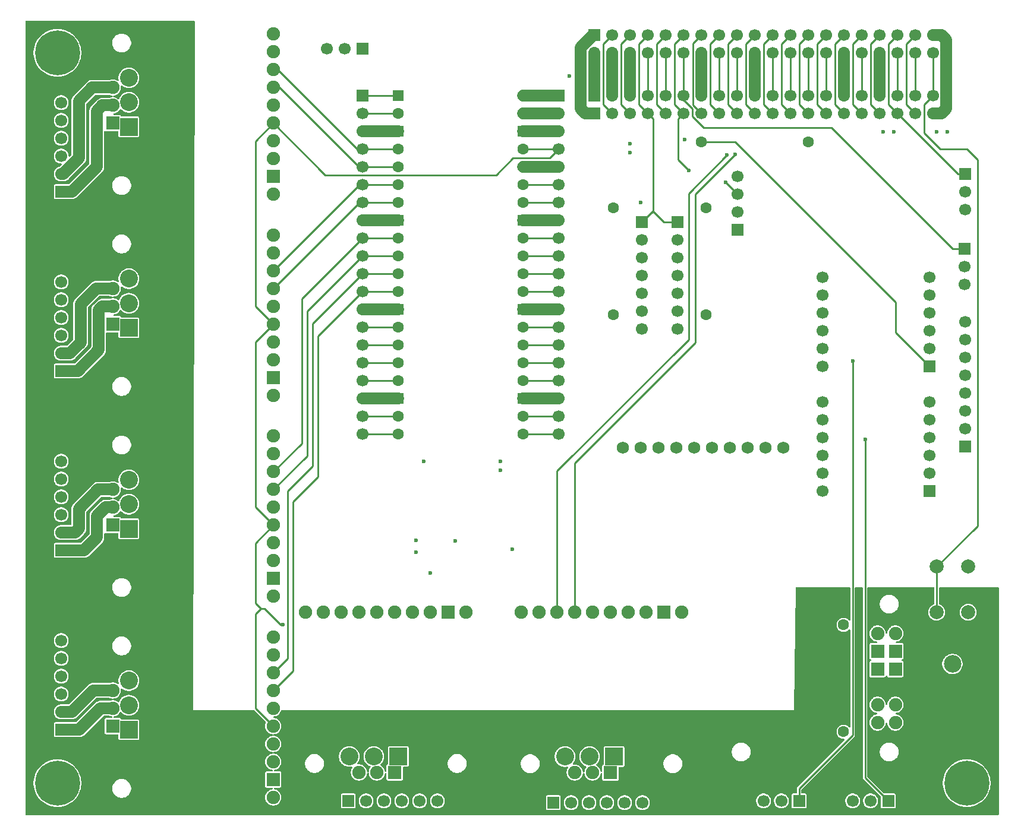
<source format=gbr>
%TF.GenerationSoftware,KiCad,Pcbnew,9.0.7*%
%TF.CreationDate,2026-02-16T00:58:25-05:00*%
%TF.ProjectId,ieee,69656565-2e6b-4696-9361-645f70636258,rev?*%
%TF.SameCoordinates,Original*%
%TF.FileFunction,Copper,L4,Bot*%
%TF.FilePolarity,Positive*%
%FSLAX46Y46*%
G04 Gerber Fmt 4.6, Leading zero omitted, Abs format (unit mm)*
G04 Created by KiCad (PCBNEW 9.0.7) date 2026-02-16 00:58:25*
%MOMM*%
%LPD*%
G01*
G04 APERTURE LIST*
G04 Aperture macros list*
%AMRoundRect*
0 Rectangle with rounded corners*
0 $1 Rounding radius*
0 $2 $3 $4 $5 $6 $7 $8 $9 X,Y pos of 4 corners*
0 Add a 4 corners polygon primitive as box body*
4,1,4,$2,$3,$4,$5,$6,$7,$8,$9,$2,$3,0*
0 Add four circle primitives for the rounded corners*
1,1,$1+$1,$2,$3*
1,1,$1+$1,$4,$5*
1,1,$1+$1,$6,$7*
1,1,$1+$1,$8,$9*
0 Add four rect primitives between the rounded corners*
20,1,$1+$1,$2,$3,$4,$5,0*
20,1,$1+$1,$4,$5,$6,$7,0*
20,1,$1+$1,$6,$7,$8,$9,0*
20,1,$1+$1,$8,$9,$2,$3,0*%
%AMFreePoly0*
4,1,37,0.603843,0.796157,0.639018,0.796157,0.711114,0.766294,0.766294,0.711114,0.796157,0.639018,0.796157,0.603843,0.800000,0.600000,0.800000,-0.600000,0.796157,-0.603843,0.796157,-0.639018,0.766294,-0.711114,0.711114,-0.766294,0.639018,-0.796157,0.603843,-0.796157,0.600000,-0.800000,0.000000,-0.800000,0.000000,-0.796148,-0.078414,-0.796148,-0.232228,-0.765552,-0.377117,-0.705537,
-0.507515,-0.618408,-0.618408,-0.507515,-0.705537,-0.377117,-0.765552,-0.232228,-0.796148,-0.078414,-0.796148,0.078414,-0.765552,0.232228,-0.705537,0.377117,-0.618408,0.507515,-0.507515,0.618408,-0.377117,0.705537,-0.232228,0.765552,-0.078414,0.796148,0.000000,0.796148,0.000000,0.800000,0.600000,0.800000,0.603843,0.796157,0.603843,0.796157,$1*%
%AMFreePoly1*
4,1,37,0.000000,0.796148,0.078414,0.796148,0.232228,0.765552,0.377117,0.705537,0.507515,0.618408,0.618408,0.507515,0.705537,0.377117,0.765552,0.232228,0.796148,0.078414,0.796148,-0.078414,0.765552,-0.232228,0.705537,-0.377117,0.618408,-0.507515,0.507515,-0.618408,0.377117,-0.705537,0.232228,-0.765552,0.078414,-0.796148,0.000000,-0.796148,0.000000,-0.800000,-0.600000,-0.800000,
-0.603843,-0.796157,-0.639018,-0.796157,-0.711114,-0.766294,-0.766294,-0.711114,-0.796157,-0.639018,-0.796157,-0.603843,-0.800000,-0.600000,-0.800000,0.600000,-0.796157,0.603843,-0.796157,0.639018,-0.766294,0.711114,-0.711114,0.766294,-0.639018,0.796157,-0.603843,0.796157,-0.600000,0.800000,0.000000,0.800000,0.000000,0.796148,0.000000,0.796148,$1*%
G04 Aperture macros list end*
%TA.AperFunction,ComponentPad*%
%ADD10RoundRect,0.200000X-0.600000X-0.600000X0.600000X-0.600000X0.600000X0.600000X-0.600000X0.600000X0*%
%TD*%
%TA.AperFunction,ComponentPad*%
%ADD11C,1.600000*%
%TD*%
%TA.AperFunction,ComponentPad*%
%ADD12FreePoly0,0.000000*%
%TD*%
%TA.AperFunction,ComponentPad*%
%ADD13FreePoly1,0.000000*%
%TD*%
%TA.AperFunction,ComponentPad*%
%ADD14R,1.700000X1.700000*%
%TD*%
%TA.AperFunction,ComponentPad*%
%ADD15C,1.700000*%
%TD*%
%TA.AperFunction,ComponentPad*%
%ADD16C,6.400000*%
%TD*%
%TA.AperFunction,ComponentPad*%
%ADD17RoundRect,0.250000X1.000000X-1.000000X1.000000X1.000000X-1.000000X1.000000X-1.000000X-1.000000X0*%
%TD*%
%TA.AperFunction,ComponentPad*%
%ADD18C,2.500000*%
%TD*%
%TA.AperFunction,ComponentPad*%
%ADD19C,1.905000*%
%TD*%
%TA.AperFunction,ComponentPad*%
%ADD20R,1.905000X1.905000*%
%TD*%
%TA.AperFunction,ComponentPad*%
%ADD21C,2.540000*%
%TD*%
%TA.AperFunction,ComponentPad*%
%ADD22R,2.540000X2.540000*%
%TD*%
%TA.AperFunction,ComponentPad*%
%ADD23C,2.000000*%
%TD*%
%TA.AperFunction,ComponentPad*%
%ADD24C,1.750000*%
%TD*%
%TA.AperFunction,ViaPad*%
%ADD25C,0.600000*%
%TD*%
%TA.AperFunction,Conductor*%
%ADD26C,0.250000*%
%TD*%
%TA.AperFunction,Conductor*%
%ADD27C,1.700000*%
%TD*%
G04 APERTURE END LIST*
D10*
%TO.P,A3,1,GPIO0*%
%TO.N,/RPI_RX*%
X137414000Y-44196000D03*
D11*
%TO.P,A3,2,GPIO1*%
%TO.N,/RPI_TX*%
X137414000Y-46736000D03*
D12*
%TO.P,A3,3,GND*%
%TO.N,GND*%
X137414000Y-49276000D03*
D11*
%TO.P,A3,4,GPIO2*%
%TO.N,/pico_subsystem/RR_PWM1*%
X137414000Y-51816000D03*
%TO.P,A3,5,GPIO3*%
%TO.N,/pico_subsystem/RR_PWM2*%
X137414000Y-54356000D03*
%TO.P,A3,6,GPIO4*%
%TO.N,/pico_subsystem/FR_PWM1*%
X137414000Y-56896000D03*
%TO.P,A3,7,GPIO5*%
%TO.N,/pico_subsystem/FR_PWM2*%
X137414000Y-59436000D03*
D12*
%TO.P,A3,8,GND*%
%TO.N,GND*%
X137414000Y-61976000D03*
D11*
%TO.P,A3,9,GPIO6*%
%TO.N,/pico_subsystem/RL_PWM1*%
X137414000Y-64516000D03*
%TO.P,A3,10,GPIO7*%
%TO.N,/pico_subsystem/RL_PWM2*%
X137414000Y-67056000D03*
%TO.P,A3,11,GPIO8*%
%TO.N,/pico_subsystem/FL_PWM1*%
X137414000Y-69596000D03*
%TO.P,A3,12,GPIO9*%
%TO.N,/pico_subsystem/FL_PWM2*%
X137414000Y-72136000D03*
D12*
%TO.P,A3,13,GND*%
%TO.N,GND*%
X137414000Y-74676000D03*
D11*
%TO.P,A3,14,GPIO10*%
%TO.N,/pico_subsystem/PICO_GPIO10*%
X137414000Y-77216000D03*
%TO.P,A3,15,GPIO11*%
%TO.N,/pico_subsystem/PICO_GPIO11*%
X137414000Y-79756000D03*
%TO.P,A3,16,GPIO12*%
%TO.N,/pico_subsystem/PICO_GPIO12*%
X137414000Y-82296000D03*
%TO.P,A3,17,GPIO13*%
%TO.N,/pico_subsystem/PICO_GPIO13*%
X137414000Y-84836000D03*
D12*
%TO.P,A3,18,GND*%
%TO.N,GND*%
X137414000Y-87376000D03*
D11*
%TO.P,A3,19,GPIO14*%
%TO.N,/pico_subsystem/PICO_GPIO14*%
X137414000Y-89916000D03*
%TO.P,A3,20,GPIO15*%
%TO.N,/pico_subsystem/PICO_GPIO15*%
X137414000Y-92456000D03*
%TO.P,A3,21,GPIO16*%
%TO.N,/pico_subsystem/PICO_GPIO16*%
X155194000Y-92456000D03*
%TO.P,A3,22,GPIO17*%
%TO.N,/pico_subsystem/PICO_GPIO17*%
X155194000Y-89916000D03*
D13*
%TO.P,A3,23,GND*%
%TO.N,GND*%
X155194000Y-87376000D03*
D11*
%TO.P,A3,24,GPIO18*%
%TO.N,/pico_subsystem/RR_ENCB*%
X155194000Y-84836000D03*
%TO.P,A3,25,GPIO19*%
%TO.N,/pico_subsystem/RR_ENCA*%
X155194000Y-82296000D03*
%TO.P,A3,26,GPIO20*%
%TO.N,/pico_subsystem/RL_ENCB*%
X155194000Y-79756000D03*
%TO.P,A3,27,GPIO21*%
%TO.N,/pico_subsystem/RL_ENCA*%
X155194000Y-77216000D03*
D13*
%TO.P,A3,28,GND*%
%TO.N,GND*%
X155194000Y-74676000D03*
D11*
%TO.P,A3,29,GPIO22*%
%TO.N,/pico_subsystem/FR_ENCB*%
X155194000Y-72136000D03*
%TO.P,A3,30,RUN*%
%TO.N,/pico_subsystem/PICO_RUN*%
X155194000Y-69596000D03*
%TO.P,A3,31,GPIO26_ADC0*%
%TO.N,/pico_subsystem/FR_ENCA*%
X155194000Y-67056000D03*
%TO.P,A3,32,GPIO27_ADC1*%
%TO.N,/pico_subsystem/FL_ENCB*%
X155194000Y-64516000D03*
D13*
%TO.P,A3,33,AGND*%
%TO.N,/pico_subsystem/PICO_AGND*%
X155194000Y-61976000D03*
D11*
%TO.P,A3,34,GPIO28_ADC2*%
%TO.N,/pico_subsystem/FL_ENCA*%
X155194000Y-59436000D03*
%TO.P,A3,35,ADC_VREF*%
%TO.N,/pico_subsystem/PICO_VREF*%
X155194000Y-56896000D03*
%TO.P,A3,36,3V3*%
%TO.N,/pico_subsystem/PICO_3V3*%
X155194000Y-54356000D03*
%TO.P,A3,37,3V3_EN*%
%TO.N,ENABLE*%
X155194000Y-51816000D03*
D13*
%TO.P,A3,38,GND*%
%TO.N,GND*%
X155194000Y-49276000D03*
D11*
%TO.P,A3,39,VSYS*%
%TO.N,+5V*%
X155194000Y-46736000D03*
%TO.P,A3,40,VBUS*%
%TO.N,/pico_subsystem/PICO_VBUS*%
X155194000Y-44196000D03*
%TD*%
D14*
%TO.P,A1,1,3V3*%
%TO.N,+3V3*%
X165354000Y-35560000D03*
D15*
%TO.P,A1,2,5V*%
%TO.N,+5V*%
X165354000Y-38100000D03*
%TO.P,A1,3,SDA_I2C1/GPIO02*%
%TO.N,/RPI_SDA*%
X167894000Y-35560000D03*
%TO.P,A1,4,5V*%
%TO.N,+5V*%
X167894000Y-38100000D03*
%TO.P,A1,5,SCL_I2C1/GPIO03*%
%TO.N,/RPI_SCL*%
X170434000Y-35560000D03*
%TO.P,A1,6,GND*%
%TO.N,GND*%
X170434000Y-38100000D03*
%TO.P,A1,7,GPCLK0/GPIO04*%
%TO.N,/RPI_GPIO4*%
X172974000Y-35560000D03*
%TO.P,A1,8,GPIO14/UART_TXD*%
%TO.N,/RPI_TX*%
X172974000Y-38100000D03*
%TO.P,A1,9,GND*%
%TO.N,GND*%
X175514000Y-35560000D03*
%TO.P,A1,10,GPIO15/UART_RXD*%
%TO.N,/RPI_RX*%
X175514000Y-38100000D03*
%TO.P,A1,11,GPIO17/SPI1_~{CE1}*%
%TO.N,/RPI_GPIO17*%
X178054000Y-35560000D03*
%TO.P,A1,12,GPIO18/SPI1_~{CE0}/PCM_CLK/PWM0*%
%TO.N,/RPI_PWM2*%
X178054000Y-38100000D03*
%TO.P,A1,13,GPIO27/SDIO_DAT3*%
%TO.N,ENABLE*%
X180594000Y-35560000D03*
%TO.P,A1,14,GND*%
%TO.N,GND*%
X180594000Y-38100000D03*
%TO.P,A1,15,GPIO22/SDIO_CLK*%
%TO.N,/RPI_GPIO22*%
X183134000Y-35560000D03*
%TO.P,A1,16,GPIO23/SDIO_CMD*%
%TO.N,/RPI_GPIO23*%
X183134000Y-38100000D03*
%TO.P,A1,17,3V3*%
%TO.N,+3V3*%
X185674000Y-35560000D03*
%TO.P,A1,18,GPIO24/SDIO_DAT0*%
%TO.N,/RPI_GPIO24*%
X185674000Y-38100000D03*
%TO.P,A1,19,MOSI_SPI0/GPIO10*%
%TO.N,/RPI_GPIO10*%
X188214000Y-35560000D03*
%TO.P,A1,20,GND*%
%TO.N,GND*%
X188214000Y-38100000D03*
%TO.P,A1,21,MISO_SPI0/GPIO09*%
%TO.N,/RPI_GPIO9*%
X190754000Y-35560000D03*
%TO.P,A1,22,GPIO25/SDIO_DAT1*%
%TO.N,/RPI_GPIO25*%
X190754000Y-38100000D03*
%TO.P,A1,23,SCLK_SPI0/GPIO11*%
%TO.N,/RPI_GPIO11*%
X193294000Y-35560000D03*
%TO.P,A1,24,~{CE0}_SPI0/GPIO08*%
%TO.N,/RPI_GPIO8*%
X193294000Y-38100000D03*
%TO.P,A1,25,GND*%
%TO.N,GND*%
X195834000Y-35560000D03*
%TO.P,A1,26,~{CE1}_SPI0/GPIO07*%
%TO.N,/RPI_GPIO7*%
X195834000Y-38100000D03*
%TO.P,A1,27,ID_SD_I2C0/GPIO00*%
%TO.N,/RPI_GPIO0*%
X198374000Y-35560000D03*
%TO.P,A1,28,ID_SC_I2C0/GPIO01*%
%TO.N,/RPI_GPIO1*%
X198374000Y-38100000D03*
%TO.P,A1,29,GPCLK1/GPIO05*%
%TO.N,/RPI_GPIO5*%
X200914000Y-35560000D03*
%TO.P,A1,30,GND*%
%TO.N,GND*%
X200914000Y-38100000D03*
%TO.P,A1,31,GPCLK2/GPIO06*%
%TO.N,/RPI_GPIO6*%
X203454000Y-35560000D03*
%TO.P,A1,32,GPIO12/PWM0*%
%TO.N,/RPI_PWM0*%
X203454000Y-38100000D03*
%TO.P,A1,33,GPIO13/PWM1*%
%TO.N,/RPI_PWM1*%
X205994000Y-35560000D03*
%TO.P,A1,34,GND*%
%TO.N,GND*%
X205994000Y-38100000D03*
%TO.P,A1,35,GPIO19/SPI1_MISO/PCM_FS*%
%TO.N,/RPI_PWM3*%
X208534000Y-35560000D03*
%TO.P,A1,36,GPIO16/SPI1_~{CE2}*%
%TO.N,/RPI_GPIO16*%
X208534000Y-38100000D03*
%TO.P,A1,37,GPIO26/SDIO_DAT2*%
%TO.N,/RPI_GPIO26*%
X211074000Y-35560000D03*
%TO.P,A1,38,GPIO20/SPI1_MOSI/PCM_DIN/PWM1*%
%TO.N,/RPI_GPIO20*%
X211074000Y-38100000D03*
%TO.P,A1,39,GND*%
%TO.N,GND*%
X213614000Y-35560000D03*
%TO.P,A1,40,GPIO21/SPI1_SCLK/PCM_DOUT*%
%TO.N,/RPI_GPIO21*%
X213614000Y-38100000D03*
%TD*%
D14*
%TO.P,U5,1,GND*%
%TO.N,GND*%
X132334000Y-37541200D03*
D15*
%TO.P,U5,2,VCC*%
%TO.N,/pico_subsystem/PICO_3V3*%
X129794000Y-37541200D03*
%TO.P,U5,3,DATA*%
%TO.N,/pico_subsystem/PICO_GPIO10*%
X127254000Y-37541200D03*
%TD*%
D16*
%TO.P,H2,1,1*%
%TO.N,unconnected-(H2-Pad1)*%
X88900000Y-38100000D03*
%TD*%
D14*
%TO.P,M1,1,M+*%
%TO.N,/pico_subsystem/FL_OUT2*%
X89448640Y-134620000D03*
D15*
%TO.P,M1,2,M-*%
%TO.N,/pico_subsystem/FL_OUT1*%
X89448640Y-132080000D03*
%TO.P,M1,3,GND*%
%TO.N,GND*%
X89448640Y-129540000D03*
%TO.P,M1,4,VCC*%
%TO.N,+5V*%
X89448640Y-127000000D03*
%TO.P,M1,5,ENCA*%
%TO.N,/pico_subsystem/FL_ENCA_5V*%
X89448640Y-124460000D03*
%TO.P,M1,6,ENCB*%
%TO.N,/pico_subsystem/FL_ENCB_5V*%
X89448640Y-121920000D03*
%TD*%
D14*
%TO.P,U4,1,LED*%
%TO.N,/RPI_GPIO4*%
X177262000Y-62230000D03*
D15*
%TO.P,U4,2,INT*%
%TO.N,Net-(U2-\u002AINT1)*%
X177262000Y-64770000D03*
%TO.P,U4,3,SDA*%
%TO.N,Net-(U2-SD1)*%
X177262000Y-67310000D03*
%TO.P,U4,4,SCL*%
%TO.N,Net-(U2-SC1)*%
X177262000Y-69850000D03*
%TO.P,U4,5,3V3*%
%TO.N,unconnected-(U4-3V3-Pad5)*%
X177262000Y-72390000D03*
%TO.P,U4,6,GND*%
%TO.N,GND*%
X177262000Y-74930000D03*
%TO.P,U4,7,VIN*%
%TO.N,+5V*%
X177262000Y-77470000D03*
%TD*%
D14*
%TO.P,S1,1,PWM*%
%TO.N,/RPI_PWM0*%
X194564000Y-144780000D03*
D15*
%TO.P,S1,2,+*%
%TO.N,+5V*%
X192024000Y-144780000D03*
%TO.P,S1,3,-*%
%TO.N,GND*%
X189484000Y-144780000D03*
%TD*%
D17*
%TO.P,J1,1,+*%
%TO.N,+BATT*%
X216408000Y-130332400D03*
D18*
%TO.P,J1,2,-*%
%TO.N,GND*%
X216408000Y-125252400D03*
%TD*%
D14*
%TO.P,M3,1,M+*%
%TO.N,/pico_subsystem/FR_OUT2*%
X89448640Y-83481333D03*
D15*
%TO.P,M3,2,M-*%
%TO.N,/pico_subsystem/FR_OUT1*%
X89448640Y-80941333D03*
%TO.P,M3,3,GND*%
%TO.N,GND*%
X89448640Y-78401333D03*
%TO.P,M3,4,VCC*%
%TO.N,+5V*%
X89448640Y-75861333D03*
%TO.P,M3,5,ENCA*%
%TO.N,/pico_subsystem/FR_ENCA_5V*%
X89448640Y-73321333D03*
%TO.P,M3,6,ENCB*%
%TO.N,/pico_subsystem/FR_ENCB_5V*%
X89448640Y-70781333D03*
%TD*%
D19*
%TO.P,U13,1,VM*%
%TO.N,unconnected-(U13-VM-Pad1)*%
X177840640Y-117881400D03*
D20*
%TO.P,U13,2,GND*%
%TO.N,GND*%
X175300640Y-117881400D03*
D19*
%TO.P,U13,3,VCC*%
%TO.N,+5V*%
X172760640Y-117881400D03*
%TO.P,U13,4,OCC*%
X170220640Y-117881400D03*
%TO.P,U13,5,EN*%
%TO.N,ENABLE*%
X167680640Y-117881400D03*
%TO.P,U13,6,ENB*%
%TO.N,GND*%
X165140640Y-117881400D03*
%TO.P,U13,7,PWM2*%
%TO.N,/RPI_GPIO22*%
X162600640Y-117881400D03*
%TO.P,U13,8,PWM1*%
%TO.N,/RPI_GPIO23*%
X160060640Y-117881400D03*
%TO.P,U13,9,OCM*%
%TO.N,unconnected-(U13-OCM-Pad9)*%
X157520640Y-117881400D03*
%TO.P,U13,10,DIAG*%
%TO.N,unconnected-(U13-DIAG-Pad10)*%
X154980640Y-117881400D03*
D21*
%TO.P,U13,11,OUT1*%
%TO.N,/manipulation/CORKSCREW_OUT1*%
X161203640Y-138455400D03*
D19*
X162600640Y-140741400D03*
D21*
%TO.P,U13,12,OUT2*%
%TO.N,/manipulation/CORKSCREW_OUT2*%
X164703760Y-138455400D03*
D19*
X165140640Y-140741400D03*
D22*
%TO.P,U13,13,GND*%
%TO.N,GND*%
X168203880Y-138455400D03*
D20*
X167680640Y-140741400D03*
D21*
%TO.P,U13,14,VIN*%
%TO.N,+BATT*%
X171704000Y-138455400D03*
D19*
X170220640Y-140741400D03*
%TD*%
D14*
%TO.P,J3,1,Pin_1*%
%TO.N,+5V*%
X165354000Y-44196000D03*
D15*
%TO.P,J3,2,Pin_2*%
X167894000Y-44196000D03*
%TO.P,J3,3,Pin_3*%
%TO.N,GND*%
X170434000Y-44196000D03*
%TO.P,J3,4,Pin_4*%
%TO.N,/RPI_TX*%
X172974000Y-44196000D03*
%TO.P,J3,5,Pin_5*%
%TO.N,/RPI_RX*%
X175514000Y-44196000D03*
%TO.P,J3,6,Pin_6*%
%TO.N,/RPI_PWM2*%
X178054000Y-44196000D03*
%TO.P,J3,7,Pin_7*%
%TO.N,GND*%
X180594000Y-44196000D03*
%TO.P,J3,8,Pin_8*%
%TO.N,/RPI_GPIO23*%
X183134000Y-44196000D03*
%TO.P,J3,9,Pin_9*%
%TO.N,/RPI_GPIO24*%
X185674000Y-44196000D03*
%TO.P,J3,10,Pin_10*%
%TO.N,GND*%
X188214000Y-44196000D03*
%TO.P,J3,11,Pin_11*%
%TO.N,/RPI_GPIO25*%
X190754000Y-44196000D03*
%TO.P,J3,12,Pin_12*%
%TO.N,/RPI_GPIO8*%
X193294000Y-44196000D03*
%TO.P,J3,13,Pin_13*%
%TO.N,/RPI_GPIO7*%
X195834000Y-44196000D03*
%TO.P,J3,14,Pin_14*%
%TO.N,/RPI_GPIO1*%
X198374000Y-44196000D03*
%TO.P,J3,15,Pin_15*%
%TO.N,GND*%
X200914000Y-44196000D03*
%TO.P,J3,16,Pin_16*%
%TO.N,/RPI_PWM0*%
X203454000Y-44196000D03*
%TO.P,J3,17,Pin_17*%
%TO.N,GND*%
X205994000Y-44196000D03*
%TO.P,J3,18,Pin_18*%
%TO.N,/RPI_GPIO16*%
X208534000Y-44196000D03*
%TO.P,J3,19,Pin_19*%
%TO.N,/RPI_GPIO20*%
X211074000Y-44196000D03*
%TO.P,J3,20,Pin_20*%
%TO.N,/RPI_GPIO21*%
X213614000Y-44196000D03*
%TD*%
D14*
%TO.P,S3,1,PWM*%
%TO.N,/RPI_PWM2*%
X218135200Y-66040000D03*
D15*
%TO.P,S3,2,+*%
%TO.N,+5V*%
X218135200Y-68580000D03*
%TO.P,S3,3,-*%
%TO.N,GND*%
X218135200Y-71120000D03*
%TD*%
D14*
%TO.P,M2,1,M+*%
%TO.N,/pico_subsystem/RL_OUT2*%
X89448640Y-109050667D03*
D15*
%TO.P,M2,2,M-*%
%TO.N,/pico_subsystem/RL_OUT1*%
X89448640Y-106510667D03*
%TO.P,M2,3,GND*%
%TO.N,GND*%
X89448640Y-103970667D03*
%TO.P,M2,4,VCC*%
%TO.N,+5V*%
X89448640Y-101430667D03*
%TO.P,M2,5,ENCA*%
%TO.N,/pico_subsystem/RL_ENCA_5V*%
X89448640Y-98890667D03*
%TO.P,M2,6,ENCB*%
%TO.N,/pico_subsystem/RL_ENCB_5V*%
X89448640Y-96350667D03*
%TD*%
D16*
%TO.P,H1,1,1*%
%TO.N,unconnected-(H1-Pad1)*%
X218440000Y-142240000D03*
%TD*%
D19*
%TO.P,U10,1,VM*%
%TO.N,unconnected-(U10-VM-Pad1)*%
X119649240Y-58293000D03*
D20*
%TO.P,U10,2,GND*%
%TO.N,GND*%
X119649240Y-55753000D03*
D19*
%TO.P,U10,3,VCC*%
%TO.N,+5V*%
X119649240Y-53213000D03*
%TO.P,U10,4,OCC*%
X119649240Y-50673000D03*
%TO.P,U10,5,EN*%
%TO.N,ENABLE*%
X119649240Y-48133000D03*
%TO.P,U10,6,ENB*%
%TO.N,GND*%
X119649240Y-45593000D03*
%TO.P,U10,7,PWM2*%
%TO.N,/pico_subsystem/RR_PWM2*%
X119649240Y-43053000D03*
%TO.P,U10,8,PWM1*%
%TO.N,/pico_subsystem/RR_PWM1*%
X119649240Y-40513000D03*
%TO.P,U10,9,OCM*%
%TO.N,unconnected-(U10-OCM-Pad9)*%
X119649240Y-37973000D03*
%TO.P,U10,10,DIAG*%
%TO.N,unconnected-(U10-DIAG-Pad10)*%
X119649240Y-35433000D03*
D21*
%TO.P,U10,11,OUT1*%
%TO.N,/pico_subsystem/RR_OUT1*%
X99075240Y-41656000D03*
D19*
X96789240Y-43053000D03*
D21*
%TO.P,U10,12,OUT2*%
%TO.N,/pico_subsystem/RR_OUT2*%
X99075240Y-45156120D03*
D19*
X96789240Y-45593000D03*
D22*
%TO.P,U10,13,GND*%
%TO.N,GND*%
X99075240Y-48656240D03*
D20*
X96789240Y-48133000D03*
D21*
%TO.P,U10,14,VIN*%
%TO.N,+BATT*%
X99075240Y-52156360D03*
D19*
X96789240Y-50673000D03*
%TD*%
D14*
%TO.P,U12,1,SLEEP*%
%TO.N,ENABLE*%
X213106000Y-82804000D03*
D15*
%TO.P,U12,2,OUT1*%
%TO.N,/manipulation/F3_OUT1*%
X213106000Y-80264000D03*
%TO.P,U12,3,OUT2*%
%TO.N,/manipulation/F3_OUT2*%
X213106000Y-77724000D03*
%TO.P,U12,4,OUT3*%
%TO.N,/manipulation/F4_OUT1*%
X213106000Y-75184000D03*
%TO.P,U12,5,OUT4*%
%TO.N,/manipulation/F4_OUT2*%
X213106000Y-72644000D03*
%TO.P,U12,6,FAULT*%
%TO.N,unconnected-(U12-FAULT-Pad6)*%
X213106000Y-70104000D03*
%TO.P,U12,7,IN1*%
%TO.N,/RPI_GPIO8*%
X197866000Y-70104000D03*
%TO.P,U12,8,IN2*%
%TO.N,/RPI_GPIO11*%
X197866000Y-72644000D03*
%TO.P,U12,9,VCC*%
%TO.N,+5V*%
X197866000Y-75184000D03*
%TO.P,U12,10,GND*%
%TO.N,GND*%
X197866000Y-77724000D03*
%TO.P,U12,11,IN3*%
%TO.N,/RPI_GPIO9*%
X197866000Y-80264000D03*
%TO.P,U12,12,IN4*%
%TO.N,/RPI_GPIO10*%
X197866000Y-82804000D03*
%TD*%
D23*
%TO.P,SW1,1,A*%
%TO.N,/RPI_GPIO21*%
X214158000Y-117880200D03*
X214158000Y-111380200D03*
%TO.P,SW1,2,B*%
%TO.N,GND*%
X218658000Y-117880200D03*
X218658000Y-111380200D03*
%TD*%
D14*
%TO.P,U11,1,SLEEP*%
%TO.N,ENABLE*%
X213106000Y-100584000D03*
D15*
%TO.P,U11,2,OUT1*%
%TO.N,/manipulation/F1_OUT1*%
X213106000Y-98044000D03*
%TO.P,U11,3,OUT2*%
%TO.N,/manipulation/F1_OUT2*%
X213106000Y-95504000D03*
%TO.P,U11,4,OUT3*%
%TO.N,/manipulation/F2_OUT1*%
X213106000Y-92964000D03*
%TO.P,U11,5,OUT4*%
%TO.N,/manipulation/F2_OUT2*%
X213106000Y-90424000D03*
%TO.P,U11,6,FAULT*%
%TO.N,unconnected-(U11-FAULT-Pad6)*%
X213106000Y-87884000D03*
%TO.P,U11,7,IN1*%
%TO.N,/RPI_GPIO5*%
X197866000Y-87884000D03*
%TO.P,U11,8,IN2*%
%TO.N,/RPI_GPIO6*%
X197866000Y-90424000D03*
%TO.P,U11,9,VCC*%
%TO.N,+5V*%
X197866000Y-92964000D03*
%TO.P,U11,10,GND*%
%TO.N,GND*%
X197866000Y-95504000D03*
%TO.P,U11,11,IN3*%
%TO.N,/RPI_GPIO16*%
X197866000Y-98044000D03*
%TO.P,U11,12,IN4*%
%TO.N,/RPI_GPIO26*%
X197866000Y-100584000D03*
%TD*%
D19*
%TO.P,U8,1,VM*%
%TO.N,unconnected-(U8-VM-Pad1)*%
X119649240Y-115612333D03*
D20*
%TO.P,U8,2,GND*%
%TO.N,GND*%
X119649240Y-113072333D03*
D19*
%TO.P,U8,3,VCC*%
%TO.N,+5V*%
X119649240Y-110532333D03*
%TO.P,U8,4,OCC*%
X119649240Y-107992333D03*
%TO.P,U8,5,EN*%
%TO.N,ENABLE*%
X119649240Y-105452333D03*
%TO.P,U8,6,ENB*%
%TO.N,GND*%
X119649240Y-102912333D03*
%TO.P,U8,7,PWM2*%
%TO.N,/pico_subsystem/RL_PWM2*%
X119649240Y-100372333D03*
%TO.P,U8,8,PWM1*%
%TO.N,/pico_subsystem/RL_PWM1*%
X119649240Y-97832333D03*
%TO.P,U8,9,OCM*%
%TO.N,unconnected-(U8-OCM-Pad9)*%
X119649240Y-95292333D03*
%TO.P,U8,10,DIAG*%
%TO.N,unconnected-(U8-DIAG-Pad10)*%
X119649240Y-92752333D03*
D21*
%TO.P,U8,11,OUT1*%
%TO.N,/pico_subsystem/RL_OUT1*%
X99075240Y-98975333D03*
D19*
X96789240Y-100372333D03*
D21*
%TO.P,U8,12,OUT2*%
%TO.N,/pico_subsystem/RL_OUT2*%
X99075240Y-102475453D03*
D19*
X96789240Y-102912333D03*
D22*
%TO.P,U8,13,GND*%
%TO.N,GND*%
X99075240Y-105975573D03*
D20*
X96789240Y-105452333D03*
D21*
%TO.P,U8,14,VIN*%
%TO.N,+BATT*%
X99075240Y-109475693D03*
D19*
X96789240Y-107992333D03*
%TD*%
D14*
%TO.P,J6,1,Pin_1*%
%TO.N,/pico_subsystem/PICO_VBUS*%
X160274000Y-44196000D03*
D15*
%TO.P,J6,2,Pin_2*%
%TO.N,+5V*%
X160274000Y-46736000D03*
%TO.P,J6,3,Pin_3*%
%TO.N,GND*%
X160274000Y-49276000D03*
%TO.P,J6,4,Pin_4*%
%TO.N,ENABLE*%
X160274000Y-51816000D03*
%TO.P,J6,5,Pin_5*%
%TO.N,/pico_subsystem/PICO_3V3*%
X160274000Y-54356000D03*
%TO.P,J6,6,Pin_6*%
%TO.N,/pico_subsystem/PICO_VREF*%
X160274000Y-56896000D03*
%TO.P,J6,7,Pin_7*%
%TO.N,/pico_subsystem/FL_ENCA*%
X160274000Y-59436000D03*
%TO.P,J6,8,Pin_8*%
%TO.N,/pico_subsystem/PICO_AGND*%
X160274000Y-61976000D03*
%TO.P,J6,9,Pin_9*%
%TO.N,/pico_subsystem/FL_ENCB*%
X160274000Y-64516000D03*
%TO.P,J6,10,Pin_10*%
%TO.N,/pico_subsystem/FR_ENCA*%
X160274000Y-67056000D03*
%TO.P,J6,11,Pin_11*%
%TO.N,/pico_subsystem/PICO_RUN*%
X160274000Y-69596000D03*
%TO.P,J6,12,Pin_12*%
%TO.N,/pico_subsystem/FR_ENCB*%
X160274000Y-72136000D03*
%TO.P,J6,13,Pin_13*%
%TO.N,GND*%
X160274000Y-74676000D03*
%TO.P,J6,14,Pin_14*%
%TO.N,/pico_subsystem/RL_ENCA*%
X160274000Y-77216000D03*
%TO.P,J6,15,Pin_15*%
%TO.N,/pico_subsystem/RL_ENCB*%
X160274000Y-79756000D03*
%TO.P,J6,16,Pin_16*%
%TO.N,/pico_subsystem/RR_ENCA*%
X160274000Y-82296000D03*
%TO.P,J6,17,Pin_17*%
%TO.N,/pico_subsystem/RR_ENCB*%
X160274000Y-84836000D03*
%TO.P,J6,18,Pin_18*%
%TO.N,GND*%
X160274000Y-87376000D03*
%TO.P,J6,19,Pin_19*%
%TO.N,/pico_subsystem/PICO_GPIO17*%
X160274000Y-89916000D03*
%TO.P,J6,20,Pin_20*%
%TO.N,/pico_subsystem/PICO_GPIO16*%
X160274000Y-92456000D03*
%TD*%
D11*
%TO.P,R3,1*%
%TO.N,GND*%
X200891000Y-119675000D03*
%TO.P,R3,2*%
%TO.N,Net-(U3-EN)*%
X200891000Y-134915000D03*
%TD*%
D14*
%TO.P,J4,1,GND*%
%TO.N,GND*%
X185796400Y-63322200D03*
D15*
%TO.P,J4,2,VCC*%
%TO.N,+5V*%
X185796400Y-60782200D03*
%TO.P,J4,3,SDA*%
%TO.N,/RPI_SDA*%
X185796400Y-58242200D03*
%TO.P,J4,4,SCL*%
%TO.N,/RPI_SCL*%
X185796400Y-55702200D03*
%TD*%
D14*
%TO.P,J2,1,Pin_1*%
%TO.N,+3V3*%
X165354000Y-46736000D03*
D15*
%TO.P,J2,2,Pin_2*%
%TO.N,/RPI_SDA*%
X167894000Y-46736000D03*
%TO.P,J2,3,Pin_3*%
%TO.N,/RPI_SCL*%
X170434000Y-46736000D03*
%TO.P,J2,4,Pin_4*%
%TO.N,/RPI_GPIO4*%
X172974000Y-46736000D03*
%TO.P,J2,5,Pin_5*%
%TO.N,GND*%
X175514000Y-46736000D03*
%TO.P,J2,6,Pin_6*%
%TO.N,/RPI_GPIO17*%
X178054000Y-46736000D03*
%TO.P,J2,7,Pin_7*%
%TO.N,ENABLE*%
X180594000Y-46736000D03*
%TO.P,J2,8,Pin_8*%
%TO.N,/RPI_GPIO22*%
X183134000Y-46736000D03*
%TO.P,J2,9,Pin_9*%
%TO.N,+3V3*%
X185674000Y-46736000D03*
%TO.P,J2,10,Pin_10*%
%TO.N,/RPI_GPIO10*%
X188214000Y-46736000D03*
%TO.P,J2,11,Pin_11*%
%TO.N,/RPI_GPIO9*%
X190754000Y-46736000D03*
%TO.P,J2,12,Pin_12*%
%TO.N,/RPI_GPIO11*%
X193294000Y-46736000D03*
%TO.P,J2,13,Pin_13*%
%TO.N,GND*%
X195834000Y-46736000D03*
%TO.P,J2,14,Pin_14*%
%TO.N,/RPI_GPIO0*%
X198374000Y-46736000D03*
%TO.P,J2,15,Pin_15*%
%TO.N,/RPI_GPIO5*%
X200914000Y-46736000D03*
%TO.P,J2,16,Pin_16*%
%TO.N,/RPI_GPIO6*%
X203454000Y-46736000D03*
%TO.P,J2,17,Pin_17*%
%TO.N,/RPI_PWM1*%
X205994000Y-46736000D03*
%TO.P,J2,18,Pin_18*%
%TO.N,/RPI_PWM3*%
X208534000Y-46736000D03*
%TO.P,J2,19,Pin_19*%
%TO.N,/RPI_GPIO26*%
X211074000Y-46736000D03*
%TO.P,J2,20,Pin_20*%
%TO.N,GND*%
X213614000Y-46736000D03*
%TD*%
D14*
%TO.P,U1,1,LED*%
%TO.N,/RPI_GPIO4*%
X172182000Y-62230000D03*
D15*
%TO.P,U1,2,INT*%
%TO.N,Net-(U1-INT)*%
X172182000Y-64770000D03*
%TO.P,U1,3,SDA*%
%TO.N,Net-(U1-SDA)*%
X172182000Y-67310000D03*
%TO.P,U1,4,SCL*%
%TO.N,Net-(U1-SCL)*%
X172182000Y-69850000D03*
%TO.P,U1,5,3V3*%
%TO.N,unconnected-(U1-3V3-Pad5)*%
X172182000Y-72390000D03*
%TO.P,U1,6,GND*%
%TO.N,GND*%
X172182000Y-74930000D03*
%TO.P,U1,7,VIN*%
%TO.N,+5V*%
X172182000Y-77470000D03*
%TD*%
D11*
%TO.P,R1,1*%
%TO.N,ENABLE*%
X180594000Y-50825400D03*
%TO.P,R1,2*%
%TO.N,GND*%
X195834000Y-50825400D03*
%TD*%
D19*
%TO.P,U7,1,VM*%
%TO.N,unconnected-(U7-VM-Pad1)*%
X119649240Y-144272000D03*
D20*
%TO.P,U7,2,GND*%
%TO.N,GND*%
X119649240Y-141732000D03*
D19*
%TO.P,U7,3,VCC*%
%TO.N,+5V*%
X119649240Y-139192000D03*
%TO.P,U7,4,OCC*%
X119649240Y-136652000D03*
%TO.P,U7,5,EN*%
%TO.N,ENABLE*%
X119649240Y-134112000D03*
%TO.P,U7,6,ENB*%
%TO.N,GND*%
X119649240Y-131572000D03*
%TO.P,U7,7,PWM2*%
%TO.N,/pico_subsystem/FL_PWM2*%
X119649240Y-129032000D03*
%TO.P,U7,8,PWM1*%
%TO.N,/pico_subsystem/FL_PWM1*%
X119649240Y-126492000D03*
%TO.P,U7,9,OCM*%
%TO.N,unconnected-(U7-OCM-Pad9)*%
X119649240Y-123952000D03*
%TO.P,U7,10,DIAG*%
%TO.N,unconnected-(U7-DIAG-Pad10)*%
X119649240Y-121412000D03*
D21*
%TO.P,U7,11,OUT1*%
%TO.N,/pico_subsystem/FL_OUT1*%
X99075240Y-127635000D03*
D19*
X96789240Y-129032000D03*
D21*
%TO.P,U7,12,OUT2*%
%TO.N,/pico_subsystem/FL_OUT2*%
X99075240Y-131135120D03*
D19*
X96789240Y-131572000D03*
D22*
%TO.P,U7,13,GND*%
%TO.N,GND*%
X99075240Y-134635240D03*
D20*
X96789240Y-134112000D03*
D21*
%TO.P,U7,14,VIN*%
%TO.N,+BATT*%
X99075240Y-138135360D03*
D19*
X96789240Y-136652000D03*
%TD*%
D14*
%TO.P,M6,1,M+*%
%TO.N,/manipulation/CORKSCREW_OUT1*%
X159552640Y-145034000D03*
D15*
%TO.P,M6,2,M-*%
%TO.N,/manipulation/CORKSCREW_OUT2*%
X162092640Y-145034000D03*
%TO.P,M6,3,GND*%
%TO.N,GND*%
X164632640Y-145034000D03*
%TO.P,M6,4,VCC*%
%TO.N,+5V*%
X167172640Y-145034000D03*
%TO.P,M6,5,ENCA*%
%TO.N,unconnected-(M6-ENCA-Pad5)*%
X169712640Y-145034000D03*
%TO.P,M6,6,ENCB*%
%TO.N,unconnected-(M6-ENCB-Pad6)*%
X172252640Y-145034000D03*
%TD*%
D19*
%TO.P,U9,1,VM*%
%TO.N,unconnected-(U9-VM-Pad1)*%
X119649240Y-86952667D03*
D20*
%TO.P,U9,2,GND*%
%TO.N,GND*%
X119649240Y-84412667D03*
D19*
%TO.P,U9,3,VCC*%
%TO.N,+5V*%
X119649240Y-81872667D03*
%TO.P,U9,4,OCC*%
X119649240Y-79332667D03*
%TO.P,U9,5,EN*%
%TO.N,ENABLE*%
X119649240Y-76792667D03*
%TO.P,U9,6,ENB*%
%TO.N,GND*%
X119649240Y-74252667D03*
%TO.P,U9,7,PWM2*%
%TO.N,/pico_subsystem/FR_PWM2*%
X119649240Y-71712667D03*
%TO.P,U9,8,PWM1*%
%TO.N,/pico_subsystem/FR_PWM1*%
X119649240Y-69172667D03*
%TO.P,U9,9,OCM*%
%TO.N,unconnected-(U9-OCM-Pad9)*%
X119649240Y-66632667D03*
%TO.P,U9,10,DIAG*%
%TO.N,unconnected-(U9-DIAG-Pad10)*%
X119649240Y-64092667D03*
D21*
%TO.P,U9,11,OUT1*%
%TO.N,/pico_subsystem/FR_OUT1*%
X99075240Y-70315667D03*
D19*
X96789240Y-71712667D03*
D21*
%TO.P,U9,12,OUT2*%
%TO.N,/pico_subsystem/FR_OUT2*%
X99075240Y-73815787D03*
D19*
X96789240Y-74252667D03*
D22*
%TO.P,U9,13,GND*%
%TO.N,GND*%
X99075240Y-77315907D03*
D20*
X96789240Y-76792667D03*
D21*
%TO.P,U9,14,VIN*%
%TO.N,+BATT*%
X99075240Y-80816027D03*
D19*
X96789240Y-79332667D03*
%TD*%
%TO.P,U14,1,VM*%
%TO.N,unconnected-(U14-VM-Pad1)*%
X147106640Y-117856000D03*
D20*
%TO.P,U14,2,GND*%
%TO.N,GND*%
X144566640Y-117856000D03*
D19*
%TO.P,U14,3,VCC*%
%TO.N,+5V*%
X142026640Y-117856000D03*
%TO.P,U14,4,OCC*%
X139486640Y-117856000D03*
%TO.P,U14,5,EN*%
%TO.N,ENABLE*%
X136946640Y-117856000D03*
%TO.P,U14,6,ENB*%
%TO.N,GND*%
X134406640Y-117856000D03*
%TO.P,U14,7,PWM2*%
%TO.N,/manipulation/CRANK_PWM2*%
X131866640Y-117856000D03*
%TO.P,U14,8,PWM1*%
%TO.N,/manipulation/CRANK_PWM1*%
X129326640Y-117856000D03*
%TO.P,U14,9,OCM*%
%TO.N,unconnected-(U14-OCM-Pad9)*%
X126786640Y-117856000D03*
%TO.P,U14,10,DIAG*%
%TO.N,unconnected-(U14-DIAG-Pad10)*%
X124246640Y-117856000D03*
D21*
%TO.P,U14,11,OUT1*%
%TO.N,/manipulation/CRANK_OUT1*%
X130469640Y-138430000D03*
D19*
X131866640Y-140716000D03*
D21*
%TO.P,U14,12,OUT2*%
%TO.N,/manipulation/CRANK_OUT2*%
X133969760Y-138430000D03*
D19*
X134406640Y-140716000D03*
D22*
%TO.P,U14,13,GND*%
%TO.N,GND*%
X137469880Y-138430000D03*
D20*
X136946640Y-140716000D03*
D21*
%TO.P,U14,14,VIN*%
%TO.N,+BATT*%
X140970000Y-138430000D03*
D19*
X139486640Y-140716000D03*
%TD*%
D14*
%TO.P,M5,1,Pin_1*%
%TO.N,/manipulation/F1_OUT1*%
X218236800Y-94234000D03*
D15*
%TO.P,M5,2,Pin_2*%
%TO.N,/manipulation/F1_OUT2*%
X218236800Y-91694000D03*
%TO.P,M5,3,Pin_3*%
%TO.N,/manipulation/F2_OUT1*%
X218236800Y-89154000D03*
%TO.P,M5,4,Pin_4*%
%TO.N,/manipulation/F2_OUT2*%
X218236800Y-86614000D03*
%TO.P,M5,5,Pin_5*%
%TO.N,/manipulation/F3_OUT1*%
X218236800Y-84074000D03*
%TO.P,M5,6,Pin_6*%
%TO.N,/manipulation/F3_OUT2*%
X218236800Y-81534000D03*
%TO.P,M5,7,Pin_7*%
%TO.N,/manipulation/F4_OUT1*%
X218236800Y-78994000D03*
%TO.P,M5,8,Pin_8*%
%TO.N,/manipulation/F4_OUT2*%
X218236800Y-76454000D03*
%TD*%
D14*
%TO.P,S4,1,PWM*%
%TO.N,/RPI_PWM3*%
X218186000Y-55372000D03*
D15*
%TO.P,S4,2,+*%
%TO.N,+5V*%
X218186000Y-57912000D03*
%TO.P,S4,3,-*%
%TO.N,GND*%
X218186000Y-60452000D03*
%TD*%
D19*
%TO.P,U3,1,EN*%
%TO.N,Net-(U3-EN)*%
X208280000Y-133604000D03*
%TO.P,U3,2,VRP*%
%TO.N,+12V*%
X205740000Y-131064000D03*
X208280000Y-131064000D03*
%TO.P,U3,3,VIN*%
%TO.N,+BATT*%
X205740000Y-128524000D03*
X208280000Y-128524000D03*
D20*
%TO.P,U3,4,GND*%
%TO.N,GND*%
X205740000Y-125984000D03*
X208280000Y-125984000D03*
X205740000Y-123444000D03*
X208280000Y-123444000D03*
D19*
%TO.P,U3,5,VOUT*%
%TO.N,+5V*%
X205740000Y-120904000D03*
X208280000Y-120904000D03*
%TO.P,U3,6,PG*%
%TO.N,unconnected-(U3-PG-Pad6)*%
X205740000Y-133604000D03*
%TD*%
D24*
%TO.P,A2,1,VCC*%
%TO.N,+3V3*%
X169418000Y-94411800D03*
%TO.P,A2,2,GND*%
%TO.N,GND*%
X171958000Y-94411800D03*
%TO.P,A2,3,SCL*%
%TO.N,/RPI_SCL*%
X174498000Y-94411800D03*
%TO.P,A2,4,SDA*%
%TO.N,/RPI_SDA*%
X177038000Y-94411800D03*
%TO.P,A2,5,AD0*%
%TO.N,unconnected-(A2-AD0-Pad5)*%
X179578000Y-94411800D03*
%TO.P,A2,6,CS*%
%TO.N,unconnected-(A2-CS-Pad6)*%
X182118000Y-94411800D03*
%TO.P,A2,7,INT*%
%TO.N,unconnected-(A2-INT-Pad7)*%
X184658000Y-94411800D03*
%TO.P,A2,8,RST*%
%TO.N,unconnected-(A2-RST-Pad8)*%
X187198000Y-94411800D03*
%TO.P,A2,9,PS1*%
%TO.N,unconnected-(A2-PS1-Pad9)*%
X189738000Y-94411800D03*
%TO.P,A2,10,PS0*%
%TO.N,unconnected-(A2-PS0-Pad10)*%
X192278000Y-94411800D03*
%TD*%
D16*
%TO.P,H3,1,1*%
%TO.N,unconnected-(H3-Pad1)*%
X88900000Y-142240000D03*
%TD*%
D11*
%TO.P,R2,1*%
%TO.N,+5V*%
X168118000Y-75438000D03*
%TO.P,R2,2*%
%TO.N,Net-(U1-INT)*%
X168118000Y-60198000D03*
%TD*%
D14*
%TO.P,M7,1,M+*%
%TO.N,/manipulation/CRANK_OUT1*%
X130342640Y-144780000D03*
D15*
%TO.P,M7,2,M-*%
%TO.N,/manipulation/CRANK_OUT2*%
X132882640Y-144780000D03*
%TO.P,M7,3,GND*%
%TO.N,GND*%
X135422640Y-144780000D03*
%TO.P,M7,4,VCC*%
%TO.N,+5V*%
X137962640Y-144780000D03*
%TO.P,M7,5,ENCA*%
%TO.N,unconnected-(M7-ENCA-Pad5)*%
X140502640Y-144780000D03*
%TO.P,M7,6,ENCB*%
%TO.N,unconnected-(M7-ENCB-Pad6)*%
X143042640Y-144780000D03*
%TD*%
D14*
%TO.P,J5,1,Pin_1*%
%TO.N,/RPI_RX*%
X132334000Y-44196000D03*
D15*
%TO.P,J5,2,Pin_2*%
%TO.N,/RPI_TX*%
X132334000Y-46736000D03*
%TO.P,J5,3,Pin_3*%
%TO.N,GND*%
X132334000Y-49276000D03*
%TO.P,J5,4,Pin_4*%
%TO.N,/pico_subsystem/RR_PWM1*%
X132334000Y-51816000D03*
%TO.P,J5,5,Pin_5*%
%TO.N,/pico_subsystem/RR_PWM2*%
X132334000Y-54356000D03*
%TO.P,J5,6,Pin_6*%
%TO.N,/pico_subsystem/FR_PWM1*%
X132334000Y-56896000D03*
%TO.P,J5,7,Pin_7*%
%TO.N,/pico_subsystem/FR_PWM2*%
X132334000Y-59436000D03*
%TO.P,J5,8,Pin_8*%
%TO.N,GND*%
X132334000Y-61976000D03*
%TO.P,J5,9,Pin_9*%
%TO.N,/pico_subsystem/RL_PWM1*%
X132334000Y-64516000D03*
%TO.P,J5,10,Pin_10*%
%TO.N,/pico_subsystem/RL_PWM2*%
X132334000Y-67056000D03*
%TO.P,J5,11,Pin_11*%
%TO.N,/pico_subsystem/FL_PWM1*%
X132334000Y-69596000D03*
%TO.P,J5,12,Pin_12*%
%TO.N,/pico_subsystem/FL_PWM2*%
X132334000Y-72136000D03*
%TO.P,J5,13,Pin_13*%
%TO.N,GND*%
X132334000Y-74676000D03*
%TO.P,J5,14,Pin_14*%
%TO.N,/pico_subsystem/PICO_GPIO10*%
X132334000Y-77216000D03*
%TO.P,J5,15,Pin_15*%
%TO.N,/pico_subsystem/PICO_GPIO11*%
X132334000Y-79756000D03*
%TO.P,J5,16,Pin_16*%
%TO.N,/pico_subsystem/PICO_GPIO12*%
X132334000Y-82296000D03*
%TO.P,J5,17,Pin_17*%
%TO.N,/pico_subsystem/PICO_GPIO13*%
X132334000Y-84836000D03*
%TO.P,J5,18,Pin_18*%
%TO.N,GND*%
X132334000Y-87376000D03*
%TO.P,J5,19,Pin_19*%
%TO.N,/pico_subsystem/PICO_GPIO14*%
X132334000Y-89916000D03*
%TO.P,J5,20,Pin_20*%
%TO.N,/pico_subsystem/PICO_GPIO15*%
X132334000Y-92456000D03*
%TD*%
D14*
%TO.P,S2,1,PWM*%
%TO.N,/RPI_PWM1*%
X207264000Y-144780000D03*
D15*
%TO.P,S2,2,+*%
%TO.N,+5V*%
X204724000Y-144780000D03*
%TO.P,S2,3,-*%
%TO.N,GND*%
X202184000Y-144780000D03*
%TD*%
D14*
%TO.P,M4,1,M+*%
%TO.N,/pico_subsystem/RR_OUT2*%
X89448640Y-57912000D03*
D15*
%TO.P,M4,2,M-*%
%TO.N,/pico_subsystem/RR_OUT1*%
X89448640Y-55372000D03*
%TO.P,M4,3,GND*%
%TO.N,GND*%
X89448640Y-52832000D03*
%TO.P,M4,4,VCC*%
%TO.N,+5V*%
X89448640Y-50292000D03*
%TO.P,M4,5,ENCA*%
%TO.N,/pico_subsystem/RR_ENCA_5V*%
X89448640Y-47752000D03*
%TO.P,M4,6,ENCB*%
%TO.N,/pico_subsystem/RR_ENCB_5V*%
X89448640Y-45212000D03*
%TD*%
D11*
%TO.P,R4,1*%
%TO.N,Net-(U2-\u002AINT1)*%
X181326000Y-60198000D03*
%TO.P,R4,2*%
%TO.N,+5V*%
X181326000Y-75438000D03*
%TD*%
D25*
%TO.N,+5V*%
X139954000Y-109320500D03*
X142036800Y-112318800D03*
%TO.N,GND*%
X153670000Y-108865500D03*
X152019000Y-97663000D03*
X139954000Y-107595500D03*
X214122000Y-49377600D03*
X170480200Y-52324000D03*
X145542000Y-107696000D03*
X172023000Y-59436000D03*
X170480200Y-51054000D03*
X208026000Y-49377600D03*
X161798000Y-41402000D03*
X215646000Y-49377600D03*
X141097000Y-96393000D03*
X152019000Y-96393000D03*
X178248000Y-50430980D03*
X206502000Y-49377600D03*
%TO.N,/RPI_GPIO17*%
X178816000Y-54864000D03*
%TO.N,/RPI_GPIO22*%
X185420000Y-52578000D03*
%TO.N,/RPI_GPIO23*%
X184272665Y-52700665D03*
%TO.N,/RPI_SDA*%
X184084458Y-56530258D03*
%TO.N,ENABLE*%
X121031000Y-119634000D03*
%TO.N,/RPI_PWM0*%
X202184000Y-82042000D03*
%TO.N,/RPI_PWM1*%
X203962000Y-93218000D03*
%TD*%
D26*
%TO.N,/RPI_GPIO23*%
X184272665Y-52700665D02*
X178816000Y-58157330D01*
X178816000Y-78994000D02*
X160060640Y-97749360D01*
X178816000Y-58157330D02*
X178816000Y-78994000D01*
X160060640Y-97749360D02*
X160060640Y-117881400D01*
%TO.N,ENABLE*%
X180594000Y-50825400D02*
X185445400Y-50825400D01*
X185445400Y-50825400D02*
X208280000Y-73660000D01*
X208280000Y-73660000D02*
X208280000Y-77978000D01*
X208280000Y-77978000D02*
X213106000Y-82804000D01*
%TO.N,/RPI_TX*%
X137414000Y-46736000D02*
X132334000Y-46736000D01*
X172974000Y-38100000D02*
X172974000Y-44196000D01*
D27*
%TO.N,+5V*%
X165354000Y-38100000D02*
X165354000Y-44196000D01*
X155194000Y-46736000D02*
X160274000Y-46736000D01*
X167894000Y-38100000D02*
X167894000Y-44196000D01*
%TO.N,+3V3*%
X163453000Y-37312580D02*
X163453000Y-46097000D01*
D26*
X184404000Y-36830000D02*
X184404000Y-45466000D01*
X184404000Y-45466000D02*
X185674000Y-46736000D01*
X185674000Y-35560000D02*
X184404000Y-36830000D01*
D27*
X164092000Y-46736000D02*
X165354000Y-46736000D01*
X165205580Y-35560000D02*
X163453000Y-37312580D01*
X165354000Y-35560000D02*
X165205580Y-35560000D01*
X163453000Y-46097000D02*
X164092000Y-46736000D01*
D26*
%TO.N,GND*%
X175514000Y-35560000D02*
X174244000Y-36830000D01*
X194564000Y-45466000D02*
X195834000Y-46736000D01*
D27*
X155194000Y-49276000D02*
X160274000Y-49276000D01*
X215515000Y-46037081D02*
X214816081Y-46736000D01*
X213614000Y-35560000D02*
X214816081Y-35560000D01*
X180594000Y-38100000D02*
X180594000Y-44196000D01*
D26*
X194564000Y-36830000D02*
X194564000Y-45466000D01*
X195834000Y-35560000D02*
X194564000Y-36830000D01*
D27*
X155194000Y-87376000D02*
X160274000Y-87376000D01*
X137414000Y-87376000D02*
X132334000Y-87376000D01*
D26*
X174244000Y-36830000D02*
X174244000Y-45466000D01*
D27*
X155194000Y-74676000D02*
X160274000Y-74676000D01*
X137414000Y-61976000D02*
X132334000Y-61976000D01*
X188214000Y-38100000D02*
X188214000Y-44196000D01*
X214816081Y-46736000D02*
X213614000Y-46736000D01*
X170434000Y-38100000D02*
X170434000Y-44196000D01*
D26*
X174244000Y-45466000D02*
X175514000Y-46736000D01*
D27*
X137414000Y-49276000D02*
X132334000Y-49276000D01*
X137414000Y-74676000D02*
X132334000Y-74676000D01*
X214816081Y-35560000D02*
X215515000Y-36258919D01*
X200914000Y-38100000D02*
X200914000Y-44196000D01*
X205994000Y-38100000D02*
X205994000Y-44196000D01*
X215515000Y-36258919D02*
X215515000Y-46037081D01*
D26*
%TO.N,/RPI_RX*%
X175514000Y-38100000D02*
X175514000Y-44196000D01*
X137414000Y-44196000D02*
X132334000Y-44196000D01*
%TO.N,/RPI_GPIO1*%
X198374000Y-38100000D02*
X198374000Y-44196000D01*
%TO.N,/RPI_GPIO20*%
X211074000Y-38100000D02*
X211074000Y-44196000D01*
%TO.N,/RPI_GPIO5*%
X200914000Y-35560000D02*
X199644000Y-36830000D01*
X199644000Y-36830000D02*
X199644000Y-45466000D01*
X199644000Y-45466000D02*
X200914000Y-46736000D01*
%TO.N,/RPI_GPIO26*%
X209804000Y-36830000D02*
X209804000Y-45466000D01*
X209804000Y-45466000D02*
X211074000Y-46736000D01*
X211074000Y-35560000D02*
X209804000Y-36830000D01*
%TO.N,/RPI_GPIO17*%
X177292000Y-53340000D02*
X178816000Y-54864000D01*
X176784000Y-36830000D02*
X176784000Y-45466000D01*
X178054000Y-46736000D02*
X177292000Y-47498000D01*
X178054000Y-35560000D02*
X176784000Y-36830000D01*
X176784000Y-45466000D02*
X178054000Y-46736000D01*
X177292000Y-47498000D02*
X177292000Y-53340000D01*
%TO.N,/RPI_GPIO11*%
X192024000Y-36830000D02*
X192024000Y-45466000D01*
X193294000Y-35560000D02*
X192024000Y-36830000D01*
X192024000Y-45466000D02*
X193294000Y-46736000D01*
%TO.N,/RPI_GPIO22*%
X181864000Y-45466000D02*
X183134000Y-46736000D01*
X183134000Y-35560000D02*
X181864000Y-36830000D01*
X179775000Y-58223000D02*
X179775000Y-79434810D01*
X181864000Y-36830000D02*
X181864000Y-45466000D01*
X185420000Y-52578000D02*
X179775000Y-58223000D01*
X162560000Y-96649810D02*
X162560000Y-117840760D01*
X179775000Y-79434810D02*
X162560000Y-96649810D01*
X162560000Y-117840760D02*
X162600640Y-117881400D01*
%TO.N,/RPI_GPIO8*%
X193294000Y-38100000D02*
X193294000Y-44196000D01*
%TO.N,/RPI_GPIO6*%
X203454000Y-35560000D02*
X202184000Y-36830000D01*
X202184000Y-36830000D02*
X202184000Y-45466000D01*
X202184000Y-45466000D02*
X203454000Y-46736000D01*
%TO.N,/RPI_GPIO25*%
X190754000Y-38100000D02*
X190754000Y-44196000D01*
%TO.N,/RPI_GPIO16*%
X208534000Y-38100000D02*
X208534000Y-44196000D01*
%TO.N,/RPI_GPIO9*%
X189484000Y-45466000D02*
X190754000Y-46736000D01*
X189484000Y-36830000D02*
X189484000Y-45466000D01*
X190754000Y-35560000D02*
X189484000Y-36830000D01*
%TO.N,/RPI_GPIO23*%
X183134000Y-38100000D02*
X183134000Y-44196000D01*
%TO.N,/RPI_GPIO21*%
X213614000Y-44196000D02*
X212344000Y-45466000D01*
X219984000Y-53360000D02*
X219984000Y-105554200D01*
X213614000Y-38100000D02*
X213614000Y-44196000D01*
X214630000Y-51816000D02*
X218440000Y-51816000D01*
X212344000Y-45466000D02*
X212344000Y-49530000D01*
X218440000Y-51816000D02*
X219984000Y-53360000D01*
X219984000Y-105554200D02*
X214158000Y-111380200D01*
X212344000Y-49530000D02*
X214630000Y-51816000D01*
X214158000Y-111380200D02*
X214158000Y-117880200D01*
%TO.N,/RPI_GPIO0*%
X197104000Y-45466000D02*
X198374000Y-46736000D01*
X197104000Y-36830000D02*
X197104000Y-45466000D01*
X198374000Y-35560000D02*
X197104000Y-36830000D01*
%TO.N,/RPI_GPIO4*%
X172974000Y-46736000D02*
X173736000Y-47498000D01*
X173706000Y-60706000D02*
X172182000Y-62230000D01*
X173736000Y-60706000D02*
X173706000Y-60706000D01*
X175260000Y-62230000D02*
X173736000Y-60706000D01*
X173736000Y-47498000D02*
X173736000Y-60676000D01*
X171704000Y-45466000D02*
X172974000Y-46736000D01*
X173736000Y-60676000D02*
X172182000Y-62230000D01*
X172974000Y-35560000D02*
X171704000Y-36830000D01*
X177262000Y-62230000D02*
X175260000Y-62230000D01*
X171704000Y-36830000D02*
X171704000Y-45466000D01*
%TO.N,/RPI_GPIO7*%
X195834000Y-38100000D02*
X195834000Y-44196000D01*
%TO.N,/RPI_GPIO24*%
X185674000Y-38100000D02*
X185674000Y-44196000D01*
%TO.N,/RPI_GPIO10*%
X186944000Y-45466000D02*
X188214000Y-46736000D01*
X188214000Y-35560000D02*
X186944000Y-36830000D01*
X186944000Y-36830000D02*
X186944000Y-45466000D01*
%TO.N,/RPI_SDA*%
X166624000Y-45466000D02*
X167894000Y-46736000D01*
X184084458Y-56530258D02*
X185796400Y-58242200D01*
X185044400Y-58242200D02*
X185796400Y-58242200D01*
X166624000Y-36830000D02*
X166624000Y-45466000D01*
X167894000Y-35560000D02*
X166624000Y-36830000D01*
%TO.N,/RPI_SCL*%
X170434000Y-35560000D02*
X169164000Y-36830000D01*
X169164000Y-36830000D02*
X169164000Y-45466000D01*
X169164000Y-45466000D02*
X170434000Y-46736000D01*
%TO.N,ENABLE*%
X117094000Y-50688240D02*
X119649240Y-48133000D01*
X121031000Y-119634000D02*
X120650000Y-119634000D01*
X117856000Y-117348000D02*
X118364000Y-117348000D01*
X117856000Y-117348000D02*
X117094000Y-116586000D01*
X117094000Y-74237427D02*
X117094000Y-50688240D01*
X119649240Y-134112000D02*
X117094000Y-131556760D01*
X117094000Y-116586000D02*
X117094000Y-108007573D01*
X117094000Y-118110000D02*
X117856000Y-117348000D01*
X119649240Y-105452333D02*
X117094000Y-102897093D01*
X117094000Y-79347907D02*
X119649240Y-76792667D01*
X119649240Y-48133000D02*
X127048240Y-55532000D01*
X180594000Y-35560000D02*
X179418000Y-36736000D01*
X119649240Y-76792667D02*
X117094000Y-74237427D01*
X117094000Y-102897093D02*
X117094000Y-79347907D01*
X117094000Y-108007573D02*
X119649240Y-105452333D01*
X155994000Y-51816000D02*
X160274000Y-51816000D01*
X179418000Y-36736000D02*
X179418000Y-45560000D01*
X127048240Y-55532000D02*
X151384000Y-55532000D01*
X119649240Y-105452333D02*
X117094000Y-108007573D01*
X151384000Y-55532000D02*
X153830000Y-53086000D01*
X159004000Y-53086000D02*
X160274000Y-51816000D01*
X153830000Y-53086000D02*
X159004000Y-53086000D01*
X180340000Y-51079400D02*
X180594000Y-50825400D01*
X179418000Y-45560000D02*
X180594000Y-46736000D01*
X120650000Y-119634000D02*
X118364000Y-117348000D01*
X117094000Y-131556760D02*
X117094000Y-118110000D01*
%TO.N,/RPI_PWM2*%
X180962884Y-48768000D02*
X199136000Y-48768000D01*
X178054000Y-44196000D02*
X178054000Y-44833810D01*
X179324000Y-47129116D02*
X180962884Y-48768000D01*
X179324000Y-46103810D02*
X179324000Y-47129116D01*
X199136000Y-48768000D02*
X216408000Y-66040000D01*
X178054000Y-38100000D02*
X178054000Y-44196000D01*
X178054000Y-44833810D02*
X179324000Y-46103810D01*
X216408000Y-66040000D02*
X218135200Y-66040000D01*
%TO.N,/RPI_PWM0*%
X202184000Y-82042000D02*
X202184000Y-135382000D01*
X202184000Y-135382000D02*
X194564000Y-143002000D01*
X203454000Y-38100000D02*
X203454000Y-44196000D01*
X194564000Y-143002000D02*
X194564000Y-144780000D01*
%TO.N,/RPI_PWM1*%
X204724000Y-36830000D02*
X204724000Y-45466000D01*
X203962000Y-141478000D02*
X207264000Y-144780000D01*
X205994000Y-35560000D02*
X204724000Y-36830000D01*
X203962000Y-93218000D02*
X203962000Y-141478000D01*
X204724000Y-45466000D02*
X205994000Y-46736000D01*
%TO.N,/RPI_PWM3*%
X208534000Y-46736000D02*
X217170000Y-55372000D01*
X207264000Y-36830000D02*
X207264000Y-45466000D01*
X217170000Y-55372000D02*
X218186000Y-55372000D01*
X207264000Y-45466000D02*
X208534000Y-46736000D01*
X208534000Y-35560000D02*
X207264000Y-36830000D01*
%TO.N,/pico_subsystem/FL_ENCA*%
X155994000Y-59436000D02*
X160274000Y-59436000D01*
%TO.N,/pico_subsystem/FR_PWM2*%
X119649240Y-71712667D02*
X131925907Y-59436000D01*
X137414000Y-59436000D02*
X132334000Y-59436000D01*
X131925907Y-59436000D02*
X132334000Y-59436000D01*
D27*
%TO.N,/pico_subsystem/PICO_3V3*%
X155194000Y-54356000D02*
X160274000Y-54356000D01*
D26*
%TO.N,/pico_subsystem/FL_ENCB*%
X155994000Y-64516000D02*
X160274000Y-64516000D01*
%TO.N,/pico_subsystem/FL_PWM2*%
X125984000Y-98552000D02*
X125984000Y-78486000D01*
X122428000Y-102108000D02*
X125984000Y-98552000D01*
X122428000Y-126253240D02*
X122428000Y-102108000D01*
X119649240Y-129032000D02*
X122428000Y-126253240D01*
X125984000Y-78486000D02*
X132334000Y-72136000D01*
X137414000Y-72136000D02*
X132334000Y-72136000D01*
%TO.N,/pico_subsystem/RL_PWM1*%
X123698000Y-93783573D02*
X123698000Y-73152000D01*
X119649240Y-97832333D02*
X123698000Y-93783573D01*
X137414000Y-64516000D02*
X132334000Y-64516000D01*
X123698000Y-73152000D02*
X132334000Y-64516000D01*
%TO.N,/pico_subsystem/RR_PWM1*%
X119649240Y-40513000D02*
X120269000Y-40513000D01*
X131572000Y-51816000D02*
X132334000Y-51816000D01*
X137414000Y-51816000D02*
X132334000Y-51816000D01*
X120269000Y-40513000D02*
X131572000Y-51816000D01*
%TO.N,/pico_subsystem/RR_PWM2*%
X137414000Y-54356000D02*
X132334000Y-54356000D01*
X119649240Y-43053000D02*
X120523000Y-43053000D01*
X120523000Y-43053000D02*
X131826000Y-54356000D01*
X131826000Y-54356000D02*
X132334000Y-54356000D01*
%TO.N,/pico_subsystem/FR_ENCB*%
X155994000Y-72136000D02*
X160274000Y-72136000D01*
%TO.N,/pico_subsystem/RL_ENCB*%
X160274000Y-79756000D02*
X155194000Y-79756000D01*
%TO.N,/pico_subsystem/RR_ENCB*%
X160274000Y-84836000D02*
X155194000Y-84836000D01*
%TO.N,/pico_subsystem/FR_ENCA*%
X155994000Y-67056000D02*
X160274000Y-67056000D01*
%TO.N,/pico_subsystem/FL_PWM1*%
X121666000Y-124475240D02*
X121666000Y-100584000D01*
X137414000Y-69596000D02*
X132334000Y-69596000D01*
X125222000Y-97028000D02*
X125222000Y-76708000D01*
X121666000Y-100584000D02*
X125222000Y-97028000D01*
X119649240Y-126492000D02*
X121666000Y-124475240D01*
X125222000Y-76708000D02*
X132334000Y-69596000D01*
%TO.N,/pico_subsystem/RR_ENCA*%
X160274000Y-82296000D02*
X155194000Y-82296000D01*
%TO.N,/pico_subsystem/RL_PWM2*%
X137414000Y-67056000D02*
X132334000Y-67056000D01*
X119649240Y-100372333D02*
X124460000Y-95561573D01*
X124460000Y-95561573D02*
X124460000Y-74930000D01*
X124460000Y-74930000D02*
X132334000Y-67056000D01*
%TO.N,/pico_subsystem/FR_PWM1*%
X137414000Y-56896000D02*
X132334000Y-56896000D01*
X131925907Y-56896000D02*
X132334000Y-56896000D01*
X119649240Y-69172667D02*
X131925907Y-56896000D01*
%TO.N,/pico_subsystem/RL_ENCA*%
X160274000Y-77216000D02*
X155194000Y-77216000D01*
D27*
%TO.N,/pico_subsystem/FL_OUT1*%
X90932000Y-132080000D02*
X93980000Y-129032000D01*
X93980000Y-129032000D02*
X96789240Y-129032000D01*
X89448640Y-132080000D02*
X90932000Y-132080000D01*
%TO.N,/pico_subsystem/FL_OUT2*%
X95046640Y-131572000D02*
X96789240Y-131572000D01*
X89448640Y-134620000D02*
X91998640Y-134620000D01*
X91998640Y-134620000D02*
X95046640Y-131572000D01*
%TO.N,/pico_subsystem/FR_OUT1*%
X89448640Y-80941333D02*
X90650721Y-80941333D01*
X94403333Y-71712667D02*
X96789240Y-71712667D01*
X92202000Y-73914000D02*
X94403333Y-71712667D01*
X92202000Y-79390054D02*
X92202000Y-73914000D01*
X90650721Y-80941333D02*
X92202000Y-79390054D01*
%TO.N,/pico_subsystem/FR_OUT2*%
X91778667Y-83481333D02*
X94782640Y-80477360D01*
X94782640Y-80477360D02*
X94782640Y-74792267D01*
X89448640Y-83481333D02*
X91778667Y-83481333D01*
X95322240Y-74252667D02*
X96789240Y-74252667D01*
X94782640Y-74792267D02*
X95322240Y-74252667D01*
%TO.N,/pico_subsystem/RL_OUT2*%
X92665973Y-109050667D02*
X94528640Y-107188000D01*
X94528640Y-107188000D02*
X94528640Y-104140000D01*
X95756307Y-102912333D02*
X96789240Y-102912333D01*
X94528640Y-104140000D02*
X95756307Y-102912333D01*
X89448640Y-109050667D02*
X92665973Y-109050667D01*
%TO.N,/pico_subsystem/RL_OUT1*%
X91395973Y-106510667D02*
X89448640Y-106510667D01*
X91948000Y-103124000D02*
X91948000Y-105958640D01*
X96789240Y-100372333D02*
X94699667Y-100372333D01*
X94699667Y-100372333D02*
X91948000Y-103124000D01*
X91948000Y-105958640D02*
X91395973Y-106510667D01*
%TO.N,/pico_subsystem/RR_OUT1*%
X93853000Y-43053000D02*
X96789240Y-43053000D01*
X89448640Y-55372000D02*
X89702640Y-55372000D01*
X89702640Y-55372000D02*
X91948000Y-53126640D01*
X91948000Y-53126640D02*
X91948000Y-44958000D01*
X91948000Y-44958000D02*
X93853000Y-43053000D01*
%TO.N,/pico_subsystem/RR_OUT2*%
X90932000Y-57912000D02*
X94488000Y-54356000D01*
X94488000Y-54356000D02*
X94488000Y-46427240D01*
X94488000Y-46427240D02*
X95322240Y-45593000D01*
X89448640Y-57912000D02*
X90932000Y-57912000D01*
X95322240Y-45593000D02*
X96789240Y-45593000D01*
D26*
%TO.N,/pico_subsystem/PICO_GPIO10*%
X137414000Y-77216000D02*
X132334000Y-77216000D01*
%TO.N,/pico_subsystem/PICO_GPIO13*%
X137414000Y-84836000D02*
X132334000Y-84836000D01*
D27*
%TO.N,/pico_subsystem/PICO_VBUS*%
X155194000Y-44196000D02*
X160274000Y-44196000D01*
%TO.N,/pico_subsystem/PICO_AGND*%
X155194000Y-61976000D02*
X160274000Y-61976000D01*
D26*
%TO.N,/pico_subsystem/PICO_RUN*%
X155994000Y-69596000D02*
X160274000Y-69596000D01*
%TO.N,/pico_subsystem/PICO_GPIO12*%
X137414000Y-82296000D02*
X132334000Y-82296000D01*
%TO.N,/pico_subsystem/PICO_GPIO11*%
X137414000Y-79756000D02*
X132334000Y-79756000D01*
%TO.N,/pico_subsystem/PICO_GPIO14*%
X137414000Y-89916000D02*
X132334000Y-89916000D01*
%TO.N,/pico_subsystem/PICO_GPIO15*%
X137414000Y-92456000D02*
X132334000Y-92456000D01*
%TO.N,/pico_subsystem/PICO_VREF*%
X155994000Y-56896000D02*
X160274000Y-56896000D01*
%TO.N,/pico_subsystem/PICO_GPIO17*%
X160274000Y-89916000D02*
X155194000Y-89916000D01*
%TO.N,/pico_subsystem/PICO_GPIO16*%
X160274000Y-92456000D02*
X155194000Y-92456000D01*
%TD*%
%TA.AperFunction,Conductor*%
%TO.N,+BATT*%
G36*
X108399432Y-33540185D02*
G01*
X108445187Y-33592989D01*
X108456393Y-33644819D01*
X108204000Y-131825999D01*
X108204000Y-131826000D01*
X116851551Y-131826000D01*
X116918590Y-131845685D01*
X116939232Y-131862319D01*
X118572905Y-133495992D01*
X118606390Y-133557315D01*
X118601406Y-133627007D01*
X118595710Y-133639965D01*
X118580715Y-133669394D01*
X118580711Y-133669404D01*
X118524631Y-133842000D01*
X118524631Y-133842003D01*
X118513149Y-133914500D01*
X118496240Y-134021257D01*
X118496240Y-134202743D01*
X118504659Y-134255897D01*
X118524631Y-134381996D01*
X118524631Y-134381999D01*
X118580711Y-134554595D01*
X118640801Y-134672528D01*
X118663106Y-134716304D01*
X118769781Y-134863129D01*
X118898111Y-134991459D01*
X119044936Y-135098134D01*
X119132459Y-135142729D01*
X119206644Y-135180528D01*
X119379241Y-135236608D01*
X119379242Y-135236608D01*
X119379245Y-135236609D01*
X119514071Y-135257963D01*
X119523942Y-135259527D01*
X119587077Y-135289456D01*
X119624008Y-135348768D01*
X119623010Y-135418630D01*
X119584400Y-135476863D01*
X119523942Y-135504473D01*
X119379243Y-135527391D01*
X119379240Y-135527391D01*
X119206644Y-135583471D01*
X119044935Y-135665866D01*
X119008774Y-135692139D01*
X118898111Y-135772541D01*
X118898109Y-135772543D01*
X118898108Y-135772543D01*
X118769783Y-135900868D01*
X118769783Y-135900869D01*
X118769781Y-135900871D01*
X118723968Y-135963926D01*
X118663106Y-136047695D01*
X118580711Y-136209404D01*
X118524631Y-136382000D01*
X118524631Y-136382003D01*
X118496240Y-136561257D01*
X118496240Y-136742742D01*
X118524631Y-136921996D01*
X118524631Y-136921999D01*
X118580711Y-137094595D01*
X118620312Y-137172316D01*
X118663106Y-137256304D01*
X118769781Y-137403129D01*
X118898111Y-137531459D01*
X119044936Y-137638134D01*
X119136300Y-137684686D01*
X119206644Y-137720528D01*
X119379241Y-137776608D01*
X119379242Y-137776608D01*
X119379245Y-137776609D01*
X119514071Y-137797963D01*
X119523942Y-137799527D01*
X119587077Y-137829456D01*
X119624008Y-137888768D01*
X119623010Y-137958630D01*
X119584400Y-138016863D01*
X119523942Y-138044473D01*
X119379243Y-138067391D01*
X119379240Y-138067391D01*
X119206644Y-138123471D01*
X119044935Y-138205866D01*
X119012946Y-138229108D01*
X118898111Y-138312541D01*
X118898109Y-138312543D01*
X118898108Y-138312543D01*
X118769783Y-138440868D01*
X118769783Y-138440869D01*
X118769781Y-138440871D01*
X118763929Y-138448926D01*
X118663106Y-138587695D01*
X118580711Y-138749404D01*
X118524631Y-138922000D01*
X118524631Y-138922003D01*
X118496240Y-139101257D01*
X118496240Y-139282742D01*
X118524631Y-139461996D01*
X118524631Y-139461999D01*
X118580711Y-139634595D01*
X118637041Y-139745148D01*
X118663106Y-139796304D01*
X118769781Y-139943129D01*
X118898111Y-140071459D01*
X119044936Y-140178134D01*
X119206642Y-140260527D01*
X119206644Y-140260528D01*
X119379241Y-140316608D01*
X119379242Y-140316608D01*
X119379245Y-140316609D01*
X119467111Y-140330525D01*
X119479746Y-140332527D01*
X119542881Y-140362456D01*
X119579812Y-140421768D01*
X119578814Y-140491630D01*
X119540204Y-140549863D01*
X119476241Y-140577977D01*
X119460348Y-140579000D01*
X118676987Y-140579000D01*
X118618510Y-140590631D01*
X118618509Y-140590632D01*
X118552187Y-140634947D01*
X118507872Y-140701269D01*
X118507871Y-140701270D01*
X118496240Y-140759747D01*
X118496240Y-142704252D01*
X118507871Y-142762729D01*
X118507872Y-142762730D01*
X118552187Y-142829052D01*
X118618509Y-142873367D01*
X118618510Y-142873368D01*
X118676987Y-142884999D01*
X118676990Y-142885000D01*
X119460348Y-142885000D01*
X119527387Y-142904685D01*
X119573142Y-142957489D01*
X119583086Y-143026647D01*
X119554061Y-143090203D01*
X119495283Y-143127977D01*
X119479746Y-143131473D01*
X119379243Y-143147391D01*
X119379240Y-143147391D01*
X119206644Y-143203471D01*
X119044935Y-143285866D01*
X119003595Y-143315902D01*
X118898111Y-143392541D01*
X118898109Y-143392543D01*
X118898108Y-143392543D01*
X118769783Y-143520868D01*
X118769783Y-143520869D01*
X118769781Y-143520871D01*
X118723968Y-143583926D01*
X118663106Y-143667695D01*
X118580711Y-143829404D01*
X118524631Y-144002000D01*
X118524631Y-144002003D01*
X118496240Y-144181257D01*
X118496240Y-144362742D01*
X118524631Y-144541996D01*
X118524631Y-144541999D01*
X118580711Y-144714595D01*
X118605193Y-144762643D01*
X118663106Y-144876304D01*
X118769781Y-145023129D01*
X118898111Y-145151459D01*
X119044936Y-145258134D01*
X119206416Y-145340412D01*
X119206644Y-145340528D01*
X119379241Y-145396608D01*
X119379242Y-145396608D01*
X119379245Y-145396609D01*
X119558497Y-145425000D01*
X119558498Y-145425000D01*
X119739982Y-145425000D01*
X119739983Y-145425000D01*
X119919235Y-145396609D01*
X119919238Y-145396608D01*
X119919239Y-145396608D01*
X120091835Y-145340528D01*
X120091835Y-145340527D01*
X120091838Y-145340527D01*
X120253544Y-145258134D01*
X120400369Y-145151459D01*
X120528699Y-145023129D01*
X120635374Y-144876304D01*
X120717767Y-144714598D01*
X120773849Y-144541995D01*
X120802240Y-144362743D01*
X120802240Y-144181257D01*
X120773849Y-144002005D01*
X120773848Y-144002001D01*
X120773848Y-144002000D01*
X120754508Y-143942478D01*
X120744036Y-143910247D01*
X129292140Y-143910247D01*
X129292140Y-145649752D01*
X129303771Y-145708229D01*
X129303772Y-145708230D01*
X129348087Y-145774552D01*
X129414409Y-145818867D01*
X129414410Y-145818868D01*
X129472887Y-145830499D01*
X129472890Y-145830500D01*
X129472892Y-145830500D01*
X131212390Y-145830500D01*
X131212391Y-145830499D01*
X131227208Y-145827552D01*
X131270869Y-145818868D01*
X131270869Y-145818867D01*
X131270871Y-145818867D01*
X131337192Y-145774552D01*
X131381507Y-145708231D01*
X131381507Y-145708229D01*
X131381508Y-145708229D01*
X131393139Y-145649752D01*
X131393140Y-145649750D01*
X131393140Y-144676530D01*
X131832140Y-144676530D01*
X131832140Y-144883469D01*
X131859921Y-145023131D01*
X131872510Y-145086420D01*
X131951699Y-145277598D01*
X131993670Y-145340412D01*
X132066664Y-145449657D01*
X132212982Y-145595975D01*
X132212985Y-145595977D01*
X132385042Y-145710941D01*
X132576220Y-145790130D01*
X132720692Y-145818867D01*
X132779170Y-145830499D01*
X132779174Y-145830500D01*
X132779175Y-145830500D01*
X132986106Y-145830500D01*
X132986107Y-145830499D01*
X133189060Y-145790130D01*
X133380238Y-145710941D01*
X133552295Y-145595977D01*
X133698617Y-145449655D01*
X133813581Y-145277598D01*
X133892770Y-145086420D01*
X133933140Y-144883465D01*
X133933140Y-144676535D01*
X133933139Y-144676530D01*
X134372140Y-144676530D01*
X134372140Y-144883469D01*
X134399921Y-145023131D01*
X134412510Y-145086420D01*
X134491699Y-145277598D01*
X134533670Y-145340412D01*
X134606664Y-145449657D01*
X134752982Y-145595975D01*
X134752985Y-145595977D01*
X134925042Y-145710941D01*
X135116220Y-145790130D01*
X135260692Y-145818867D01*
X135319170Y-145830499D01*
X135319174Y-145830500D01*
X135319175Y-145830500D01*
X135526106Y-145830500D01*
X135526107Y-145830499D01*
X135729060Y-145790130D01*
X135920238Y-145710941D01*
X136092295Y-145595977D01*
X136238617Y-145449655D01*
X136353581Y-145277598D01*
X136432770Y-145086420D01*
X136473140Y-144883465D01*
X136473140Y-144676535D01*
X136473139Y-144676530D01*
X136912140Y-144676530D01*
X136912140Y-144883469D01*
X136939921Y-145023131D01*
X136952510Y-145086420D01*
X137031699Y-145277598D01*
X137073670Y-145340412D01*
X137146664Y-145449657D01*
X137292982Y-145595975D01*
X137292985Y-145595977D01*
X137465042Y-145710941D01*
X137656220Y-145790130D01*
X137800692Y-145818867D01*
X137859170Y-145830499D01*
X137859174Y-145830500D01*
X137859175Y-145830500D01*
X138066106Y-145830500D01*
X138066107Y-145830499D01*
X138269060Y-145790130D01*
X138460238Y-145710941D01*
X138632295Y-145595977D01*
X138778617Y-145449655D01*
X138893581Y-145277598D01*
X138972770Y-145086420D01*
X139013140Y-144883465D01*
X139013140Y-144676535D01*
X139013139Y-144676530D01*
X139452140Y-144676530D01*
X139452140Y-144883469D01*
X139479921Y-145023131D01*
X139492510Y-145086420D01*
X139571699Y-145277598D01*
X139613670Y-145340412D01*
X139686664Y-145449657D01*
X139832982Y-145595975D01*
X139832985Y-145595977D01*
X140005042Y-145710941D01*
X140196220Y-145790130D01*
X140340692Y-145818867D01*
X140399170Y-145830499D01*
X140399174Y-145830500D01*
X140399175Y-145830500D01*
X140606106Y-145830500D01*
X140606107Y-145830499D01*
X140809060Y-145790130D01*
X141000238Y-145710941D01*
X141172295Y-145595977D01*
X141318617Y-145449655D01*
X141433581Y-145277598D01*
X141512770Y-145086420D01*
X141553140Y-144883465D01*
X141553140Y-144676535D01*
X141553139Y-144676530D01*
X141992140Y-144676530D01*
X141992140Y-144883469D01*
X142019921Y-145023131D01*
X142032510Y-145086420D01*
X142111699Y-145277598D01*
X142153670Y-145340412D01*
X142226664Y-145449657D01*
X142372982Y-145595975D01*
X142372985Y-145595977D01*
X142545042Y-145710941D01*
X142736220Y-145790130D01*
X142880692Y-145818867D01*
X142939170Y-145830499D01*
X142939174Y-145830500D01*
X142939175Y-145830500D01*
X143146106Y-145830500D01*
X143146107Y-145830499D01*
X143349060Y-145790130D01*
X143540238Y-145710941D01*
X143712295Y-145595977D01*
X143858617Y-145449655D01*
X143973581Y-145277598D01*
X144052770Y-145086420D01*
X144093140Y-144883465D01*
X144093140Y-144676535D01*
X144052770Y-144473580D01*
X143973581Y-144282402D01*
X143894633Y-144164247D01*
X158502140Y-144164247D01*
X158502140Y-145903752D01*
X158513771Y-145962229D01*
X158513772Y-145962230D01*
X158558087Y-146028552D01*
X158624409Y-146072867D01*
X158624410Y-146072868D01*
X158682887Y-146084499D01*
X158682890Y-146084500D01*
X158682892Y-146084500D01*
X160422390Y-146084500D01*
X160422391Y-146084499D01*
X160437208Y-146081552D01*
X160480869Y-146072868D01*
X160480869Y-146072867D01*
X160480871Y-146072867D01*
X160547192Y-146028552D01*
X160591507Y-145962231D01*
X160591507Y-145962229D01*
X160591508Y-145962229D01*
X160603139Y-145903752D01*
X160603140Y-145903750D01*
X160603140Y-144930530D01*
X161042140Y-144930530D01*
X161042140Y-145137469D01*
X161082508Y-145340412D01*
X161082510Y-145340420D01*
X161161698Y-145531596D01*
X161276664Y-145703657D01*
X161422982Y-145849975D01*
X161422985Y-145849977D01*
X161595042Y-145964941D01*
X161786220Y-146044130D01*
X161930692Y-146072867D01*
X161989170Y-146084499D01*
X161989174Y-146084500D01*
X161989175Y-146084500D01*
X162196106Y-146084500D01*
X162196107Y-146084499D01*
X162399060Y-146044130D01*
X162590238Y-145964941D01*
X162762295Y-145849977D01*
X162908617Y-145703655D01*
X163023581Y-145531598D01*
X163102770Y-145340420D01*
X163143140Y-145137465D01*
X163143140Y-144930535D01*
X163143139Y-144930530D01*
X163582140Y-144930530D01*
X163582140Y-145137469D01*
X163622508Y-145340412D01*
X163622510Y-145340420D01*
X163701698Y-145531596D01*
X163816664Y-145703657D01*
X163962982Y-145849975D01*
X163962985Y-145849977D01*
X164135042Y-145964941D01*
X164326220Y-146044130D01*
X164470692Y-146072867D01*
X164529170Y-146084499D01*
X164529174Y-146084500D01*
X164529175Y-146084500D01*
X164736106Y-146084500D01*
X164736107Y-146084499D01*
X164939060Y-146044130D01*
X165130238Y-145964941D01*
X165302295Y-145849977D01*
X165448617Y-145703655D01*
X165563581Y-145531598D01*
X165642770Y-145340420D01*
X165683140Y-145137465D01*
X165683140Y-144930535D01*
X165683139Y-144930530D01*
X166122140Y-144930530D01*
X166122140Y-145137469D01*
X166162508Y-145340412D01*
X166162510Y-145340420D01*
X166241698Y-145531596D01*
X166356664Y-145703657D01*
X166502982Y-145849975D01*
X166502985Y-145849977D01*
X166675042Y-145964941D01*
X166866220Y-146044130D01*
X167010692Y-146072867D01*
X167069170Y-146084499D01*
X167069174Y-146084500D01*
X167069175Y-146084500D01*
X167276106Y-146084500D01*
X167276107Y-146084499D01*
X167479060Y-146044130D01*
X167670238Y-145964941D01*
X167842295Y-145849977D01*
X167988617Y-145703655D01*
X168103581Y-145531598D01*
X168182770Y-145340420D01*
X168223140Y-145137465D01*
X168223140Y-144930535D01*
X168223139Y-144930530D01*
X168662140Y-144930530D01*
X168662140Y-145137469D01*
X168702508Y-145340412D01*
X168702510Y-145340420D01*
X168781698Y-145531596D01*
X168896664Y-145703657D01*
X169042982Y-145849975D01*
X169042985Y-145849977D01*
X169215042Y-145964941D01*
X169406220Y-146044130D01*
X169550692Y-146072867D01*
X169609170Y-146084499D01*
X169609174Y-146084500D01*
X169609175Y-146084500D01*
X169816106Y-146084500D01*
X169816107Y-146084499D01*
X170019060Y-146044130D01*
X170210238Y-145964941D01*
X170382295Y-145849977D01*
X170528617Y-145703655D01*
X170643581Y-145531598D01*
X170722770Y-145340420D01*
X170763140Y-145137465D01*
X170763140Y-144930535D01*
X170763139Y-144930530D01*
X171202140Y-144930530D01*
X171202140Y-145137469D01*
X171242508Y-145340412D01*
X171242510Y-145340420D01*
X171321698Y-145531596D01*
X171436664Y-145703657D01*
X171582982Y-145849975D01*
X171582985Y-145849977D01*
X171755042Y-145964941D01*
X171946220Y-146044130D01*
X172090692Y-146072867D01*
X172149170Y-146084499D01*
X172149174Y-146084500D01*
X172149175Y-146084500D01*
X172356106Y-146084500D01*
X172356107Y-146084499D01*
X172559060Y-146044130D01*
X172750238Y-145964941D01*
X172922295Y-145849977D01*
X173068617Y-145703655D01*
X173183581Y-145531598D01*
X173262770Y-145340420D01*
X173303140Y-145137465D01*
X173303140Y-144930535D01*
X173262770Y-144727580D01*
X173262768Y-144727575D01*
X173258758Y-144717893D01*
X173241625Y-144676530D01*
X188433500Y-144676530D01*
X188433500Y-144883469D01*
X188461281Y-145023131D01*
X188473870Y-145086420D01*
X188553059Y-145277598D01*
X188595030Y-145340412D01*
X188668024Y-145449657D01*
X188814342Y-145595975D01*
X188814345Y-145595977D01*
X188986402Y-145710941D01*
X189177580Y-145790130D01*
X189322052Y-145818867D01*
X189380530Y-145830499D01*
X189380534Y-145830500D01*
X189380535Y-145830500D01*
X189587466Y-145830500D01*
X189587467Y-145830499D01*
X189790420Y-145790130D01*
X189981598Y-145710941D01*
X190153655Y-145595977D01*
X190299977Y-145449655D01*
X190414941Y-145277598D01*
X190494130Y-145086420D01*
X190534500Y-144883465D01*
X190534500Y-144676535D01*
X190534499Y-144676530D01*
X190973500Y-144676530D01*
X190973500Y-144883469D01*
X191001281Y-145023131D01*
X191013870Y-145086420D01*
X191093059Y-145277598D01*
X191135030Y-145340412D01*
X191208024Y-145449657D01*
X191354342Y-145595975D01*
X191354345Y-145595977D01*
X191526402Y-145710941D01*
X191717580Y-145790130D01*
X191862052Y-145818867D01*
X191920530Y-145830499D01*
X191920534Y-145830500D01*
X191920535Y-145830500D01*
X192127466Y-145830500D01*
X192127467Y-145830499D01*
X192330420Y-145790130D01*
X192521598Y-145710941D01*
X192693655Y-145595977D01*
X192839977Y-145449655D01*
X192954941Y-145277598D01*
X193034130Y-145086420D01*
X193074500Y-144883465D01*
X193074500Y-144676535D01*
X193034130Y-144473580D01*
X192954941Y-144282402D01*
X192839977Y-144110345D01*
X192839975Y-144110342D01*
X192693657Y-143964024D01*
X192525655Y-143851770D01*
X192521598Y-143849059D01*
X192330420Y-143769870D01*
X192330412Y-143769868D01*
X192127469Y-143729500D01*
X192127465Y-143729500D01*
X191920535Y-143729500D01*
X191920530Y-143729500D01*
X191717587Y-143769868D01*
X191717579Y-143769870D01*
X191526403Y-143849058D01*
X191354342Y-143964024D01*
X191208024Y-144110342D01*
X191093058Y-144282403D01*
X191013870Y-144473579D01*
X191013868Y-144473587D01*
X190973500Y-144676530D01*
X190534499Y-144676530D01*
X190494130Y-144473580D01*
X190414941Y-144282402D01*
X190299977Y-144110345D01*
X190299975Y-144110342D01*
X190153657Y-143964024D01*
X189985655Y-143851770D01*
X189981598Y-143849059D01*
X189790420Y-143769870D01*
X189790412Y-143769868D01*
X189587469Y-143729500D01*
X189587465Y-143729500D01*
X189380535Y-143729500D01*
X189380530Y-143729500D01*
X189177587Y-143769868D01*
X189177579Y-143769870D01*
X188986403Y-143849058D01*
X188814342Y-143964024D01*
X188668024Y-144110342D01*
X188553058Y-144282403D01*
X188473870Y-144473579D01*
X188473868Y-144473587D01*
X188433500Y-144676530D01*
X173241625Y-144676530D01*
X173183582Y-144536403D01*
X173068615Y-144364342D01*
X172922297Y-144218024D01*
X172761142Y-144110345D01*
X172750238Y-144103059D01*
X172559060Y-144023870D01*
X172559052Y-144023868D01*
X172356109Y-143983500D01*
X172356105Y-143983500D01*
X172149175Y-143983500D01*
X172149170Y-143983500D01*
X171946227Y-144023868D01*
X171946219Y-144023870D01*
X171755043Y-144103058D01*
X171582982Y-144218024D01*
X171436664Y-144364342D01*
X171321698Y-144536403D01*
X171242510Y-144727579D01*
X171242508Y-144727587D01*
X171202140Y-144930530D01*
X170763139Y-144930530D01*
X170722770Y-144727580D01*
X170643581Y-144536402D01*
X170528617Y-144364345D01*
X170528615Y-144364342D01*
X170382297Y-144218024D01*
X170221142Y-144110345D01*
X170210238Y-144103059D01*
X170019060Y-144023870D01*
X170019052Y-144023868D01*
X169816109Y-143983500D01*
X169816105Y-143983500D01*
X169609175Y-143983500D01*
X169609170Y-143983500D01*
X169406227Y-144023868D01*
X169406219Y-144023870D01*
X169215043Y-144103058D01*
X169042982Y-144218024D01*
X168896664Y-144364342D01*
X168781698Y-144536403D01*
X168702510Y-144727579D01*
X168702508Y-144727587D01*
X168662140Y-144930530D01*
X168223139Y-144930530D01*
X168182770Y-144727580D01*
X168103581Y-144536402D01*
X167988617Y-144364345D01*
X167988615Y-144364342D01*
X167842297Y-144218024D01*
X167681142Y-144110345D01*
X167670238Y-144103059D01*
X167479060Y-144023870D01*
X167479052Y-144023868D01*
X167276109Y-143983500D01*
X167276105Y-143983500D01*
X167069175Y-143983500D01*
X167069170Y-143983500D01*
X166866227Y-144023868D01*
X166866219Y-144023870D01*
X166675043Y-144103058D01*
X166502982Y-144218024D01*
X166356664Y-144364342D01*
X166241698Y-144536403D01*
X166162510Y-144727579D01*
X166162508Y-144727587D01*
X166122140Y-144930530D01*
X165683139Y-144930530D01*
X165642770Y-144727580D01*
X165563581Y-144536402D01*
X165448617Y-144364345D01*
X165448615Y-144364342D01*
X165302297Y-144218024D01*
X165141142Y-144110345D01*
X165130238Y-144103059D01*
X164939060Y-144023870D01*
X164939052Y-144023868D01*
X164736109Y-143983500D01*
X164736105Y-143983500D01*
X164529175Y-143983500D01*
X164529170Y-143983500D01*
X164326227Y-144023868D01*
X164326219Y-144023870D01*
X164135043Y-144103058D01*
X163962982Y-144218024D01*
X163816664Y-144364342D01*
X163701698Y-144536403D01*
X163622510Y-144727579D01*
X163622508Y-144727587D01*
X163582140Y-144930530D01*
X163143139Y-144930530D01*
X163102770Y-144727580D01*
X163023581Y-144536402D01*
X162908617Y-144364345D01*
X162908615Y-144364342D01*
X162762297Y-144218024D01*
X162601142Y-144110345D01*
X162590238Y-144103059D01*
X162399060Y-144023870D01*
X162399052Y-144023868D01*
X162196109Y-143983500D01*
X162196105Y-143983500D01*
X161989175Y-143983500D01*
X161989170Y-143983500D01*
X161786227Y-144023868D01*
X161786219Y-144023870D01*
X161595043Y-144103058D01*
X161422982Y-144218024D01*
X161276664Y-144364342D01*
X161161698Y-144536403D01*
X161082510Y-144727579D01*
X161082508Y-144727587D01*
X161042140Y-144930530D01*
X160603140Y-144930530D01*
X160603140Y-144164249D01*
X160603139Y-144164247D01*
X160591508Y-144105770D01*
X160591507Y-144105769D01*
X160547192Y-144039447D01*
X160480870Y-143995132D01*
X160480869Y-143995131D01*
X160422392Y-143983500D01*
X160422388Y-143983500D01*
X158682892Y-143983500D01*
X158682887Y-143983500D01*
X158624410Y-143995131D01*
X158624409Y-143995132D01*
X158558087Y-144039447D01*
X158513772Y-144105769D01*
X158513771Y-144105770D01*
X158502140Y-144164247D01*
X143894633Y-144164247D01*
X143858617Y-144110345D01*
X143858615Y-144110342D01*
X143712297Y-143964024D01*
X143544295Y-143851770D01*
X143540238Y-143849059D01*
X143349060Y-143769870D01*
X143349052Y-143769868D01*
X143146109Y-143729500D01*
X143146105Y-143729500D01*
X142939175Y-143729500D01*
X142939170Y-143729500D01*
X142736227Y-143769868D01*
X142736219Y-143769870D01*
X142545043Y-143849058D01*
X142372982Y-143964024D01*
X142226664Y-144110342D01*
X142111698Y-144282403D01*
X142032510Y-144473579D01*
X142032508Y-144473587D01*
X141992140Y-144676530D01*
X141553139Y-144676530D01*
X141512770Y-144473580D01*
X141433581Y-144282402D01*
X141318617Y-144110345D01*
X141318615Y-144110342D01*
X141172297Y-143964024D01*
X141004295Y-143851770D01*
X141000238Y-143849059D01*
X140809060Y-143769870D01*
X140809052Y-143769868D01*
X140606109Y-143729500D01*
X140606105Y-143729500D01*
X140399175Y-143729500D01*
X140399170Y-143729500D01*
X140196227Y-143769868D01*
X140196219Y-143769870D01*
X140005043Y-143849058D01*
X139832982Y-143964024D01*
X139686664Y-144110342D01*
X139571698Y-144282403D01*
X139492510Y-144473579D01*
X139492508Y-144473587D01*
X139452140Y-144676530D01*
X139013139Y-144676530D01*
X138972770Y-144473580D01*
X138893581Y-144282402D01*
X138778617Y-144110345D01*
X138778615Y-144110342D01*
X138632297Y-143964024D01*
X138464295Y-143851770D01*
X138460238Y-143849059D01*
X138269060Y-143769870D01*
X138269052Y-143769868D01*
X138066109Y-143729500D01*
X138066105Y-143729500D01*
X137859175Y-143729500D01*
X137859170Y-143729500D01*
X137656227Y-143769868D01*
X137656219Y-143769870D01*
X137465043Y-143849058D01*
X137292982Y-143964024D01*
X137146664Y-144110342D01*
X137031698Y-144282403D01*
X136952510Y-144473579D01*
X136952508Y-144473587D01*
X136912140Y-144676530D01*
X136473139Y-144676530D01*
X136432770Y-144473580D01*
X136353581Y-144282402D01*
X136238617Y-144110345D01*
X136238615Y-144110342D01*
X136092297Y-143964024D01*
X135924295Y-143851770D01*
X135920238Y-143849059D01*
X135729060Y-143769870D01*
X135729052Y-143769868D01*
X135526109Y-143729500D01*
X135526105Y-143729500D01*
X135319175Y-143729500D01*
X135319170Y-143729500D01*
X135116227Y-143769868D01*
X135116219Y-143769870D01*
X134925043Y-143849058D01*
X134752982Y-143964024D01*
X134606664Y-144110342D01*
X134491698Y-144282403D01*
X134412510Y-144473579D01*
X134412508Y-144473587D01*
X134372140Y-144676530D01*
X133933139Y-144676530D01*
X133892770Y-144473580D01*
X133813581Y-144282402D01*
X133698617Y-144110345D01*
X133698615Y-144110342D01*
X133552297Y-143964024D01*
X133384295Y-143851770D01*
X133380238Y-143849059D01*
X133189060Y-143769870D01*
X133189052Y-143769868D01*
X132986109Y-143729500D01*
X132986105Y-143729500D01*
X132779175Y-143729500D01*
X132779170Y-143729500D01*
X132576227Y-143769868D01*
X132576219Y-143769870D01*
X132385043Y-143849058D01*
X132212982Y-143964024D01*
X132066664Y-144110342D01*
X131951698Y-144282403D01*
X131872510Y-144473579D01*
X131872508Y-144473587D01*
X131832140Y-144676530D01*
X131393140Y-144676530D01*
X131393140Y-143910249D01*
X131393139Y-143910247D01*
X131381508Y-143851770D01*
X131381507Y-143851769D01*
X131337192Y-143785447D01*
X131270870Y-143741132D01*
X131270869Y-143741131D01*
X131212392Y-143729500D01*
X131212388Y-143729500D01*
X129472892Y-143729500D01*
X129472887Y-143729500D01*
X129414410Y-143741131D01*
X129414409Y-143741132D01*
X129348087Y-143785447D01*
X129303772Y-143851769D01*
X129303771Y-143851770D01*
X129292140Y-143910247D01*
X120744036Y-143910247D01*
X120717768Y-143829404D01*
X120672791Y-143741131D01*
X120635374Y-143667696D01*
X120528699Y-143520871D01*
X120400369Y-143392541D01*
X120253544Y-143285866D01*
X120091835Y-143203471D01*
X119919238Y-143147391D01*
X119818734Y-143131473D01*
X119755599Y-143101544D01*
X119718668Y-143042232D01*
X119719666Y-142972370D01*
X119758276Y-142914137D01*
X119822239Y-142886023D01*
X119838132Y-142885000D01*
X120621490Y-142885000D01*
X120621491Y-142884999D01*
X120636308Y-142882052D01*
X120679969Y-142873368D01*
X120679969Y-142873367D01*
X120679971Y-142873367D01*
X120746292Y-142829052D01*
X120790607Y-142762731D01*
X120790607Y-142762729D01*
X120790608Y-142762729D01*
X120802239Y-142704252D01*
X120802240Y-142704250D01*
X120802240Y-140759749D01*
X120802239Y-140759747D01*
X120790608Y-140701270D01*
X120790607Y-140701269D01*
X120746292Y-140634947D01*
X120679970Y-140590632D01*
X120679969Y-140590631D01*
X120621492Y-140579000D01*
X120621488Y-140579000D01*
X119838132Y-140579000D01*
X119771093Y-140559315D01*
X119725338Y-140506511D01*
X119715394Y-140437353D01*
X119744419Y-140373797D01*
X119803197Y-140336023D01*
X119818734Y-140332527D01*
X119824655Y-140331589D01*
X119919235Y-140316609D01*
X119919238Y-140316608D01*
X119919239Y-140316608D01*
X120091835Y-140260528D01*
X120091835Y-140260527D01*
X120091838Y-140260527D01*
X120253544Y-140178134D01*
X120400369Y-140071459D01*
X120528699Y-139943129D01*
X120635374Y-139796304D01*
X120717767Y-139634598D01*
X120728998Y-139600033D01*
X120773848Y-139461999D01*
X120773848Y-139461998D01*
X120773849Y-139461995D01*
X120793092Y-139340500D01*
X124176140Y-139340500D01*
X124176140Y-139551500D01*
X124182458Y-139591391D01*
X124209148Y-139759902D01*
X124209148Y-139759905D01*
X124274348Y-139960570D01*
X124319864Y-140049900D01*
X124370142Y-140148575D01*
X124494164Y-140319277D01*
X124643363Y-140468476D01*
X124814065Y-140592498D01*
X124956951Y-140665302D01*
X125002069Y-140688291D01*
X125202735Y-140753491D01*
X125202736Y-140753491D01*
X125202739Y-140753492D01*
X125411140Y-140786500D01*
X125411141Y-140786500D01*
X125622139Y-140786500D01*
X125622140Y-140786500D01*
X125830541Y-140753492D01*
X125830544Y-140753491D01*
X125830545Y-140753491D01*
X126031210Y-140688291D01*
X126031210Y-140688290D01*
X126031213Y-140688290D01*
X126219215Y-140592498D01*
X126389917Y-140468476D01*
X126539116Y-140319277D01*
X126663138Y-140148575D01*
X126758930Y-139960573D01*
X126786410Y-139875997D01*
X126824131Y-139759905D01*
X126824131Y-139759904D01*
X126824132Y-139759901D01*
X126857140Y-139551500D01*
X126857140Y-139340500D01*
X126824132Y-139132099D01*
X126824131Y-139132095D01*
X126824131Y-139132094D01*
X126758931Y-138931429D01*
X126691834Y-138799744D01*
X126663138Y-138743425D01*
X126539116Y-138572723D01*
X126389917Y-138423524D01*
X126387649Y-138421876D01*
X126370910Y-138409714D01*
X126239540Y-138314269D01*
X128999140Y-138314269D01*
X128999140Y-138545730D01*
X129035349Y-138774344D01*
X129106872Y-138994473D01*
X129106873Y-138994476D01*
X129161911Y-139102492D01*
X129192373Y-139162277D01*
X129211958Y-139200713D01*
X129347999Y-139387959D01*
X129348003Y-139387964D01*
X129511675Y-139551636D01*
X129511680Y-139551640D01*
X129639283Y-139644348D01*
X129698930Y-139687684D01*
X129833746Y-139756376D01*
X129905163Y-139792766D01*
X129905166Y-139792767D01*
X129983341Y-139818167D01*
X130125297Y-139864291D01*
X130353909Y-139900500D01*
X130353910Y-139900500D01*
X130585370Y-139900500D01*
X130585371Y-139900500D01*
X130796606Y-139867043D01*
X130865897Y-139875997D01*
X130919349Y-139920993D01*
X130939989Y-139987745D01*
X130921264Y-140055059D01*
X130916320Y-140062401D01*
X130880508Y-140111692D01*
X130798111Y-140273404D01*
X130742031Y-140446000D01*
X130742031Y-140446003D01*
X130713640Y-140625257D01*
X130713640Y-140806742D01*
X130742031Y-140985996D01*
X130742031Y-140985999D01*
X130798111Y-141158595D01*
X130865988Y-141291811D01*
X130880506Y-141320304D01*
X130987181Y-141467129D01*
X131115511Y-141595459D01*
X131262336Y-141702134D01*
X131424042Y-141784527D01*
X131424044Y-141784528D01*
X131596641Y-141840608D01*
X131596642Y-141840608D01*
X131596645Y-141840609D01*
X131775897Y-141869000D01*
X131775898Y-141869000D01*
X131957382Y-141869000D01*
X131957383Y-141869000D01*
X132136635Y-141840609D01*
X132136638Y-141840608D01*
X132136639Y-141840608D01*
X132309235Y-141784528D01*
X132309235Y-141784527D01*
X132309238Y-141784527D01*
X132470944Y-141702134D01*
X132617769Y-141595459D01*
X132746099Y-141467129D01*
X132852774Y-141320304D01*
X132935167Y-141158598D01*
X132991249Y-140985995D01*
X133014167Y-140841296D01*
X133044096Y-140778162D01*
X133103408Y-140741231D01*
X133173270Y-140742229D01*
X133231503Y-140780839D01*
X133259113Y-140841297D01*
X133282031Y-140985996D01*
X133282031Y-140985999D01*
X133338111Y-141158595D01*
X133405988Y-141291811D01*
X133420506Y-141320304D01*
X133527181Y-141467129D01*
X133655511Y-141595459D01*
X133802336Y-141702134D01*
X133964042Y-141784527D01*
X133964044Y-141784528D01*
X134136641Y-141840608D01*
X134136642Y-141840608D01*
X134136645Y-141840609D01*
X134315897Y-141869000D01*
X134315898Y-141869000D01*
X134497382Y-141869000D01*
X134497383Y-141869000D01*
X134676635Y-141840609D01*
X134676638Y-141840608D01*
X134676639Y-141840608D01*
X134849235Y-141784528D01*
X134849235Y-141784527D01*
X134849238Y-141784527D01*
X135010944Y-141702134D01*
X135157769Y-141595459D01*
X135286099Y-141467129D01*
X135392774Y-141320304D01*
X135475167Y-141158598D01*
X135531249Y-140985995D01*
X135547167Y-140885492D01*
X135577096Y-140822358D01*
X135636408Y-140785427D01*
X135706270Y-140786425D01*
X135764503Y-140825035D01*
X135792617Y-140888998D01*
X135793640Y-140904891D01*
X135793640Y-141688252D01*
X135805271Y-141746729D01*
X135805272Y-141746730D01*
X135849587Y-141813052D01*
X135915909Y-141857367D01*
X135915910Y-141857368D01*
X135974387Y-141868999D01*
X135974390Y-141869000D01*
X135974392Y-141869000D01*
X137918890Y-141869000D01*
X137918891Y-141868999D01*
X137933930Y-141866008D01*
X137977369Y-141857368D01*
X137977369Y-141857367D01*
X137977371Y-141857367D01*
X138043692Y-141813052D01*
X138088007Y-141746731D01*
X138088007Y-141746729D01*
X138088008Y-141746729D01*
X138099639Y-141688252D01*
X138099640Y-141688250D01*
X138099640Y-140024500D01*
X138119325Y-139957461D01*
X138172129Y-139911706D01*
X138223640Y-139900500D01*
X138759630Y-139900500D01*
X138759631Y-139900499D01*
X138774448Y-139897552D01*
X138818109Y-139888868D01*
X138818109Y-139888867D01*
X138818111Y-139888867D01*
X138884432Y-139844552D01*
X138928747Y-139778231D01*
X138928747Y-139778229D01*
X138928748Y-139778229D01*
X138940379Y-139719752D01*
X138940380Y-139719750D01*
X138940380Y-139340500D01*
X144496140Y-139340500D01*
X144496140Y-139551500D01*
X144502458Y-139591391D01*
X144529148Y-139759902D01*
X144529148Y-139759905D01*
X144594348Y-139960570D01*
X144639864Y-140049900D01*
X144690142Y-140148575D01*
X144814164Y-140319277D01*
X144963363Y-140468476D01*
X145134065Y-140592498D01*
X145276951Y-140665302D01*
X145322069Y-140688291D01*
X145522735Y-140753491D01*
X145522736Y-140753491D01*
X145522739Y-140753492D01*
X145731140Y-140786500D01*
X145731141Y-140786500D01*
X145942139Y-140786500D01*
X145942140Y-140786500D01*
X146150541Y-140753492D01*
X146150544Y-140753491D01*
X146150545Y-140753491D01*
X146351210Y-140688291D01*
X146351210Y-140688290D01*
X146351213Y-140688290D01*
X146539215Y-140592498D01*
X146709917Y-140468476D01*
X146859116Y-140319277D01*
X146983138Y-140148575D01*
X147078930Y-139960573D01*
X147106410Y-139875997D01*
X147144131Y-139759905D01*
X147144131Y-139759904D01*
X147144132Y-139759901D01*
X147177140Y-139551500D01*
X147177140Y-139365900D01*
X154910140Y-139365900D01*
X154910140Y-139576900D01*
X154912435Y-139591391D01*
X154943148Y-139785302D01*
X154943148Y-139785305D01*
X155008348Y-139985970D01*
X155043551Y-140055059D01*
X155104142Y-140173975D01*
X155228164Y-140344677D01*
X155377363Y-140493876D01*
X155548065Y-140617898D01*
X155736067Y-140713690D01*
X155736069Y-140713691D01*
X155936735Y-140778891D01*
X155936736Y-140778891D01*
X155936739Y-140778892D01*
X156145140Y-140811900D01*
X156145141Y-140811900D01*
X156356139Y-140811900D01*
X156356140Y-140811900D01*
X156564541Y-140778892D01*
X156564544Y-140778891D01*
X156564545Y-140778891D01*
X156765210Y-140713691D01*
X156765210Y-140713690D01*
X156765213Y-140713690D01*
X156953215Y-140617898D01*
X157123917Y-140493876D01*
X157273116Y-140344677D01*
X157397138Y-140173975D01*
X157492930Y-139985973D01*
X157506850Y-139943131D01*
X157558131Y-139785305D01*
X157558131Y-139785304D01*
X157558132Y-139785301D01*
X157591140Y-139576900D01*
X157591140Y-139365900D01*
X157558132Y-139157499D01*
X157558131Y-139157495D01*
X157558131Y-139157494D01*
X157492931Y-138956829D01*
X157449834Y-138872247D01*
X157397138Y-138768825D01*
X157273116Y-138598123D01*
X157123917Y-138448924D01*
X157112833Y-138440871D01*
X157104910Y-138435114D01*
X156973540Y-138339669D01*
X159733140Y-138339669D01*
X159733140Y-138571130D01*
X159769349Y-138799744D01*
X159840872Y-139019873D01*
X159840873Y-139019876D01*
X159945958Y-139226113D01*
X160081999Y-139413359D01*
X160082003Y-139413364D01*
X160245675Y-139577036D01*
X160245680Y-139577040D01*
X160375175Y-139671123D01*
X160432930Y-139713084D01*
X160542969Y-139769152D01*
X160639163Y-139818166D01*
X160639166Y-139818167D01*
X160719821Y-139844373D01*
X160859297Y-139889691D01*
X161087909Y-139925900D01*
X161087910Y-139925900D01*
X161319370Y-139925900D01*
X161319371Y-139925900D01*
X161530606Y-139892443D01*
X161599897Y-139901397D01*
X161653349Y-139946393D01*
X161673989Y-140013145D01*
X161655264Y-140080459D01*
X161650320Y-140087801D01*
X161614508Y-140137092D01*
X161532111Y-140298804D01*
X161476031Y-140471401D01*
X161447640Y-140650657D01*
X161447640Y-140832142D01*
X161476031Y-141011396D01*
X161476031Y-141011399D01*
X161532111Y-141183995D01*
X161532113Y-141183998D01*
X161614506Y-141345704D01*
X161721181Y-141492529D01*
X161849511Y-141620859D01*
X161996336Y-141727534D01*
X162158042Y-141809927D01*
X162158044Y-141809928D01*
X162330641Y-141866008D01*
X162330642Y-141866008D01*
X162330645Y-141866009D01*
X162509897Y-141894400D01*
X162509898Y-141894400D01*
X162691382Y-141894400D01*
X162691383Y-141894400D01*
X162870635Y-141866009D01*
X162870638Y-141866008D01*
X162870639Y-141866008D01*
X163043235Y-141809928D01*
X163043235Y-141809927D01*
X163043238Y-141809927D01*
X163204944Y-141727534D01*
X163351769Y-141620859D01*
X163480099Y-141492529D01*
X163586774Y-141345704D01*
X163669167Y-141183998D01*
X163725249Y-141011395D01*
X163748167Y-140866696D01*
X163778096Y-140803562D01*
X163837408Y-140766631D01*
X163907270Y-140767629D01*
X163965503Y-140806239D01*
X163993113Y-140866697D01*
X164016031Y-141011396D01*
X164016031Y-141011399D01*
X164072111Y-141183995D01*
X164072113Y-141183998D01*
X164154506Y-141345704D01*
X164261181Y-141492529D01*
X164389511Y-141620859D01*
X164536336Y-141727534D01*
X164698042Y-141809927D01*
X164698044Y-141809928D01*
X164870641Y-141866008D01*
X164870642Y-141866008D01*
X164870645Y-141866009D01*
X165049897Y-141894400D01*
X165049898Y-141894400D01*
X165231382Y-141894400D01*
X165231383Y-141894400D01*
X165410635Y-141866009D01*
X165410638Y-141866008D01*
X165410639Y-141866008D01*
X165583235Y-141809928D01*
X165583235Y-141809927D01*
X165583238Y-141809927D01*
X165744944Y-141727534D01*
X165891769Y-141620859D01*
X166020099Y-141492529D01*
X166126774Y-141345704D01*
X166209167Y-141183998D01*
X166265249Y-141011395D01*
X166281167Y-140910892D01*
X166311096Y-140847758D01*
X166370408Y-140810827D01*
X166440270Y-140811825D01*
X166498503Y-140850435D01*
X166526617Y-140914398D01*
X166527640Y-140930291D01*
X166527640Y-141713652D01*
X166539271Y-141772129D01*
X166539272Y-141772130D01*
X166583587Y-141838452D01*
X166649909Y-141882767D01*
X166649910Y-141882768D01*
X166708387Y-141894399D01*
X166708390Y-141894400D01*
X166708392Y-141894400D01*
X168652890Y-141894400D01*
X168652891Y-141894399D01*
X168667708Y-141891452D01*
X168711369Y-141882768D01*
X168711369Y-141882767D01*
X168711371Y-141882767D01*
X168777692Y-141838452D01*
X168822007Y-141772131D01*
X168822007Y-141772129D01*
X168822008Y-141772129D01*
X168833639Y-141713652D01*
X168833640Y-141713650D01*
X168833640Y-140049900D01*
X168853325Y-139982861D01*
X168906129Y-139937106D01*
X168957640Y-139925900D01*
X169493630Y-139925900D01*
X169493631Y-139925899D01*
X169508448Y-139922952D01*
X169552109Y-139914268D01*
X169552109Y-139914267D01*
X169552111Y-139914267D01*
X169618432Y-139869952D01*
X169662747Y-139803631D01*
X169662747Y-139803629D01*
X169662748Y-139803629D01*
X169674379Y-139745152D01*
X169674380Y-139745150D01*
X169674380Y-139365900D01*
X175230140Y-139365900D01*
X175230140Y-139576900D01*
X175232435Y-139591391D01*
X175263148Y-139785302D01*
X175263148Y-139785305D01*
X175328348Y-139985970D01*
X175363551Y-140055059D01*
X175424142Y-140173975D01*
X175548164Y-140344677D01*
X175697363Y-140493876D01*
X175868065Y-140617898D01*
X176056067Y-140713690D01*
X176056069Y-140713691D01*
X176256735Y-140778891D01*
X176256736Y-140778891D01*
X176256739Y-140778892D01*
X176465140Y-140811900D01*
X176465141Y-140811900D01*
X176676139Y-140811900D01*
X176676140Y-140811900D01*
X176884541Y-140778892D01*
X176884544Y-140778891D01*
X176884545Y-140778891D01*
X177085210Y-140713691D01*
X177085210Y-140713690D01*
X177085213Y-140713690D01*
X177273215Y-140617898D01*
X177443917Y-140493876D01*
X177593116Y-140344677D01*
X177717138Y-140173975D01*
X177812930Y-139985973D01*
X177826850Y-139943131D01*
X177878131Y-139785305D01*
X177878131Y-139785304D01*
X177878132Y-139785301D01*
X177911140Y-139576900D01*
X177911140Y-139365900D01*
X177878132Y-139157499D01*
X177878131Y-139157495D01*
X177878131Y-139157494D01*
X177812931Y-138956829D01*
X177769834Y-138872247D01*
X177717138Y-138768825D01*
X177593116Y-138598123D01*
X177443917Y-138448924D01*
X177273215Y-138324902D01*
X177223365Y-138299502D01*
X177085210Y-138229108D01*
X176884544Y-138163908D01*
X176724174Y-138138508D01*
X176676140Y-138130900D01*
X176465140Y-138130900D01*
X176417106Y-138138508D01*
X176256737Y-138163908D01*
X176256734Y-138163908D01*
X176056069Y-138229108D01*
X175868064Y-138324902D01*
X175697360Y-138448926D01*
X175548166Y-138598120D01*
X175424142Y-138768824D01*
X175328348Y-138956829D01*
X175263148Y-139157494D01*
X175263148Y-139157497D01*
X175237445Y-139319776D01*
X175230140Y-139365900D01*
X169674380Y-139365900D01*
X169674380Y-137689500D01*
X184968500Y-137689500D01*
X184968500Y-137900499D01*
X185001508Y-138108902D01*
X185001508Y-138108905D01*
X185066708Y-138309570D01*
X185124771Y-138423524D01*
X185162502Y-138497575D01*
X185286524Y-138668277D01*
X185435723Y-138817476D01*
X185606425Y-138941498D01*
X185710400Y-138994476D01*
X185794429Y-139037291D01*
X185995095Y-139102491D01*
X185995096Y-139102491D01*
X185995099Y-139102492D01*
X186203500Y-139135500D01*
X186203501Y-139135500D01*
X186414499Y-139135500D01*
X186414500Y-139135500D01*
X186622901Y-139102492D01*
X186622904Y-139102491D01*
X186622905Y-139102491D01*
X186823570Y-139037291D01*
X186823570Y-139037290D01*
X186823573Y-139037290D01*
X187011575Y-138941498D01*
X187182277Y-138817476D01*
X187331476Y-138668277D01*
X187455498Y-138497575D01*
X187551290Y-138309573D01*
X187585687Y-138203710D01*
X187616491Y-138108905D01*
X187616491Y-138108904D01*
X187616492Y-138108901D01*
X187649500Y-137900500D01*
X187649500Y-137689500D01*
X187616492Y-137481099D01*
X187616491Y-137481095D01*
X187616491Y-137481094D01*
X187551291Y-137280429D01*
X187538999Y-137256304D01*
X187455498Y-137092425D01*
X187331476Y-136921723D01*
X187182277Y-136772524D01*
X187011575Y-136648502D01*
X186823570Y-136552708D01*
X186622904Y-136487508D01*
X186466600Y-136462752D01*
X186414500Y-136454500D01*
X186203500Y-136454500D01*
X186134033Y-136465502D01*
X185995097Y-136487508D01*
X185995094Y-136487508D01*
X185794429Y-136552708D01*
X185606424Y-136648502D01*
X185435720Y-136772526D01*
X185286526Y-136921720D01*
X185162502Y-137092424D01*
X185066708Y-137280429D01*
X185001508Y-137481094D01*
X185001508Y-137481097D01*
X184968500Y-137689500D01*
X169674380Y-137689500D01*
X169674380Y-137165649D01*
X169674379Y-137165647D01*
X169662748Y-137107170D01*
X169662747Y-137107169D01*
X169618432Y-137040847D01*
X169552110Y-136996532D01*
X169552109Y-136996531D01*
X169493632Y-136984900D01*
X169493628Y-136984900D01*
X166914132Y-136984900D01*
X166914127Y-136984900D01*
X166855650Y-136996531D01*
X166855649Y-136996532D01*
X166789327Y-137040847D01*
X166745012Y-137107169D01*
X166745011Y-137107170D01*
X166733380Y-137165647D01*
X166733380Y-139482603D01*
X166713695Y-139549642D01*
X166660891Y-139595397D01*
X166656838Y-139597162D01*
X166649910Y-139600031D01*
X166583587Y-139644347D01*
X166539272Y-139710669D01*
X166539271Y-139710670D01*
X166527640Y-139769147D01*
X166527640Y-140552508D01*
X166507955Y-140619547D01*
X166455151Y-140665302D01*
X166385993Y-140675246D01*
X166322437Y-140646221D01*
X166284663Y-140587443D01*
X166281167Y-140571906D01*
X166277144Y-140546506D01*
X166265249Y-140471405D01*
X166265248Y-140471401D01*
X166209168Y-140298804D01*
X166164876Y-140211876D01*
X166126774Y-140137096D01*
X166020099Y-139990271D01*
X165891769Y-139861941D01*
X165744944Y-139755266D01*
X165744943Y-139755265D01*
X165744941Y-139755264D01*
X165723812Y-139744498D01*
X165673016Y-139696523D01*
X165656222Y-139628702D01*
X165678760Y-139562567D01*
X165692416Y-139546344D01*
X165825395Y-139413366D01*
X165961444Y-139226110D01*
X166066526Y-139019876D01*
X166138051Y-138799743D01*
X166174260Y-138571131D01*
X166174260Y-138339669D01*
X166138051Y-138111057D01*
X166087421Y-137955232D01*
X166066527Y-137890926D01*
X166066526Y-137890923D01*
X166008279Y-137776609D01*
X165961444Y-137684690D01*
X165927619Y-137638134D01*
X165825400Y-137497440D01*
X165825396Y-137497435D01*
X165661724Y-137333763D01*
X165661719Y-137333759D01*
X165474473Y-137197718D01*
X165474472Y-137197717D01*
X165474470Y-137197716D01*
X165408398Y-137164050D01*
X165268236Y-137092633D01*
X165268233Y-137092632D01*
X165048104Y-137021109D01*
X164892938Y-136996533D01*
X164819491Y-136984900D01*
X164588029Y-136984900D01*
X164514595Y-136996531D01*
X164359415Y-137021109D01*
X164139286Y-137092632D01*
X164139283Y-137092633D01*
X163933046Y-137197718D01*
X163745800Y-137333759D01*
X163745795Y-137333763D01*
X163582123Y-137497435D01*
X163582119Y-137497440D01*
X163446078Y-137684686D01*
X163340993Y-137890923D01*
X163340992Y-137890926D01*
X163269469Y-138111055D01*
X163233260Y-138339669D01*
X163233260Y-138571130D01*
X163269469Y-138799744D01*
X163340992Y-139019873D01*
X163340993Y-139019876D01*
X163446078Y-139226113D01*
X163582119Y-139413359D01*
X163582123Y-139413364D01*
X163745795Y-139577036D01*
X163745800Y-139577040D01*
X163875295Y-139671123D01*
X163933050Y-139713084D01*
X164043089Y-139769152D01*
X164139283Y-139818166D01*
X164139289Y-139818168D01*
X164176742Y-139830337D01*
X164234418Y-139869773D01*
X164261617Y-139934132D01*
X164249703Y-140002978D01*
X164238743Y-140021153D01*
X164154508Y-140137092D01*
X164072111Y-140298804D01*
X164016031Y-140471401D01*
X163993113Y-140616102D01*
X163963184Y-140679237D01*
X163903872Y-140716168D01*
X163834010Y-140715170D01*
X163775777Y-140676560D01*
X163748167Y-140616102D01*
X163743628Y-140587443D01*
X163725249Y-140471405D01*
X163725248Y-140471401D01*
X163669168Y-140298804D01*
X163624876Y-140211876D01*
X163586774Y-140137096D01*
X163480099Y-139990271D01*
X163351769Y-139861941D01*
X163204944Y-139755266D01*
X163183811Y-139744498D01*
X163043235Y-139672871D01*
X162870638Y-139616791D01*
X162710267Y-139591391D01*
X162691383Y-139588400D01*
X162509897Y-139588400D01*
X162453238Y-139597374D01*
X162383944Y-139588419D01*
X162330492Y-139543423D01*
X162309853Y-139476672D01*
X162328578Y-139409358D01*
X162333522Y-139402016D01*
X162420178Y-139282743D01*
X162461324Y-139226110D01*
X162566406Y-139019876D01*
X162637931Y-138799743D01*
X162674140Y-138571131D01*
X162674140Y-138339669D01*
X162637931Y-138111057D01*
X162587301Y-137955232D01*
X162566407Y-137890926D01*
X162566406Y-137890923D01*
X162508159Y-137776609D01*
X162461324Y-137684690D01*
X162427499Y-137638134D01*
X162325280Y-137497440D01*
X162325276Y-137497435D01*
X162161604Y-137333763D01*
X162161599Y-137333759D01*
X161974353Y-137197718D01*
X161974352Y-137197717D01*
X161974350Y-137197716D01*
X161908278Y-137164050D01*
X161768116Y-137092633D01*
X161768113Y-137092632D01*
X161547984Y-137021109D01*
X161392818Y-136996533D01*
X161319371Y-136984900D01*
X161087909Y-136984900D01*
X161014475Y-136996531D01*
X160859295Y-137021109D01*
X160639166Y-137092632D01*
X160639163Y-137092633D01*
X160432926Y-137197718D01*
X160245680Y-137333759D01*
X160245675Y-137333763D01*
X160082003Y-137497435D01*
X160081999Y-137497440D01*
X159945958Y-137684686D01*
X159840873Y-137890923D01*
X159840872Y-137890926D01*
X159769349Y-138111055D01*
X159733140Y-138339669D01*
X156973540Y-138339669D01*
X156953218Y-138324904D01*
X156953217Y-138324903D01*
X156953215Y-138324902D01*
X156859214Y-138277006D01*
X156765210Y-138229108D01*
X156564544Y-138163908D01*
X156404174Y-138138508D01*
X156356140Y-138130900D01*
X156145140Y-138130900D01*
X156097106Y-138138508D01*
X155936737Y-138163908D01*
X155936734Y-138163908D01*
X155736069Y-138229108D01*
X155548064Y-138324902D01*
X155377360Y-138448926D01*
X155228166Y-138598120D01*
X155104142Y-138768824D01*
X155008348Y-138956829D01*
X154943148Y-139157494D01*
X154943148Y-139157497D01*
X154917445Y-139319776D01*
X154910140Y-139365900D01*
X147177140Y-139365900D01*
X147177140Y-139340500D01*
X147144132Y-139132099D01*
X147144131Y-139132095D01*
X147144131Y-139132094D01*
X147078931Y-138931429D01*
X147011834Y-138799744D01*
X146983138Y-138743425D01*
X146859116Y-138572723D01*
X146709917Y-138423524D01*
X146539215Y-138299502D01*
X146351210Y-138203708D01*
X146150544Y-138138508D01*
X145977212Y-138111055D01*
X145942140Y-138105500D01*
X145731140Y-138105500D01*
X145661673Y-138116502D01*
X145522737Y-138138508D01*
X145522734Y-138138508D01*
X145322069Y-138203708D01*
X145134064Y-138299502D01*
X144963360Y-138423526D01*
X144814166Y-138572720D01*
X144690142Y-138743424D01*
X144594348Y-138931429D01*
X144529148Y-139132094D01*
X144529148Y-139132097D01*
X144499422Y-139319776D01*
X144496140Y-139340500D01*
X138940380Y-139340500D01*
X138940380Y-137140249D01*
X138940379Y-137140247D01*
X138928748Y-137081770D01*
X138928747Y-137081769D01*
X138884432Y-137015447D01*
X138818110Y-136971132D01*
X138818109Y-136971131D01*
X138759632Y-136959500D01*
X138759628Y-136959500D01*
X136180132Y-136959500D01*
X136180127Y-136959500D01*
X136121650Y-136971131D01*
X136121649Y-136971132D01*
X136055327Y-137015447D01*
X136011012Y-137081769D01*
X136011011Y-137081770D01*
X135999380Y-137140247D01*
X135999380Y-139457203D01*
X135979695Y-139524242D01*
X135926891Y-139569997D01*
X135922838Y-139571762D01*
X135915910Y-139574631D01*
X135849587Y-139618947D01*
X135805272Y-139685269D01*
X135805271Y-139685270D01*
X135793640Y-139743747D01*
X135793640Y-140527108D01*
X135773955Y-140594147D01*
X135721151Y-140639902D01*
X135651993Y-140649846D01*
X135588437Y-140620821D01*
X135550663Y-140562043D01*
X135547167Y-140546506D01*
X135546027Y-140539310D01*
X135531249Y-140446005D01*
X135531248Y-140446001D01*
X135531248Y-140446000D01*
X135475168Y-140273404D01*
X135443818Y-140211876D01*
X135392774Y-140111696D01*
X135286099Y-139964871D01*
X135157769Y-139836541D01*
X135010944Y-139729866D01*
X135010943Y-139729865D01*
X135010941Y-139729864D01*
X134989812Y-139719098D01*
X134939016Y-139671123D01*
X134922222Y-139603302D01*
X134944760Y-139537167D01*
X134958416Y-139520944D01*
X135091395Y-139387966D01*
X135227444Y-139200710D01*
X135332526Y-138994476D01*
X135404051Y-138774343D01*
X135440260Y-138545731D01*
X135440260Y-138314269D01*
X135404051Y-138085657D01*
X135361674Y-137955232D01*
X135332527Y-137865526D01*
X135332526Y-137865523D01*
X135258646Y-137720528D01*
X135227444Y-137659290D01*
X135134570Y-137531459D01*
X135091400Y-137472040D01*
X135091396Y-137472035D01*
X134927724Y-137308363D01*
X134927719Y-137308359D01*
X134740473Y-137172318D01*
X134740472Y-137172317D01*
X134740470Y-137172316D01*
X134674398Y-137138650D01*
X134534236Y-137067233D01*
X134534233Y-137067232D01*
X134314104Y-136995709D01*
X134158938Y-136971133D01*
X134085491Y-136959500D01*
X133854029Y-136959500D01*
X133780595Y-136971131D01*
X133625415Y-136995709D01*
X133405286Y-137067232D01*
X133405283Y-137067233D01*
X133199046Y-137172318D01*
X133011800Y-137308359D01*
X133011795Y-137308363D01*
X132848123Y-137472035D01*
X132848119Y-137472040D01*
X132712078Y-137659286D01*
X132606993Y-137865523D01*
X132606992Y-137865526D01*
X132535469Y-138085655D01*
X132499260Y-138314269D01*
X132499260Y-138545730D01*
X132535469Y-138774344D01*
X132606992Y-138994473D01*
X132606993Y-138994476D01*
X132662031Y-139102492D01*
X132692493Y-139162277D01*
X132712078Y-139200713D01*
X132848119Y-139387959D01*
X132848123Y-139387964D01*
X133011795Y-139551636D01*
X133011800Y-139551640D01*
X133139403Y-139644348D01*
X133199050Y-139687684D01*
X133333866Y-139756376D01*
X133405283Y-139792766D01*
X133405289Y-139792768D01*
X133442742Y-139804937D01*
X133500418Y-139844373D01*
X133527617Y-139908732D01*
X133515703Y-139977578D01*
X133504743Y-139995753D01*
X133420508Y-140111692D01*
X133338111Y-140273404D01*
X133282031Y-140446000D01*
X133282031Y-140446003D01*
X133259113Y-140590702D01*
X133229184Y-140653837D01*
X133169872Y-140690768D01*
X133100010Y-140689770D01*
X133041777Y-140651160D01*
X133014167Y-140590702D01*
X133012314Y-140579000D01*
X132991249Y-140446005D01*
X132991248Y-140446001D01*
X132991248Y-140446000D01*
X132935168Y-140273404D01*
X132903818Y-140211876D01*
X132852774Y-140111696D01*
X132746099Y-139964871D01*
X132617769Y-139836541D01*
X132470944Y-139729866D01*
X132449811Y-139719098D01*
X132309235Y-139647471D01*
X132136638Y-139591391D01*
X132001560Y-139569997D01*
X131957383Y-139563000D01*
X131775897Y-139563000D01*
X131719238Y-139571974D01*
X131649944Y-139563019D01*
X131596492Y-139518023D01*
X131575853Y-139451272D01*
X131594578Y-139383958D01*
X131599522Y-139376616D01*
X131667724Y-139282742D01*
X131727324Y-139200710D01*
X131832406Y-138994476D01*
X131903931Y-138774343D01*
X131940140Y-138545731D01*
X131940140Y-138314269D01*
X131903931Y-138085657D01*
X131861554Y-137955232D01*
X131832407Y-137865526D01*
X131832406Y-137865523D01*
X131758526Y-137720528D01*
X131727324Y-137659290D01*
X131634450Y-137531459D01*
X131591280Y-137472040D01*
X131591276Y-137472035D01*
X131427604Y-137308363D01*
X131427599Y-137308359D01*
X131240353Y-137172318D01*
X131240352Y-137172317D01*
X131240350Y-137172316D01*
X131174278Y-137138650D01*
X131034116Y-137067233D01*
X131034113Y-137067232D01*
X130813984Y-136995709D01*
X130658818Y-136971133D01*
X130585371Y-136959500D01*
X130353909Y-136959500D01*
X130280475Y-136971131D01*
X130125295Y-136995709D01*
X129905166Y-137067232D01*
X129905163Y-137067233D01*
X129698926Y-137172318D01*
X129511680Y-137308359D01*
X129511675Y-137308363D01*
X129348003Y-137472035D01*
X129347999Y-137472040D01*
X129211958Y-137659286D01*
X129106873Y-137865523D01*
X129106872Y-137865526D01*
X129035349Y-138085655D01*
X128999140Y-138314269D01*
X126239540Y-138314269D01*
X126219218Y-138299504D01*
X126219217Y-138299503D01*
X126219215Y-138299502D01*
X126125214Y-138251606D01*
X126031210Y-138203708D01*
X125830544Y-138138508D01*
X125657212Y-138111055D01*
X125622140Y-138105500D01*
X125411140Y-138105500D01*
X125341673Y-138116502D01*
X125202737Y-138138508D01*
X125202734Y-138138508D01*
X125002069Y-138203708D01*
X124814064Y-138299502D01*
X124643360Y-138423526D01*
X124494166Y-138572720D01*
X124370142Y-138743424D01*
X124274348Y-138931429D01*
X124209148Y-139132094D01*
X124209148Y-139132097D01*
X124179422Y-139319776D01*
X124176140Y-139340500D01*
X120793092Y-139340500D01*
X120802240Y-139282743D01*
X120802240Y-139101257D01*
X120773849Y-138922005D01*
X120773848Y-138922001D01*
X120773848Y-138922000D01*
X120717768Y-138749404D01*
X120676432Y-138668277D01*
X120635374Y-138587696D01*
X120528699Y-138440871D01*
X120400369Y-138312541D01*
X120253544Y-138205866D01*
X120249309Y-138203708D01*
X120091835Y-138123471D01*
X119919238Y-138067391D01*
X119805913Y-138049442D01*
X119774536Y-138044472D01*
X119711402Y-138014544D01*
X119674471Y-137955232D01*
X119675469Y-137885370D01*
X119714079Y-137827137D01*
X119774536Y-137799527D01*
X119919235Y-137776609D01*
X119919238Y-137776608D01*
X119919239Y-137776608D01*
X120091835Y-137720528D01*
X120091835Y-137720527D01*
X120091838Y-137720527D01*
X120253544Y-137638134D01*
X120400369Y-137531459D01*
X120528699Y-137403129D01*
X120635374Y-137256304D01*
X120717767Y-137094598D01*
X120726659Y-137067232D01*
X120773848Y-136921999D01*
X120773848Y-136921998D01*
X120773849Y-136921995D01*
X120802240Y-136742743D01*
X120802240Y-136561257D01*
X120773849Y-136382005D01*
X120773848Y-136382001D01*
X120773848Y-136382000D01*
X120717768Y-136209404D01*
X120672573Y-136120703D01*
X120635374Y-136047696D01*
X120528699Y-135900871D01*
X120400369Y-135772541D01*
X120253544Y-135665866D01*
X120183406Y-135630129D01*
X120091835Y-135583471D01*
X119919238Y-135527391D01*
X119805913Y-135509442D01*
X119774536Y-135504472D01*
X119711402Y-135474544D01*
X119674471Y-135415232D01*
X119675469Y-135345370D01*
X119714079Y-135287137D01*
X119774536Y-135259527D01*
X119919235Y-135236609D01*
X119919238Y-135236608D01*
X119919239Y-135236608D01*
X120091835Y-135180528D01*
X120091835Y-135180527D01*
X120091838Y-135180527D01*
X120253544Y-135098134D01*
X120400369Y-134991459D01*
X120528699Y-134863129D01*
X120635374Y-134716304D01*
X120717767Y-134554598D01*
X120717768Y-134554595D01*
X120773848Y-134381999D01*
X120773848Y-134381998D01*
X120773849Y-134381995D01*
X120802240Y-134202743D01*
X120802240Y-134021257D01*
X120773849Y-133842005D01*
X120773848Y-133842001D01*
X120773848Y-133842000D01*
X120717768Y-133669404D01*
X120671078Y-133577770D01*
X120635374Y-133507696D01*
X120528699Y-133360871D01*
X120400369Y-133232541D01*
X120253544Y-133125866D01*
X120091835Y-133043471D01*
X119919238Y-132987391D01*
X119805913Y-132969442D01*
X119774536Y-132964472D01*
X119711402Y-132934544D01*
X119674471Y-132875232D01*
X119675469Y-132805370D01*
X119714079Y-132747137D01*
X119774536Y-132719527D01*
X119919235Y-132696609D01*
X119919238Y-132696608D01*
X119919239Y-132696608D01*
X120091835Y-132640528D01*
X120091835Y-132640527D01*
X120091838Y-132640527D01*
X120253544Y-132558134D01*
X120400369Y-132451459D01*
X120528699Y-132323129D01*
X120635374Y-132176304D01*
X120717767Y-132014598D01*
X120729761Y-131977684D01*
X120751207Y-131911682D01*
X120790644Y-131854007D01*
X120855003Y-131826808D01*
X120869138Y-131826000D01*
X193801999Y-131826000D01*
X193802000Y-131826000D01*
X194054229Y-114422203D01*
X194074883Y-114355456D01*
X194128344Y-114310471D01*
X194178216Y-114300000D01*
X201734500Y-114300000D01*
X201801539Y-114319685D01*
X201847294Y-114372489D01*
X201858500Y-114424000D01*
X201858500Y-118928216D01*
X201838815Y-118995255D01*
X201786011Y-119041010D01*
X201716853Y-119050954D01*
X201653297Y-119021929D01*
X201646819Y-119015897D01*
X201528785Y-118897863D01*
X201528781Y-118897860D01*
X201364920Y-118788371D01*
X201364907Y-118788364D01*
X201182839Y-118712950D01*
X201182829Y-118712947D01*
X200989543Y-118674500D01*
X200989541Y-118674500D01*
X200792459Y-118674500D01*
X200792457Y-118674500D01*
X200599170Y-118712947D01*
X200599160Y-118712950D01*
X200417092Y-118788364D01*
X200417079Y-118788371D01*
X200253218Y-118897860D01*
X200253214Y-118897863D01*
X200113863Y-119037214D01*
X200113860Y-119037218D01*
X200004371Y-119201079D01*
X200004364Y-119201092D01*
X199928950Y-119383160D01*
X199928947Y-119383170D01*
X199890500Y-119576456D01*
X199890500Y-119576459D01*
X199890500Y-119773541D01*
X199890500Y-119773543D01*
X199890499Y-119773543D01*
X199928947Y-119966829D01*
X199928950Y-119966839D01*
X200004364Y-120148907D01*
X200004371Y-120148920D01*
X200113860Y-120312781D01*
X200113863Y-120312785D01*
X200253214Y-120452136D01*
X200253218Y-120452139D01*
X200417079Y-120561628D01*
X200417092Y-120561635D01*
X200591799Y-120634000D01*
X200599165Y-120637051D01*
X200599169Y-120637051D01*
X200599170Y-120637052D01*
X200792456Y-120675500D01*
X200792459Y-120675500D01*
X200989543Y-120675500D01*
X201119582Y-120649632D01*
X201182835Y-120637051D01*
X201364914Y-120561632D01*
X201528782Y-120452139D01*
X201567983Y-120412938D01*
X201646819Y-120334103D01*
X201708142Y-120300618D01*
X201777834Y-120305602D01*
X201833767Y-120347474D01*
X201858184Y-120412938D01*
X201858500Y-120421784D01*
X201858500Y-134168216D01*
X201838815Y-134235255D01*
X201786011Y-134281010D01*
X201716853Y-134290954D01*
X201653297Y-134261929D01*
X201646819Y-134255897D01*
X201528785Y-134137863D01*
X201528781Y-134137860D01*
X201364920Y-134028371D01*
X201364907Y-134028364D01*
X201182839Y-133952950D01*
X201182829Y-133952947D01*
X200989543Y-133914500D01*
X200989541Y-133914500D01*
X200792459Y-133914500D01*
X200792457Y-133914500D01*
X200599170Y-133952947D01*
X200599160Y-133952950D01*
X200417092Y-134028364D01*
X200417079Y-134028371D01*
X200253218Y-134137860D01*
X200253214Y-134137863D01*
X200113863Y-134277214D01*
X200113860Y-134277218D01*
X200004371Y-134441079D01*
X200004364Y-134441092D01*
X199928950Y-134623160D01*
X199928947Y-134623170D01*
X199890500Y-134816456D01*
X199890500Y-134816459D01*
X199890500Y-135013541D01*
X199890500Y-135013543D01*
X199890499Y-135013543D01*
X199928947Y-135206829D01*
X199928950Y-135206839D01*
X200004364Y-135388907D01*
X200004371Y-135388920D01*
X200113860Y-135552781D01*
X200113863Y-135552785D01*
X200253214Y-135692136D01*
X200253218Y-135692139D01*
X200417079Y-135801628D01*
X200417092Y-135801635D01*
X200599160Y-135877049D01*
X200599165Y-135877051D01*
X200599169Y-135877051D01*
X200599170Y-135877052D01*
X200792456Y-135915500D01*
X200890810Y-135915500D01*
X200957849Y-135935185D01*
X201003604Y-135987989D01*
X201013548Y-136057147D01*
X200984523Y-136120703D01*
X200978491Y-136127181D01*
X194303537Y-142802135D01*
X194303533Y-142802141D01*
X194260681Y-142876361D01*
X194260682Y-142876362D01*
X194238500Y-142959147D01*
X194238500Y-143605500D01*
X194218815Y-143672539D01*
X194166011Y-143718294D01*
X194114500Y-143729500D01*
X193694247Y-143729500D01*
X193635770Y-143741131D01*
X193635769Y-143741132D01*
X193569447Y-143785447D01*
X193525132Y-143851769D01*
X193525131Y-143851770D01*
X193513500Y-143910247D01*
X193513500Y-145649752D01*
X193525131Y-145708229D01*
X193525132Y-145708230D01*
X193569447Y-145774552D01*
X193635769Y-145818867D01*
X193635770Y-145818868D01*
X193694247Y-145830499D01*
X193694250Y-145830500D01*
X193694252Y-145830500D01*
X195433750Y-145830500D01*
X195433751Y-145830499D01*
X195448568Y-145827552D01*
X195492229Y-145818868D01*
X195492229Y-145818867D01*
X195492231Y-145818867D01*
X195558552Y-145774552D01*
X195602867Y-145708231D01*
X195602867Y-145708229D01*
X195602868Y-145708229D01*
X195614499Y-145649752D01*
X195614500Y-145649750D01*
X195614500Y-144676530D01*
X201133500Y-144676530D01*
X201133500Y-144883469D01*
X201161281Y-145023131D01*
X201173870Y-145086420D01*
X201253059Y-145277598D01*
X201295030Y-145340412D01*
X201368024Y-145449657D01*
X201514342Y-145595975D01*
X201514345Y-145595977D01*
X201686402Y-145710941D01*
X201877580Y-145790130D01*
X202022052Y-145818867D01*
X202080530Y-145830499D01*
X202080534Y-145830500D01*
X202080535Y-145830500D01*
X202287466Y-145830500D01*
X202287467Y-145830499D01*
X202490420Y-145790130D01*
X202681598Y-145710941D01*
X202853655Y-145595977D01*
X202999977Y-145449655D01*
X203114941Y-145277598D01*
X203194130Y-145086420D01*
X203234500Y-144883465D01*
X203234500Y-144676535D01*
X203234499Y-144676530D01*
X203673500Y-144676530D01*
X203673500Y-144883469D01*
X203701281Y-145023131D01*
X203713870Y-145086420D01*
X203793059Y-145277598D01*
X203835030Y-145340412D01*
X203908024Y-145449657D01*
X204054342Y-145595975D01*
X204054345Y-145595977D01*
X204226402Y-145710941D01*
X204417580Y-145790130D01*
X204562052Y-145818867D01*
X204620530Y-145830499D01*
X204620534Y-145830500D01*
X204620535Y-145830500D01*
X204827466Y-145830500D01*
X204827467Y-145830499D01*
X205030420Y-145790130D01*
X205221598Y-145710941D01*
X205393655Y-145595977D01*
X205539977Y-145449655D01*
X205654941Y-145277598D01*
X205734130Y-145086420D01*
X205774500Y-144883465D01*
X205774500Y-144676535D01*
X205734130Y-144473580D01*
X205654941Y-144282402D01*
X205539977Y-144110345D01*
X205539975Y-144110342D01*
X205393657Y-143964024D01*
X205225655Y-143851770D01*
X205221598Y-143849059D01*
X205030420Y-143769870D01*
X205030412Y-143769868D01*
X204827469Y-143729500D01*
X204827465Y-143729500D01*
X204620535Y-143729500D01*
X204620530Y-143729500D01*
X204417587Y-143769868D01*
X204417579Y-143769870D01*
X204226403Y-143849058D01*
X204054342Y-143964024D01*
X203908024Y-144110342D01*
X203793058Y-144282403D01*
X203713870Y-144473579D01*
X203713868Y-144473587D01*
X203673500Y-144676530D01*
X203234499Y-144676530D01*
X203194130Y-144473580D01*
X203114941Y-144282402D01*
X202999977Y-144110345D01*
X202999975Y-144110342D01*
X202853657Y-143964024D01*
X202685655Y-143851770D01*
X202681598Y-143849059D01*
X202490420Y-143769870D01*
X202490412Y-143769868D01*
X202287469Y-143729500D01*
X202287465Y-143729500D01*
X202080535Y-143729500D01*
X202080530Y-143729500D01*
X201877587Y-143769868D01*
X201877579Y-143769870D01*
X201686403Y-143849058D01*
X201514342Y-143964024D01*
X201368024Y-144110342D01*
X201253058Y-144282403D01*
X201173870Y-144473579D01*
X201173868Y-144473587D01*
X201133500Y-144676530D01*
X195614500Y-144676530D01*
X195614500Y-143910249D01*
X195614499Y-143910247D01*
X195602868Y-143851770D01*
X195602867Y-143851769D01*
X195558552Y-143785447D01*
X195492230Y-143741132D01*
X195492229Y-143741131D01*
X195433752Y-143729500D01*
X195433748Y-143729500D01*
X195013500Y-143729500D01*
X194946461Y-143709815D01*
X194900706Y-143657011D01*
X194889500Y-143605500D01*
X194889500Y-143188189D01*
X194909185Y-143121150D01*
X194925819Y-143100508D01*
X198660427Y-139365900D01*
X202444465Y-135581862D01*
X202487318Y-135507638D01*
X202509500Y-135424853D01*
X202509500Y-114424000D01*
X202529185Y-114356961D01*
X202581989Y-114311206D01*
X202633500Y-114300000D01*
X203512500Y-114300000D01*
X203579539Y-114319685D01*
X203625294Y-114372489D01*
X203636500Y-114424000D01*
X203636500Y-141520852D01*
X203658682Y-141603640D01*
X203668622Y-141620856D01*
X203701535Y-141677862D01*
X203701537Y-141677864D01*
X206177181Y-144153508D01*
X206210666Y-144214831D01*
X206213500Y-144241189D01*
X206213500Y-145649752D01*
X206225131Y-145708229D01*
X206225132Y-145708230D01*
X206269447Y-145774552D01*
X206335769Y-145818867D01*
X206335770Y-145818868D01*
X206394247Y-145830499D01*
X206394250Y-145830500D01*
X206394252Y-145830500D01*
X208133750Y-145830500D01*
X208133751Y-145830499D01*
X208148568Y-145827552D01*
X208192229Y-145818868D01*
X208192229Y-145818867D01*
X208192231Y-145818867D01*
X208258552Y-145774552D01*
X208302867Y-145708231D01*
X208302867Y-145708229D01*
X208302868Y-145708229D01*
X208314499Y-145649752D01*
X208314500Y-145649750D01*
X208314500Y-143910249D01*
X208314499Y-143910247D01*
X208302868Y-143851770D01*
X208302867Y-143851769D01*
X208258552Y-143785447D01*
X208192230Y-143741132D01*
X208192229Y-143741131D01*
X208133752Y-143729500D01*
X208133748Y-143729500D01*
X206725189Y-143729500D01*
X206658150Y-143709815D01*
X206637508Y-143693181D01*
X205017274Y-142072947D01*
X215039500Y-142072947D01*
X215039500Y-142407052D01*
X215072247Y-142739548D01*
X215072250Y-142739565D01*
X215137425Y-143067230D01*
X215137428Y-143067241D01*
X215158536Y-143136827D01*
X215234418Y-143386976D01*
X215352702Y-143672539D01*
X215362278Y-143695656D01*
X215362280Y-143695661D01*
X215519769Y-143990303D01*
X215519780Y-143990321D01*
X215705393Y-144268109D01*
X215705403Y-144268123D01*
X215917361Y-144526395D01*
X216153604Y-144762638D01*
X216153609Y-144762642D01*
X216153610Y-144762643D01*
X216411882Y-144974601D01*
X216689685Y-145160224D01*
X216689694Y-145160229D01*
X216689696Y-145160230D01*
X216984338Y-145317719D01*
X216984340Y-145317719D01*
X216984346Y-145317723D01*
X217293024Y-145445582D01*
X217612749Y-145542569D01*
X217612755Y-145542570D01*
X217612758Y-145542571D01*
X217612769Y-145542574D01*
X217818243Y-145583444D01*
X217940441Y-145607751D01*
X218272944Y-145640500D01*
X218272947Y-145640500D01*
X218607053Y-145640500D01*
X218607056Y-145640500D01*
X218939559Y-145607751D01*
X219101757Y-145575487D01*
X219267230Y-145542574D01*
X219267241Y-145542571D01*
X219267241Y-145542570D01*
X219267251Y-145542569D01*
X219586976Y-145445582D01*
X219895654Y-145317723D01*
X220190315Y-145160224D01*
X220468118Y-144974601D01*
X220726390Y-144762643D01*
X220962643Y-144526390D01*
X221174601Y-144268118D01*
X221360224Y-143990315D01*
X221517723Y-143695654D01*
X221645582Y-143386976D01*
X221742569Y-143067251D01*
X221742571Y-143067241D01*
X221742574Y-143067230D01*
X221782314Y-142867437D01*
X221807751Y-142739559D01*
X221840500Y-142407056D01*
X221840500Y-142072944D01*
X221807751Y-141740441D01*
X221778912Y-141595456D01*
X221742574Y-141412769D01*
X221742571Y-141412758D01*
X221742570Y-141412755D01*
X221742569Y-141412749D01*
X221645582Y-141093024D01*
X221517723Y-140784346D01*
X221515848Y-140780839D01*
X221360230Y-140489696D01*
X221360229Y-140489694D01*
X221360224Y-140489685D01*
X221174601Y-140211882D01*
X220962643Y-139953610D01*
X220962642Y-139953609D01*
X220962638Y-139953604D01*
X220726395Y-139717361D01*
X220468123Y-139505403D01*
X220468122Y-139505402D01*
X220468118Y-139505399D01*
X220259344Y-139365900D01*
X220190321Y-139319780D01*
X220190320Y-139319779D01*
X220190315Y-139319776D01*
X220190310Y-139319773D01*
X220190303Y-139319769D01*
X219895661Y-139162280D01*
X219895656Y-139162278D01*
X219884106Y-139157494D01*
X219751321Y-139102492D01*
X219586977Y-139034418D01*
X219267241Y-138937428D01*
X219267230Y-138937425D01*
X218939565Y-138872250D01*
X218939548Y-138872247D01*
X218688108Y-138847483D01*
X218607056Y-138839500D01*
X218272944Y-138839500D01*
X218197982Y-138846883D01*
X217940451Y-138872247D01*
X217940434Y-138872250D01*
X217612769Y-138937425D01*
X217612758Y-138937428D01*
X217293022Y-139034418D01*
X216984343Y-139162278D01*
X216984338Y-139162280D01*
X216689696Y-139319769D01*
X216689678Y-139319780D01*
X216411890Y-139505393D01*
X216411876Y-139505403D01*
X216153604Y-139717361D01*
X215917361Y-139953604D01*
X215705403Y-140211876D01*
X215705393Y-140211890D01*
X215519780Y-140489678D01*
X215519769Y-140489696D01*
X215362280Y-140784338D01*
X215362278Y-140784343D01*
X215234418Y-141093022D01*
X215137428Y-141412758D01*
X215137425Y-141412769D01*
X215072250Y-141740434D01*
X215072247Y-141740451D01*
X215039500Y-142072947D01*
X205017274Y-142072947D01*
X204323819Y-141379492D01*
X204290334Y-141318169D01*
X204287500Y-141291811D01*
X204287500Y-137689500D01*
X206050500Y-137689500D01*
X206050500Y-137900499D01*
X206083508Y-138108902D01*
X206083508Y-138108905D01*
X206148708Y-138309570D01*
X206206771Y-138423524D01*
X206244502Y-138497575D01*
X206368524Y-138668277D01*
X206517723Y-138817476D01*
X206688425Y-138941498D01*
X206792400Y-138994476D01*
X206876429Y-139037291D01*
X207077095Y-139102491D01*
X207077096Y-139102491D01*
X207077099Y-139102492D01*
X207285500Y-139135500D01*
X207285501Y-139135500D01*
X207496499Y-139135500D01*
X207496500Y-139135500D01*
X207704901Y-139102492D01*
X207704904Y-139102491D01*
X207704905Y-139102491D01*
X207905570Y-139037291D01*
X207905570Y-139037290D01*
X207905573Y-139037290D01*
X208093575Y-138941498D01*
X208264277Y-138817476D01*
X208413476Y-138668277D01*
X208537498Y-138497575D01*
X208633290Y-138309573D01*
X208667687Y-138203710D01*
X208698491Y-138108905D01*
X208698491Y-138108904D01*
X208698492Y-138108901D01*
X208731500Y-137900500D01*
X208731500Y-137689500D01*
X208698492Y-137481099D01*
X208698491Y-137481095D01*
X208698491Y-137481094D01*
X208633291Y-137280429D01*
X208620999Y-137256304D01*
X208537498Y-137092425D01*
X208413476Y-136921723D01*
X208264277Y-136772524D01*
X208093575Y-136648502D01*
X207905570Y-136552708D01*
X207704904Y-136487508D01*
X207548600Y-136462752D01*
X207496500Y-136454500D01*
X207285500Y-136454500D01*
X207216033Y-136465502D01*
X207077097Y-136487508D01*
X207077094Y-136487508D01*
X206876429Y-136552708D01*
X206688424Y-136648502D01*
X206517720Y-136772526D01*
X206368526Y-136921720D01*
X206244502Y-137092424D01*
X206148708Y-137280429D01*
X206083508Y-137481094D01*
X206083508Y-137481097D01*
X206050500Y-137689500D01*
X204287500Y-137689500D01*
X204287500Y-130973257D01*
X204587000Y-130973257D01*
X204587000Y-131154742D01*
X204615391Y-131333996D01*
X204615391Y-131333999D01*
X204671471Y-131506595D01*
X204671473Y-131506598D01*
X204753866Y-131668304D01*
X204860541Y-131815129D01*
X204988871Y-131943459D01*
X205135696Y-132050134D01*
X205253422Y-132110118D01*
X205297404Y-132132528D01*
X205470001Y-132188608D01*
X205470002Y-132188608D01*
X205470005Y-132188609D01*
X205604831Y-132209963D01*
X205614702Y-132211527D01*
X205677837Y-132241456D01*
X205714768Y-132300768D01*
X205713770Y-132370630D01*
X205675160Y-132428863D01*
X205614702Y-132456473D01*
X205470003Y-132479391D01*
X205470000Y-132479391D01*
X205297404Y-132535471D01*
X205135695Y-132617866D01*
X205079329Y-132658819D01*
X204988871Y-132724541D01*
X204988869Y-132724543D01*
X204988868Y-132724543D01*
X204860543Y-132852868D01*
X204860543Y-132852869D01*
X204860541Y-132852871D01*
X204846912Y-132871630D01*
X204753866Y-132999695D01*
X204671471Y-133161404D01*
X204615391Y-133334000D01*
X204615391Y-133334003D01*
X204587000Y-133513257D01*
X204587000Y-133694742D01*
X204615391Y-133873996D01*
X204615391Y-133873999D01*
X204671471Y-134046595D01*
X204733440Y-134168216D01*
X204753866Y-134208304D01*
X204860541Y-134355129D01*
X204988871Y-134483459D01*
X205135696Y-134590134D01*
X205297402Y-134672527D01*
X205297404Y-134672528D01*
X205470001Y-134728608D01*
X205470002Y-134728608D01*
X205470005Y-134728609D01*
X205649257Y-134757000D01*
X205649258Y-134757000D01*
X205830742Y-134757000D01*
X205830743Y-134757000D01*
X206009995Y-134728609D01*
X206009998Y-134728608D01*
X206009999Y-134728608D01*
X206182595Y-134672528D01*
X206182595Y-134672527D01*
X206182598Y-134672527D01*
X206344304Y-134590134D01*
X206491129Y-134483459D01*
X206619459Y-134355129D01*
X206726134Y-134208304D01*
X206808527Y-134046598D01*
X206838955Y-133952950D01*
X206864608Y-133873999D01*
X206864608Y-133873998D01*
X206864609Y-133873995D01*
X206887527Y-133729296D01*
X206917456Y-133666162D01*
X206976768Y-133629231D01*
X207046630Y-133630229D01*
X207104863Y-133668839D01*
X207132473Y-133729297D01*
X207155391Y-133873996D01*
X207155391Y-133873999D01*
X207211471Y-134046595D01*
X207273440Y-134168216D01*
X207293866Y-134208304D01*
X207400541Y-134355129D01*
X207528871Y-134483459D01*
X207675696Y-134590134D01*
X207837402Y-134672527D01*
X207837404Y-134672528D01*
X208010001Y-134728608D01*
X208010002Y-134728608D01*
X208010005Y-134728609D01*
X208189257Y-134757000D01*
X208189258Y-134757000D01*
X208370742Y-134757000D01*
X208370743Y-134757000D01*
X208549995Y-134728609D01*
X208549998Y-134728608D01*
X208549999Y-134728608D01*
X208722595Y-134672528D01*
X208722595Y-134672527D01*
X208722598Y-134672527D01*
X208884304Y-134590134D01*
X209031129Y-134483459D01*
X209159459Y-134355129D01*
X209266134Y-134208304D01*
X209348527Y-134046598D01*
X209378955Y-133952950D01*
X209404608Y-133873999D01*
X209404608Y-133873998D01*
X209404609Y-133873995D01*
X209433000Y-133694743D01*
X209433000Y-133513257D01*
X209404609Y-133334005D01*
X209404608Y-133334001D01*
X209404608Y-133334000D01*
X209348528Y-133161404D01*
X209332781Y-133130499D01*
X209266134Y-132999696D01*
X209159459Y-132852871D01*
X209031129Y-132724541D01*
X208884304Y-132617866D01*
X208860270Y-132605620D01*
X208722595Y-132535471D01*
X208549998Y-132479391D01*
X208436673Y-132461442D01*
X208405296Y-132456472D01*
X208342162Y-132426544D01*
X208305231Y-132367232D01*
X208306229Y-132297370D01*
X208344839Y-132239137D01*
X208405296Y-132211527D01*
X208549995Y-132188609D01*
X208549998Y-132188608D01*
X208549999Y-132188608D01*
X208722595Y-132132528D01*
X208722595Y-132132527D01*
X208722598Y-132132527D01*
X208884304Y-132050134D01*
X209031129Y-131943459D01*
X209159459Y-131815129D01*
X209266134Y-131668304D01*
X209348527Y-131506598D01*
X209376036Y-131421933D01*
X209404608Y-131333999D01*
X209404608Y-131333998D01*
X209404609Y-131333995D01*
X209433000Y-131154743D01*
X209433000Y-130973257D01*
X209404609Y-130794005D01*
X209404608Y-130794001D01*
X209404608Y-130794000D01*
X209348528Y-130621404D01*
X209332781Y-130590499D01*
X209266134Y-130459696D01*
X209159459Y-130312871D01*
X209031129Y-130184541D01*
X208884304Y-130077866D01*
X208722595Y-129995471D01*
X208549998Y-129939391D01*
X208415556Y-129918097D01*
X208370743Y-129911000D01*
X208189257Y-129911000D01*
X208129506Y-129920463D01*
X208010003Y-129939391D01*
X208010000Y-129939391D01*
X207837404Y-129995471D01*
X207675695Y-130077866D01*
X207619329Y-130118819D01*
X207528871Y-130184541D01*
X207528869Y-130184543D01*
X207528868Y-130184543D01*
X207400543Y-130312868D01*
X207400543Y-130312869D01*
X207400541Y-130312871D01*
X207363096Y-130364410D01*
X207293866Y-130459695D01*
X207211471Y-130621404D01*
X207155391Y-130794000D01*
X207155391Y-130794003D01*
X207132473Y-130938702D01*
X207102544Y-131001837D01*
X207043232Y-131038768D01*
X206973370Y-131037770D01*
X206915137Y-130999160D01*
X206887527Y-130938702D01*
X206868864Y-130820871D01*
X206864609Y-130794005D01*
X206864608Y-130794001D01*
X206864608Y-130794000D01*
X206808528Y-130621404D01*
X206792781Y-130590499D01*
X206726134Y-130459696D01*
X206619459Y-130312871D01*
X206491129Y-130184541D01*
X206344304Y-130077866D01*
X206182595Y-129995471D01*
X206009998Y-129939391D01*
X205875556Y-129918097D01*
X205830743Y-129911000D01*
X205649257Y-129911000D01*
X205589506Y-129920463D01*
X205470003Y-129939391D01*
X205470000Y-129939391D01*
X205297404Y-129995471D01*
X205135695Y-130077866D01*
X205079329Y-130118819D01*
X204988871Y-130184541D01*
X204988869Y-130184543D01*
X204988868Y-130184543D01*
X204860543Y-130312868D01*
X204860543Y-130312869D01*
X204860541Y-130312871D01*
X204823096Y-130364410D01*
X204753866Y-130459695D01*
X204671471Y-130621404D01*
X204615391Y-130794000D01*
X204615391Y-130794003D01*
X204587000Y-130973257D01*
X204287500Y-130973257D01*
X204287500Y-120813257D01*
X204587000Y-120813257D01*
X204587000Y-120994743D01*
X204590170Y-121014756D01*
X204615391Y-121173996D01*
X204615391Y-121173999D01*
X204671471Y-121346595D01*
X204710097Y-121422402D01*
X204753866Y-121508304D01*
X204860541Y-121655129D01*
X204988871Y-121783459D01*
X205135696Y-121890134D01*
X205297402Y-121972527D01*
X205297404Y-121972528D01*
X205470001Y-122028608D01*
X205470002Y-122028608D01*
X205470005Y-122028609D01*
X205557871Y-122042525D01*
X205570506Y-122044527D01*
X205633641Y-122074456D01*
X205670572Y-122133768D01*
X205669574Y-122203630D01*
X205630964Y-122261863D01*
X205567001Y-122289977D01*
X205551108Y-122291000D01*
X204767747Y-122291000D01*
X204709270Y-122302631D01*
X204709269Y-122302632D01*
X204642947Y-122346947D01*
X204598632Y-122413269D01*
X204598631Y-122413270D01*
X204587000Y-122471747D01*
X204587000Y-124416252D01*
X204598631Y-124474729D01*
X204598632Y-124474730D01*
X204642947Y-124541052D01*
X204709269Y-124585367D01*
X204709270Y-124585368D01*
X204744537Y-124592383D01*
X204806448Y-124624768D01*
X204841022Y-124685483D01*
X204837283Y-124755253D01*
X204796416Y-124811925D01*
X204744537Y-124835617D01*
X204709270Y-124842631D01*
X204709269Y-124842632D01*
X204642947Y-124886947D01*
X204598632Y-124953269D01*
X204598631Y-124953270D01*
X204587000Y-125011747D01*
X204587000Y-126956252D01*
X204598631Y-127014729D01*
X204598632Y-127014730D01*
X204642947Y-127081052D01*
X204709269Y-127125367D01*
X204709270Y-127125368D01*
X204767747Y-127136999D01*
X204767750Y-127137000D01*
X204767752Y-127137000D01*
X206712250Y-127137000D01*
X206712251Y-127136999D01*
X206727068Y-127134052D01*
X206770729Y-127125368D01*
X206770729Y-127125367D01*
X206770731Y-127125367D01*
X206837052Y-127081052D01*
X206881367Y-127014731D01*
X206881367Y-127014729D01*
X206881368Y-127014729D01*
X206888383Y-126979462D01*
X206920767Y-126917551D01*
X206981483Y-126882977D01*
X207051252Y-126886716D01*
X207107925Y-126927582D01*
X207131617Y-126979462D01*
X207138631Y-127014729D01*
X207138632Y-127014730D01*
X207182947Y-127081052D01*
X207249269Y-127125367D01*
X207249270Y-127125368D01*
X207307747Y-127136999D01*
X207307750Y-127137000D01*
X207307752Y-127137000D01*
X209252250Y-127137000D01*
X209252251Y-127136999D01*
X209267068Y-127134052D01*
X209310729Y-127125368D01*
X209310729Y-127125367D01*
X209310731Y-127125367D01*
X209377052Y-127081052D01*
X209421367Y-127014731D01*
X209421367Y-127014729D01*
X209421368Y-127014729D01*
X209432999Y-126956252D01*
X209433000Y-126956250D01*
X209433000Y-125138237D01*
X214957500Y-125138237D01*
X214957500Y-125366562D01*
X214993215Y-125592060D01*
X215063770Y-125809203D01*
X215155824Y-125989868D01*
X215167421Y-126012628D01*
X215301621Y-126197337D01*
X215463063Y-126358779D01*
X215647772Y-126492979D01*
X215687782Y-126513365D01*
X215851196Y-126596629D01*
X215851198Y-126596629D01*
X215851201Y-126596631D01*
X215967592Y-126634449D01*
X216068339Y-126667184D01*
X216293838Y-126702900D01*
X216293843Y-126702900D01*
X216522162Y-126702900D01*
X216747660Y-126667184D01*
X216964799Y-126596631D01*
X217168228Y-126492979D01*
X217352937Y-126358779D01*
X217514379Y-126197337D01*
X217648579Y-126012628D01*
X217752231Y-125809199D01*
X217822784Y-125592060D01*
X217836436Y-125505866D01*
X217858500Y-125366562D01*
X217858500Y-125138237D01*
X217822784Y-124912739D01*
X217787203Y-124803233D01*
X217752231Y-124695601D01*
X217752229Y-124695598D01*
X217752229Y-124695596D01*
X217696064Y-124585367D01*
X217648579Y-124492172D01*
X217514379Y-124307463D01*
X217352937Y-124146021D01*
X217168228Y-124011821D01*
X217124403Y-123989491D01*
X216964803Y-123908170D01*
X216747660Y-123837615D01*
X216522162Y-123801900D01*
X216522157Y-123801900D01*
X216293843Y-123801900D01*
X216293838Y-123801900D01*
X216068339Y-123837615D01*
X215851196Y-123908170D01*
X215647771Y-124011821D01*
X215463061Y-124146022D01*
X215301622Y-124307461D01*
X215167421Y-124492171D01*
X215063770Y-124695596D01*
X214993215Y-124912739D01*
X214957500Y-125138237D01*
X209433000Y-125138237D01*
X209433000Y-125011749D01*
X209432999Y-125011747D01*
X209421368Y-124953270D01*
X209421367Y-124953269D01*
X209377052Y-124886947D01*
X209310730Y-124842632D01*
X209310729Y-124842631D01*
X209275462Y-124835617D01*
X209213551Y-124803233D01*
X209178977Y-124742517D01*
X209182716Y-124672748D01*
X209223582Y-124616075D01*
X209275462Y-124592383D01*
X209310729Y-124585368D01*
X209310729Y-124585367D01*
X209310731Y-124585367D01*
X209377052Y-124541052D01*
X209421367Y-124474731D01*
X209421367Y-124474729D01*
X209421368Y-124474729D01*
X209432999Y-124416252D01*
X209433000Y-124416250D01*
X209433000Y-122471749D01*
X209432999Y-122471747D01*
X209421368Y-122413270D01*
X209421367Y-122413269D01*
X209377052Y-122346947D01*
X209310730Y-122302632D01*
X209310729Y-122302631D01*
X209252252Y-122291000D01*
X209252248Y-122291000D01*
X208468892Y-122291000D01*
X208401853Y-122271315D01*
X208356098Y-122218511D01*
X208346154Y-122149353D01*
X208375179Y-122085797D01*
X208433957Y-122048023D01*
X208449494Y-122044527D01*
X208455415Y-122043589D01*
X208549995Y-122028609D01*
X208549998Y-122028608D01*
X208549999Y-122028608D01*
X208722595Y-121972528D01*
X208722595Y-121972527D01*
X208722598Y-121972527D01*
X208884304Y-121890134D01*
X209031129Y-121783459D01*
X209159459Y-121655129D01*
X209266134Y-121508304D01*
X209348527Y-121346598D01*
X209356761Y-121321257D01*
X209404608Y-121173999D01*
X209404608Y-121173998D01*
X209404609Y-121173995D01*
X209433000Y-120994743D01*
X209433000Y-120813257D01*
X209404609Y-120634005D01*
X209404608Y-120634001D01*
X209404608Y-120634000D01*
X209348528Y-120461404D01*
X209343806Y-120452136D01*
X209266134Y-120299696D01*
X209159459Y-120152871D01*
X209031129Y-120024541D01*
X208884304Y-119917866D01*
X208838377Y-119894465D01*
X208722595Y-119835471D01*
X208549998Y-119779391D01*
X208415556Y-119758097D01*
X208370743Y-119751000D01*
X208189257Y-119751000D01*
X208129506Y-119760463D01*
X208010003Y-119779391D01*
X208010000Y-119779391D01*
X207837404Y-119835471D01*
X207675695Y-119917866D01*
X207618392Y-119959500D01*
X207528871Y-120024541D01*
X207528869Y-120024543D01*
X207528868Y-120024543D01*
X207400543Y-120152868D01*
X207400543Y-120152869D01*
X207400541Y-120152871D01*
X207354728Y-120215926D01*
X207293866Y-120299695D01*
X207211471Y-120461404D01*
X207155391Y-120634000D01*
X207155391Y-120634003D01*
X207132473Y-120778702D01*
X207102544Y-120841837D01*
X207043232Y-120878768D01*
X206973370Y-120877770D01*
X206915137Y-120839160D01*
X206887527Y-120778702D01*
X206868864Y-120660871D01*
X206864609Y-120634005D01*
X206864608Y-120634001D01*
X206864608Y-120634000D01*
X206808528Y-120461404D01*
X206803806Y-120452136D01*
X206726134Y-120299696D01*
X206619459Y-120152871D01*
X206491129Y-120024541D01*
X206344304Y-119917866D01*
X206298377Y-119894465D01*
X206182595Y-119835471D01*
X206009998Y-119779391D01*
X205875556Y-119758097D01*
X205830743Y-119751000D01*
X205649257Y-119751000D01*
X205589506Y-119760463D01*
X205470003Y-119779391D01*
X205470000Y-119779391D01*
X205297404Y-119835471D01*
X205135695Y-119917866D01*
X205078392Y-119959500D01*
X204988871Y-120024541D01*
X204988869Y-120024543D01*
X204988868Y-120024543D01*
X204860543Y-120152868D01*
X204860543Y-120152869D01*
X204860541Y-120152871D01*
X204814728Y-120215926D01*
X204753866Y-120299695D01*
X204671471Y-120461404D01*
X204615391Y-120634000D01*
X204615391Y-120634003D01*
X204614908Y-120637052D01*
X204587000Y-120813257D01*
X204287500Y-120813257D01*
X204287500Y-116607500D01*
X206050500Y-116607500D01*
X206050500Y-116818499D01*
X206083508Y-117026902D01*
X206083508Y-117026905D01*
X206148708Y-117227570D01*
X206160647Y-117251001D01*
X206244502Y-117415575D01*
X206368524Y-117586277D01*
X206517723Y-117735476D01*
X206688425Y-117859498D01*
X206859653Y-117946743D01*
X206876429Y-117955291D01*
X207077095Y-118020491D01*
X207077096Y-118020491D01*
X207077099Y-118020492D01*
X207285500Y-118053500D01*
X207285501Y-118053500D01*
X207496499Y-118053500D01*
X207496500Y-118053500D01*
X207704901Y-118020492D01*
X207704904Y-118020491D01*
X207704905Y-118020491D01*
X207905570Y-117955291D01*
X207905570Y-117955290D01*
X207905573Y-117955290D01*
X208093575Y-117859498D01*
X208264277Y-117735476D01*
X208413476Y-117586277D01*
X208537498Y-117415575D01*
X208633290Y-117227573D01*
X208673158Y-117104871D01*
X208698491Y-117026905D01*
X208698491Y-117026904D01*
X208698492Y-117026901D01*
X208731500Y-116818500D01*
X208731500Y-116607500D01*
X208698492Y-116399099D01*
X208698491Y-116399095D01*
X208698491Y-116399094D01*
X208633291Y-116198429D01*
X208537497Y-116010424D01*
X208444430Y-115882328D01*
X208413476Y-115839723D01*
X208264277Y-115690524D01*
X208093575Y-115566502D01*
X207905570Y-115470708D01*
X207704904Y-115405508D01*
X207548600Y-115380752D01*
X207496500Y-115372500D01*
X207285500Y-115372500D01*
X207216033Y-115383502D01*
X207077097Y-115405508D01*
X207077094Y-115405508D01*
X206876429Y-115470708D01*
X206688424Y-115566502D01*
X206517720Y-115690526D01*
X206368526Y-115839720D01*
X206244502Y-116010424D01*
X206148708Y-116198429D01*
X206083508Y-116399094D01*
X206083508Y-116399097D01*
X206050500Y-116607500D01*
X204287500Y-116607500D01*
X204287500Y-114424000D01*
X204307185Y-114356961D01*
X204359989Y-114311206D01*
X204411500Y-114300000D01*
X213708500Y-114300000D01*
X213775539Y-114319685D01*
X213821294Y-114372489D01*
X213832500Y-114424000D01*
X213832500Y-116633589D01*
X213812815Y-116700628D01*
X213760011Y-116746383D01*
X213746820Y-116751519D01*
X213697167Y-116767652D01*
X213528800Y-116853440D01*
X213452120Y-116909152D01*
X213375927Y-116964510D01*
X213375925Y-116964512D01*
X213375924Y-116964512D01*
X213242312Y-117098124D01*
X213242312Y-117098125D01*
X213242310Y-117098127D01*
X213218956Y-117130271D01*
X213131240Y-117251000D01*
X213045454Y-117419363D01*
X212987059Y-117599081D01*
X212957500Y-117785713D01*
X212957500Y-117974686D01*
X212987059Y-118161318D01*
X213045454Y-118341036D01*
X213106225Y-118460304D01*
X213131240Y-118509399D01*
X213242310Y-118662273D01*
X213375927Y-118795890D01*
X213528801Y-118906960D01*
X213608347Y-118947490D01*
X213697163Y-118992745D01*
X213697165Y-118992745D01*
X213697168Y-118992747D01*
X213793497Y-119024046D01*
X213876881Y-119051140D01*
X214063514Y-119080700D01*
X214063519Y-119080700D01*
X214252486Y-119080700D01*
X214439118Y-119051140D01*
X214439690Y-119050954D01*
X214618832Y-118992747D01*
X214787199Y-118906960D01*
X214940073Y-118795890D01*
X215073690Y-118662273D01*
X215184760Y-118509399D01*
X215270547Y-118341032D01*
X215328940Y-118161318D01*
X215343855Y-118067147D01*
X215358500Y-117974686D01*
X215358500Y-117785713D01*
X217457500Y-117785713D01*
X217457500Y-117974686D01*
X217487059Y-118161318D01*
X217545454Y-118341036D01*
X217606225Y-118460304D01*
X217631240Y-118509399D01*
X217742310Y-118662273D01*
X217875927Y-118795890D01*
X218028801Y-118906960D01*
X218108347Y-118947490D01*
X218197163Y-118992745D01*
X218197165Y-118992745D01*
X218197168Y-118992747D01*
X218293497Y-119024046D01*
X218376881Y-119051140D01*
X218563514Y-119080700D01*
X218563519Y-119080700D01*
X218752486Y-119080700D01*
X218939118Y-119051140D01*
X218939690Y-119050954D01*
X219118832Y-118992747D01*
X219287199Y-118906960D01*
X219440073Y-118795890D01*
X219573690Y-118662273D01*
X219684760Y-118509399D01*
X219770547Y-118341032D01*
X219828940Y-118161318D01*
X219843855Y-118067147D01*
X219858500Y-117974686D01*
X219858500Y-117785713D01*
X219828940Y-117599081D01*
X219801846Y-117515697D01*
X219770547Y-117419368D01*
X219770545Y-117419365D01*
X219770545Y-117419363D01*
X219684759Y-117251000D01*
X219667736Y-117227570D01*
X219573690Y-117098127D01*
X219440073Y-116964510D01*
X219287199Y-116853440D01*
X219281761Y-116850669D01*
X219118836Y-116767654D01*
X218939118Y-116709259D01*
X218752486Y-116679700D01*
X218752481Y-116679700D01*
X218563519Y-116679700D01*
X218563514Y-116679700D01*
X218376881Y-116709259D01*
X218197163Y-116767654D01*
X218028800Y-116853440D01*
X217952120Y-116909152D01*
X217875927Y-116964510D01*
X217875925Y-116964512D01*
X217875924Y-116964512D01*
X217742312Y-117098124D01*
X217742312Y-117098125D01*
X217742310Y-117098127D01*
X217718956Y-117130271D01*
X217631240Y-117251000D01*
X217545454Y-117419363D01*
X217487059Y-117599081D01*
X217457500Y-117785713D01*
X215358500Y-117785713D01*
X215328940Y-117599081D01*
X215301846Y-117515697D01*
X215270547Y-117419368D01*
X215270545Y-117419365D01*
X215270545Y-117419363D01*
X215184759Y-117251000D01*
X215167736Y-117227570D01*
X215073690Y-117098127D01*
X214940073Y-116964510D01*
X214787199Y-116853440D01*
X214781761Y-116850669D01*
X214618832Y-116767652D01*
X214569180Y-116751519D01*
X214511505Y-116712081D01*
X214484308Y-116647722D01*
X214483500Y-116633589D01*
X214483500Y-114424000D01*
X214503185Y-114356961D01*
X214555989Y-114311206D01*
X214607500Y-114300000D01*
X222895500Y-114300000D01*
X222962539Y-114319685D01*
X223008294Y-114372489D01*
X223019500Y-114424000D01*
X223019500Y-146695500D01*
X222999815Y-146762539D01*
X222947011Y-146808294D01*
X222895500Y-146819500D01*
X84444500Y-146819500D01*
X84377461Y-146799815D01*
X84331706Y-146747011D01*
X84320500Y-146695500D01*
X84320500Y-142072947D01*
X85499500Y-142072947D01*
X85499500Y-142407052D01*
X85532247Y-142739548D01*
X85532250Y-142739565D01*
X85597425Y-143067230D01*
X85597428Y-143067241D01*
X85618536Y-143136827D01*
X85694418Y-143386976D01*
X85812702Y-143672539D01*
X85822278Y-143695656D01*
X85822280Y-143695661D01*
X85979769Y-143990303D01*
X85979780Y-143990321D01*
X86165393Y-144268109D01*
X86165403Y-144268123D01*
X86377361Y-144526395D01*
X86613604Y-144762638D01*
X86613609Y-144762642D01*
X86613610Y-144762643D01*
X86871882Y-144974601D01*
X87149685Y-145160224D01*
X87149694Y-145160229D01*
X87149696Y-145160230D01*
X87444338Y-145317719D01*
X87444340Y-145317719D01*
X87444346Y-145317723D01*
X87753024Y-145445582D01*
X88072749Y-145542569D01*
X88072755Y-145542570D01*
X88072758Y-145542571D01*
X88072769Y-145542574D01*
X88278243Y-145583444D01*
X88400441Y-145607751D01*
X88732944Y-145640500D01*
X88732947Y-145640500D01*
X89067053Y-145640500D01*
X89067056Y-145640500D01*
X89399559Y-145607751D01*
X89561757Y-145575487D01*
X89727230Y-145542574D01*
X89727241Y-145542571D01*
X89727241Y-145542570D01*
X89727251Y-145542569D01*
X90046976Y-145445582D01*
X90355654Y-145317723D01*
X90650315Y-145160224D01*
X90928118Y-144974601D01*
X91186390Y-144762643D01*
X91422643Y-144526390D01*
X91634601Y-144268118D01*
X91820224Y-143990315D01*
X91977723Y-143695654D01*
X92105582Y-143386976D01*
X92202569Y-143067251D01*
X92202571Y-143067241D01*
X92202574Y-143067230D01*
X92236534Y-142896500D01*
X96718740Y-142896500D01*
X96718740Y-143107500D01*
X96720902Y-143121150D01*
X96751748Y-143315902D01*
X96751748Y-143315905D01*
X96816948Y-143516570D01*
X96908198Y-143695656D01*
X96912742Y-143704575D01*
X97036764Y-143875277D01*
X97185963Y-144024476D01*
X97356665Y-144148498D01*
X97493117Y-144218024D01*
X97544669Y-144244291D01*
X97745335Y-144309491D01*
X97745336Y-144309491D01*
X97745339Y-144309492D01*
X97953740Y-144342500D01*
X97953741Y-144342500D01*
X98164739Y-144342500D01*
X98164740Y-144342500D01*
X98373141Y-144309492D01*
X98373144Y-144309491D01*
X98373145Y-144309491D01*
X98573810Y-144244291D01*
X98573810Y-144244290D01*
X98573813Y-144244290D01*
X98761815Y-144148498D01*
X98932517Y-144024476D01*
X99081716Y-143875277D01*
X99205738Y-143704575D01*
X99301530Y-143516573D01*
X99343638Y-143386977D01*
X99366731Y-143315905D01*
X99366731Y-143315904D01*
X99366732Y-143315901D01*
X99399740Y-143107500D01*
X99399740Y-142896500D01*
X99366732Y-142688099D01*
X99366731Y-142688095D01*
X99366731Y-142688094D01*
X99301531Y-142487429D01*
X99205737Y-142299424D01*
X99081716Y-142128723D01*
X98932517Y-141979524D01*
X98761815Y-141855502D01*
X98728353Y-141838452D01*
X98573810Y-141759708D01*
X98373144Y-141694508D01*
X98216840Y-141669752D01*
X98164740Y-141661500D01*
X97953740Y-141661500D01*
X97884273Y-141672502D01*
X97745337Y-141694508D01*
X97745334Y-141694508D01*
X97544669Y-141759708D01*
X97356664Y-141855502D01*
X97185960Y-141979526D01*
X97036766Y-142128720D01*
X96912742Y-142299424D01*
X96816948Y-142487429D01*
X96751748Y-142688094D01*
X96751748Y-142688097D01*
X96739927Y-142762730D01*
X96718740Y-142896500D01*
X92236534Y-142896500D01*
X92242315Y-142867437D01*
X92255304Y-142802135D01*
X92267751Y-142739559D01*
X92300500Y-142407056D01*
X92300500Y-142072944D01*
X92267751Y-141740441D01*
X92238912Y-141595456D01*
X92202574Y-141412769D01*
X92202571Y-141412758D01*
X92202570Y-141412755D01*
X92202569Y-141412749D01*
X92105582Y-141093024D01*
X91977723Y-140784346D01*
X91975848Y-140780839D01*
X91820230Y-140489696D01*
X91820229Y-140489694D01*
X91820224Y-140489685D01*
X91634601Y-140211882D01*
X91422643Y-139953610D01*
X91422642Y-139953609D01*
X91422638Y-139953604D01*
X91186395Y-139717361D01*
X90928123Y-139505403D01*
X90928122Y-139505402D01*
X90928118Y-139505399D01*
X90719344Y-139365900D01*
X90650321Y-139319780D01*
X90650320Y-139319779D01*
X90650315Y-139319776D01*
X90650310Y-139319773D01*
X90650303Y-139319769D01*
X90355661Y-139162280D01*
X90355656Y-139162278D01*
X90344106Y-139157494D01*
X90211321Y-139102492D01*
X90046977Y-139034418D01*
X89727241Y-138937428D01*
X89727230Y-138937425D01*
X89399565Y-138872250D01*
X89399548Y-138872247D01*
X89148108Y-138847483D01*
X89067056Y-138839500D01*
X88732944Y-138839500D01*
X88657982Y-138846883D01*
X88400451Y-138872247D01*
X88400434Y-138872250D01*
X88072769Y-138937425D01*
X88072758Y-138937428D01*
X87753022Y-139034418D01*
X87444343Y-139162278D01*
X87444338Y-139162280D01*
X87149696Y-139319769D01*
X87149678Y-139319780D01*
X86871890Y-139505393D01*
X86871876Y-139505403D01*
X86613604Y-139717361D01*
X86377361Y-139953604D01*
X86165403Y-140211876D01*
X86165393Y-140211890D01*
X85979780Y-140489678D01*
X85979769Y-140489696D01*
X85822280Y-140784338D01*
X85822278Y-140784343D01*
X85694418Y-141093022D01*
X85597428Y-141412758D01*
X85597425Y-141412769D01*
X85532250Y-141740434D01*
X85532247Y-141740451D01*
X85499500Y-142072947D01*
X84320500Y-142072947D01*
X84320500Y-131976530D01*
X88398140Y-131976530D01*
X88398140Y-132183469D01*
X88425921Y-132323131D01*
X88438510Y-132386420D01*
X88517699Y-132577598D01*
X88549595Y-132625334D01*
X88632664Y-132749657D01*
X88778982Y-132895975D01*
X88778985Y-132895977D01*
X88951042Y-133010941D01*
X89142220Y-133090130D01*
X89321878Y-133125866D01*
X89345170Y-133130499D01*
X89345174Y-133130500D01*
X89345175Y-133130500D01*
X91035466Y-133130500D01*
X91035467Y-133130499D01*
X91238420Y-133090130D01*
X91429598Y-133010941D01*
X91464843Y-132987391D01*
X91601655Y-132895977D01*
X91747977Y-132749655D01*
X91747977Y-132749653D01*
X91758185Y-132739446D01*
X91758186Y-132739443D01*
X94378813Y-130118819D01*
X94440136Y-130085334D01*
X94466494Y-130082500D01*
X96281491Y-130082500D01*
X96290176Y-130085050D01*
X96299138Y-130083762D01*
X96337784Y-130096014D01*
X96346644Y-130100528D01*
X96519241Y-130156608D01*
X96519242Y-130156608D01*
X96519245Y-130156609D01*
X96648960Y-130177154D01*
X96663942Y-130179527D01*
X96727077Y-130209456D01*
X96764008Y-130268768D01*
X96763010Y-130338630D01*
X96724400Y-130396863D01*
X96663942Y-130424473D01*
X96519243Y-130447391D01*
X96519240Y-130447391D01*
X96346644Y-130503471D01*
X96337784Y-130507986D01*
X96334853Y-130508689D01*
X96333002Y-130510294D01*
X96320953Y-130512026D01*
X96281491Y-130521500D01*
X95156239Y-130521500D01*
X95156219Y-130521499D01*
X95150105Y-130521499D01*
X94943175Y-130521499D01*
X94943173Y-130521499D01*
X94740225Y-130561868D01*
X94740219Y-130561870D01*
X94549043Y-130641058D01*
X94376982Y-130756024D01*
X94376981Y-130756025D01*
X91599828Y-133533181D01*
X91538505Y-133566666D01*
X91512147Y-133569500D01*
X88578887Y-133569500D01*
X88520410Y-133581131D01*
X88520409Y-133581132D01*
X88454087Y-133625447D01*
X88409772Y-133691769D01*
X88409771Y-133691770D01*
X88398140Y-133750247D01*
X88398140Y-135489752D01*
X88409771Y-135548229D01*
X88409772Y-135548230D01*
X88454087Y-135614552D01*
X88520409Y-135658867D01*
X88520410Y-135658868D01*
X88578887Y-135670499D01*
X88578890Y-135670500D01*
X88578892Y-135670500D01*
X92102106Y-135670500D01*
X92102107Y-135670499D01*
X92305060Y-135630130D01*
X92496238Y-135550941D01*
X92511863Y-135540501D01*
X92668295Y-135435977D01*
X92814617Y-135289655D01*
X92814617Y-135289653D01*
X92824825Y-135279446D01*
X92824826Y-135279443D01*
X95445453Y-132658819D01*
X95506776Y-132625334D01*
X95533134Y-132622500D01*
X96281491Y-132622500D01*
X96337784Y-132636014D01*
X96346644Y-132640528D01*
X96519241Y-132696608D01*
X96519242Y-132696608D01*
X96519245Y-132696609D01*
X96607111Y-132710525D01*
X96619746Y-132712527D01*
X96682881Y-132742456D01*
X96719812Y-132801768D01*
X96718814Y-132871630D01*
X96680204Y-132929863D01*
X96616241Y-132957977D01*
X96600348Y-132959000D01*
X95816987Y-132959000D01*
X95758510Y-132970631D01*
X95758509Y-132970632D01*
X95692187Y-133014947D01*
X95647872Y-133081269D01*
X95647871Y-133081270D01*
X95636240Y-133139747D01*
X95636240Y-135084252D01*
X95647871Y-135142729D01*
X95647872Y-135142730D01*
X95692187Y-135209052D01*
X95758509Y-135253367D01*
X95758510Y-135253368D01*
X95816987Y-135264999D01*
X95816990Y-135265000D01*
X95816992Y-135265000D01*
X97480740Y-135265000D01*
X97547779Y-135284685D01*
X97593534Y-135337489D01*
X97604740Y-135389000D01*
X97604740Y-135924992D01*
X97616371Y-135983469D01*
X97616372Y-135983470D01*
X97660687Y-136049792D01*
X97727009Y-136094107D01*
X97727010Y-136094108D01*
X97785487Y-136105739D01*
X97785490Y-136105740D01*
X97785492Y-136105740D01*
X100364990Y-136105740D01*
X100364991Y-136105739D01*
X100379808Y-136102792D01*
X100423469Y-136094108D01*
X100423469Y-136094107D01*
X100423471Y-136094107D01*
X100489792Y-136049792D01*
X100534107Y-135983471D01*
X100534107Y-135983469D01*
X100534108Y-135983469D01*
X100545739Y-135924992D01*
X100545740Y-135924990D01*
X100545740Y-133345489D01*
X100545739Y-133345487D01*
X100534108Y-133287010D01*
X100534107Y-133287009D01*
X100489792Y-133220687D01*
X100423470Y-133176372D01*
X100423469Y-133176371D01*
X100364992Y-133164740D01*
X100364988Y-133164740D01*
X98048036Y-133164740D01*
X97980997Y-133145055D01*
X97935242Y-133092251D01*
X97933475Y-133088193D01*
X97930607Y-133081270D01*
X97930607Y-133081269D01*
X97906430Y-133045086D01*
X97886292Y-133014947D01*
X97819970Y-132970632D01*
X97819969Y-132970631D01*
X97761492Y-132959000D01*
X97761488Y-132959000D01*
X96978132Y-132959000D01*
X96911093Y-132939315D01*
X96865338Y-132886511D01*
X96855394Y-132817353D01*
X96884419Y-132753797D01*
X96943197Y-132716023D01*
X96958734Y-132712527D01*
X96964655Y-132711589D01*
X97059235Y-132696609D01*
X97059238Y-132696608D01*
X97059239Y-132696608D01*
X97231835Y-132640528D01*
X97231835Y-132640527D01*
X97231838Y-132640527D01*
X97393544Y-132558134D01*
X97540369Y-132451459D01*
X97668699Y-132323129D01*
X97775374Y-132176304D01*
X97786140Y-132155173D01*
X97834112Y-132104378D01*
X97901933Y-132087582D01*
X97968068Y-132110118D01*
X97984306Y-132123787D01*
X98117275Y-132256756D01*
X98117280Y-132256760D01*
X98208633Y-132323131D01*
X98304530Y-132392804D01*
X98429487Y-132456473D01*
X98510763Y-132497886D01*
X98510766Y-132497887D01*
X98620830Y-132533648D01*
X98730897Y-132569411D01*
X98959509Y-132605620D01*
X98959510Y-132605620D01*
X99190970Y-132605620D01*
X99190971Y-132605620D01*
X99419583Y-132569411D01*
X99639716Y-132497886D01*
X99845950Y-132392804D01*
X100033206Y-132256755D01*
X100196875Y-132093086D01*
X100332924Y-131905830D01*
X100438006Y-131699596D01*
X100509531Y-131479463D01*
X100545740Y-131250851D01*
X100545740Y-131019389D01*
X100509531Y-130790777D01*
X100454498Y-130621402D01*
X100438007Y-130570646D01*
X100438006Y-130570643D01*
X100401616Y-130499226D01*
X100332924Y-130364410D01*
X100295479Y-130312871D01*
X100196880Y-130177160D01*
X100196876Y-130177155D01*
X100033204Y-130013483D01*
X100033199Y-130013479D01*
X99845953Y-129877438D01*
X99845952Y-129877437D01*
X99845950Y-129877436D01*
X99779878Y-129843770D01*
X99639716Y-129772353D01*
X99639713Y-129772352D01*
X99419584Y-129700829D01*
X99305277Y-129682724D01*
X99190971Y-129664620D01*
X98959509Y-129664620D01*
X98883305Y-129676689D01*
X98730895Y-129700829D01*
X98510766Y-129772352D01*
X98510763Y-129772353D01*
X98304526Y-129877438D01*
X98117280Y-130013479D01*
X98117275Y-130013483D01*
X97953603Y-130177155D01*
X97953599Y-130177160D01*
X97817558Y-130364406D01*
X97712474Y-130570643D01*
X97700302Y-130608104D01*
X97660864Y-130665779D01*
X97596505Y-130692977D01*
X97527658Y-130681062D01*
X97509490Y-130670106D01*
X97393544Y-130585866D01*
X97323406Y-130550129D01*
X97231835Y-130503471D01*
X97059238Y-130447391D01*
X96945913Y-130429442D01*
X96914536Y-130424472D01*
X96851402Y-130394544D01*
X96814471Y-130335232D01*
X96815469Y-130265370D01*
X96854079Y-130207137D01*
X96914536Y-130179527D01*
X97059235Y-130156609D01*
X97059238Y-130156608D01*
X97059239Y-130156608D01*
X97231835Y-130100528D01*
X97231835Y-130100527D01*
X97231838Y-130100527D01*
X97393544Y-130018134D01*
X97540369Y-129911459D01*
X97668699Y-129783129D01*
X97775374Y-129636304D01*
X97857767Y-129474598D01*
X97913849Y-129301995D01*
X97942240Y-129122743D01*
X97942240Y-128941257D01*
X97933265Y-128884595D01*
X97942219Y-128815306D01*
X97987214Y-128761854D01*
X98053965Y-128741213D01*
X98121279Y-128759937D01*
X98128623Y-128764882D01*
X98273779Y-128870342D01*
X98304530Y-128892684D01*
X98439346Y-128961376D01*
X98510763Y-128997766D01*
X98510766Y-128997767D01*
X98620830Y-129033528D01*
X98730897Y-129069291D01*
X98959509Y-129105500D01*
X98959510Y-129105500D01*
X99190970Y-129105500D01*
X99190971Y-129105500D01*
X99419583Y-129069291D01*
X99639716Y-128997766D01*
X99845950Y-128892684D01*
X100033206Y-128756635D01*
X100196875Y-128592966D01*
X100332924Y-128405710D01*
X100438006Y-128199476D01*
X100509531Y-127979343D01*
X100545740Y-127750731D01*
X100545740Y-127519269D01*
X100509531Y-127290657D01*
X100455826Y-127125368D01*
X100438007Y-127070526D01*
X100438006Y-127070523D01*
X100379779Y-126956248D01*
X100332924Y-126864290D01*
X100215668Y-126702900D01*
X100196880Y-126677040D01*
X100196876Y-126677035D01*
X100033204Y-126513363D01*
X100033199Y-126513359D01*
X99845953Y-126377318D01*
X99845952Y-126377317D01*
X99845950Y-126377316D01*
X99753759Y-126330342D01*
X99639716Y-126272233D01*
X99639713Y-126272232D01*
X99419584Y-126200709D01*
X99305277Y-126182604D01*
X99190971Y-126164500D01*
X98959509Y-126164500D01*
X98883305Y-126176569D01*
X98730895Y-126200709D01*
X98510766Y-126272232D01*
X98510763Y-126272233D01*
X98304526Y-126377318D01*
X98117280Y-126513359D01*
X98117275Y-126513363D01*
X97953603Y-126677035D01*
X97953599Y-126677040D01*
X97817558Y-126864286D01*
X97712473Y-127070523D01*
X97712472Y-127070526D01*
X97640949Y-127290655D01*
X97604740Y-127519269D01*
X97604740Y-127750730D01*
X97638196Y-127961964D01*
X97629241Y-128031258D01*
X97584245Y-128084710D01*
X97517494Y-128105349D01*
X97450180Y-128086624D01*
X97442844Y-128081685D01*
X97393544Y-128045866D01*
X97346445Y-128021868D01*
X97231835Y-127963471D01*
X97059238Y-127907391D01*
X96924796Y-127886097D01*
X96879983Y-127879000D01*
X96698497Y-127879000D01*
X96638746Y-127888463D01*
X96519243Y-127907391D01*
X96519240Y-127907391D01*
X96346644Y-127963471D01*
X96337784Y-127967986D01*
X96281491Y-127981500D01*
X94089599Y-127981500D01*
X94089579Y-127981499D01*
X94083465Y-127981499D01*
X93876535Y-127981499D01*
X93876533Y-127981499D01*
X93673585Y-128021868D01*
X93673579Y-128021870D01*
X93482403Y-128101058D01*
X93310342Y-128216024D01*
X93310341Y-128216025D01*
X90533188Y-130993181D01*
X90471865Y-131026666D01*
X90445507Y-131029500D01*
X89345170Y-131029500D01*
X89142227Y-131069868D01*
X89142219Y-131069870D01*
X88951043Y-131149058D01*
X88778982Y-131264024D01*
X88632664Y-131410342D01*
X88517698Y-131582403D01*
X88438510Y-131773579D01*
X88438508Y-131773587D01*
X88398140Y-131976530D01*
X84320500Y-131976530D01*
X84320500Y-129436530D01*
X88398140Y-129436530D01*
X88398140Y-129643469D01*
X88438508Y-129846412D01*
X88438510Y-129846420D01*
X88507708Y-130013479D01*
X88517699Y-130037598D01*
X88548545Y-130083762D01*
X88632664Y-130209657D01*
X88778982Y-130355975D01*
X88778985Y-130355977D01*
X88951042Y-130470941D01*
X89142220Y-130550130D01*
X89321878Y-130585866D01*
X89345170Y-130590499D01*
X89345174Y-130590500D01*
X89345175Y-130590500D01*
X89552106Y-130590500D01*
X89552107Y-130590499D01*
X89755060Y-130550130D01*
X89946238Y-130470941D01*
X90118295Y-130355977D01*
X90264617Y-130209655D01*
X90379581Y-130037598D01*
X90458770Y-129846420D01*
X90499140Y-129643465D01*
X90499140Y-129436535D01*
X90458770Y-129233580D01*
X90379581Y-129042402D01*
X90264617Y-128870345D01*
X90264615Y-128870342D01*
X90118297Y-128724024D01*
X90032266Y-128666541D01*
X89946238Y-128609059D01*
X89907386Y-128592966D01*
X89755060Y-128529870D01*
X89755052Y-128529868D01*
X89552109Y-128489500D01*
X89552105Y-128489500D01*
X89345175Y-128489500D01*
X89345170Y-128489500D01*
X89142227Y-128529868D01*
X89142219Y-128529870D01*
X88951043Y-128609058D01*
X88778982Y-128724024D01*
X88632664Y-128870342D01*
X88517698Y-129042403D01*
X88438510Y-129233579D01*
X88438508Y-129233587D01*
X88398140Y-129436530D01*
X84320500Y-129436530D01*
X84320500Y-126896530D01*
X88398140Y-126896530D01*
X88398140Y-127103469D01*
X88438508Y-127306412D01*
X88438510Y-127306420D01*
X88517698Y-127497596D01*
X88632664Y-127669657D01*
X88778982Y-127815975D01*
X88778985Y-127815977D01*
X88951042Y-127930941D01*
X89142220Y-128010130D01*
X89321878Y-128045866D01*
X89345170Y-128050499D01*
X89345174Y-128050500D01*
X89345175Y-128050500D01*
X89552106Y-128050500D01*
X89552107Y-128050499D01*
X89755060Y-128010130D01*
X89946238Y-127930941D01*
X90118295Y-127815977D01*
X90264617Y-127669655D01*
X90379581Y-127497598D01*
X90458770Y-127306420D01*
X90499140Y-127103465D01*
X90499140Y-126896535D01*
X90458770Y-126693580D01*
X90379581Y-126502402D01*
X90264617Y-126330345D01*
X90264615Y-126330342D01*
X90118297Y-126184024D01*
X90020102Y-126118413D01*
X89946238Y-126069059D01*
X89755060Y-125989870D01*
X89755052Y-125989868D01*
X89552109Y-125949500D01*
X89552105Y-125949500D01*
X89345175Y-125949500D01*
X89345170Y-125949500D01*
X89142227Y-125989868D01*
X89142219Y-125989870D01*
X88951043Y-126069058D01*
X88778982Y-126184024D01*
X88632664Y-126330342D01*
X88517698Y-126502403D01*
X88438510Y-126693579D01*
X88438508Y-126693587D01*
X88398140Y-126896530D01*
X84320500Y-126896530D01*
X84320500Y-124356530D01*
X88398140Y-124356530D01*
X88398140Y-124563469D01*
X88438508Y-124766412D01*
X88438510Y-124766420D01*
X88517698Y-124957596D01*
X88632664Y-125129657D01*
X88778982Y-125275975D01*
X88778985Y-125275977D01*
X88951042Y-125390941D01*
X89142220Y-125470130D01*
X89321878Y-125505866D01*
X89345170Y-125510499D01*
X89345174Y-125510500D01*
X89345175Y-125510500D01*
X89552106Y-125510500D01*
X89552107Y-125510499D01*
X89755060Y-125470130D01*
X89946238Y-125390941D01*
X90118295Y-125275977D01*
X90264617Y-125129655D01*
X90379581Y-124957598D01*
X90458770Y-124766420D01*
X90499140Y-124563465D01*
X90499140Y-124356535D01*
X90458770Y-124153580D01*
X90379581Y-123962402D01*
X90264617Y-123790345D01*
X90264615Y-123790342D01*
X90118297Y-123644024D01*
X89985476Y-123555277D01*
X89946238Y-123529059D01*
X89755060Y-123449870D01*
X89755052Y-123449868D01*
X89552109Y-123409500D01*
X89552105Y-123409500D01*
X89345175Y-123409500D01*
X89345170Y-123409500D01*
X89142227Y-123449868D01*
X89142219Y-123449870D01*
X88951043Y-123529058D01*
X88778982Y-123644024D01*
X88632664Y-123790342D01*
X88517698Y-123962403D01*
X88438510Y-124153579D01*
X88438508Y-124153587D01*
X88398140Y-124356530D01*
X84320500Y-124356530D01*
X84320500Y-121816530D01*
X88398140Y-121816530D01*
X88398140Y-122023469D01*
X88438508Y-122226412D01*
X88438510Y-122226420D01*
X88517698Y-122417596D01*
X88632664Y-122589657D01*
X88778982Y-122735975D01*
X88778985Y-122735977D01*
X88951042Y-122850941D01*
X89142220Y-122930130D01*
X89321878Y-122965866D01*
X89345170Y-122970499D01*
X89345174Y-122970500D01*
X89345175Y-122970500D01*
X89552106Y-122970500D01*
X89552107Y-122970499D01*
X89755060Y-122930130D01*
X89946238Y-122850941D01*
X90118295Y-122735977D01*
X90264617Y-122589655D01*
X90273407Y-122576500D01*
X96718740Y-122576500D01*
X96718740Y-122787500D01*
X96725058Y-122827391D01*
X96751748Y-122995902D01*
X96751748Y-122995905D01*
X96816948Y-123196570D01*
X96893951Y-123347696D01*
X96912742Y-123384575D01*
X97036764Y-123555277D01*
X97185963Y-123704476D01*
X97356665Y-123828498D01*
X97513028Y-123908169D01*
X97544669Y-123924291D01*
X97745335Y-123989491D01*
X97745336Y-123989491D01*
X97745339Y-123989492D01*
X97953740Y-124022500D01*
X97953741Y-124022500D01*
X98164739Y-124022500D01*
X98164740Y-124022500D01*
X98373141Y-123989492D01*
X98373144Y-123989491D01*
X98373145Y-123989491D01*
X98573810Y-123924291D01*
X98573810Y-123924290D01*
X98573813Y-123924290D01*
X98761815Y-123828498D01*
X98932517Y-123704476D01*
X99081716Y-123555277D01*
X99205738Y-123384575D01*
X99301530Y-123196573D01*
X99366732Y-122995901D01*
X99399740Y-122787500D01*
X99399740Y-122576500D01*
X99366732Y-122368099D01*
X99366731Y-122368095D01*
X99366731Y-122368094D01*
X99301531Y-122167429D01*
X99254159Y-122074456D01*
X99205738Y-121979425D01*
X99081716Y-121808723D01*
X98932517Y-121659524D01*
X98761815Y-121535502D01*
X98697522Y-121502743D01*
X98573810Y-121439708D01*
X98373144Y-121374508D01*
X98196908Y-121346595D01*
X98164740Y-121341500D01*
X97953740Y-121341500D01*
X97884273Y-121352502D01*
X97745337Y-121374508D01*
X97745334Y-121374508D01*
X97544669Y-121439708D01*
X97356664Y-121535502D01*
X97185960Y-121659526D01*
X97036766Y-121808720D01*
X96912742Y-121979424D01*
X96816948Y-122167429D01*
X96751748Y-122368094D01*
X96751748Y-122368097D01*
X96735331Y-122471749D01*
X96718740Y-122576500D01*
X90273407Y-122576500D01*
X90300061Y-122536609D01*
X90322694Y-122502737D01*
X90358908Y-122448537D01*
X90379581Y-122417598D01*
X90458770Y-122226420D01*
X90499140Y-122023465D01*
X90499140Y-121816535D01*
X90458770Y-121613580D01*
X90379581Y-121422402D01*
X90264617Y-121250345D01*
X90264615Y-121250342D01*
X90118297Y-121104024D01*
X90006459Y-121029297D01*
X89946238Y-120989059D01*
X89934384Y-120984149D01*
X89755060Y-120909870D01*
X89755052Y-120909868D01*
X89552109Y-120869500D01*
X89552105Y-120869500D01*
X89345175Y-120869500D01*
X89345170Y-120869500D01*
X89142227Y-120909868D01*
X89142219Y-120909870D01*
X88951043Y-120989058D01*
X88778982Y-121104024D01*
X88632664Y-121250342D01*
X88517698Y-121422403D01*
X88438510Y-121613579D01*
X88438508Y-121613587D01*
X88398140Y-121816530D01*
X84320500Y-121816530D01*
X84320500Y-114236833D01*
X96718740Y-114236833D01*
X96718740Y-114447833D01*
X96725058Y-114487724D01*
X96751748Y-114656235D01*
X96751748Y-114656238D01*
X96816948Y-114856903D01*
X96893951Y-115008029D01*
X96912742Y-115044908D01*
X97036764Y-115215610D01*
X97185963Y-115364809D01*
X97356665Y-115488831D01*
X97509103Y-115566502D01*
X97544669Y-115584624D01*
X97745335Y-115649824D01*
X97745336Y-115649824D01*
X97745339Y-115649825D01*
X97953740Y-115682833D01*
X97953741Y-115682833D01*
X98164739Y-115682833D01*
X98164740Y-115682833D01*
X98373141Y-115649825D01*
X98373144Y-115649824D01*
X98373145Y-115649824D01*
X98573810Y-115584624D01*
X98573810Y-115584623D01*
X98573813Y-115584623D01*
X98761815Y-115488831D01*
X98932517Y-115364809D01*
X99081716Y-115215610D01*
X99205738Y-115044908D01*
X99301530Y-114856906D01*
X99366732Y-114656234D01*
X99399740Y-114447833D01*
X99399740Y-114236833D01*
X99366732Y-114028432D01*
X99366731Y-114028428D01*
X99366731Y-114028427D01*
X99301531Y-113827762D01*
X99205737Y-113639757D01*
X99081716Y-113469056D01*
X98932517Y-113319857D01*
X98761815Y-113195835D01*
X98573810Y-113100041D01*
X98373144Y-113034841D01*
X98216840Y-113010085D01*
X98164740Y-113001833D01*
X97953740Y-113001833D01*
X97884273Y-113012835D01*
X97745337Y-113034841D01*
X97745334Y-113034841D01*
X97544669Y-113100041D01*
X97356664Y-113195835D01*
X97185960Y-113319859D01*
X97036766Y-113469053D01*
X96912742Y-113639757D01*
X96816948Y-113827762D01*
X96751748Y-114028427D01*
X96751748Y-114028430D01*
X96751748Y-114028432D01*
X96718740Y-114236833D01*
X84320500Y-114236833D01*
X84320500Y-106407197D01*
X88398140Y-106407197D01*
X88398140Y-106614136D01*
X88438508Y-106817079D01*
X88438510Y-106817087D01*
X88517698Y-107008263D01*
X88632664Y-107180324D01*
X88778982Y-107326642D01*
X88778985Y-107326644D01*
X88951042Y-107441608D01*
X89142220Y-107520797D01*
X89345170Y-107561166D01*
X89345174Y-107561167D01*
X89345175Y-107561167D01*
X91499439Y-107561167D01*
X91499440Y-107561166D01*
X91702393Y-107520797D01*
X91893571Y-107441608D01*
X91952379Y-107402314D01*
X92065628Y-107326644D01*
X92211950Y-107180322D01*
X92211951Y-107180320D01*
X92219017Y-107173254D01*
X92219020Y-107173250D01*
X92617651Y-106774619D01*
X92617655Y-106774617D01*
X92763977Y-106628295D01*
X92878941Y-106456238D01*
X92958130Y-106265060D01*
X92998500Y-106062105D01*
X92998500Y-103610493D01*
X93018185Y-103543454D01*
X93034819Y-103522812D01*
X95098480Y-101459152D01*
X95159803Y-101425667D01*
X95186161Y-101422833D01*
X96281491Y-101422833D01*
X96290176Y-101425383D01*
X96299138Y-101424095D01*
X96337784Y-101436347D01*
X96346644Y-101440861D01*
X96519241Y-101496941D01*
X96519242Y-101496941D01*
X96519245Y-101496942D01*
X96632885Y-101514941D01*
X96663942Y-101519860D01*
X96727077Y-101549789D01*
X96764008Y-101609101D01*
X96763010Y-101678963D01*
X96724400Y-101737196D01*
X96663942Y-101764806D01*
X96519243Y-101787724D01*
X96519240Y-101787724D01*
X96346644Y-101843804D01*
X96337784Y-101848319D01*
X96334853Y-101849022D01*
X96333002Y-101850627D01*
X96320953Y-101852359D01*
X96281491Y-101861833D01*
X95652836Y-101861833D01*
X95619169Y-101868528D01*
X95619170Y-101868529D01*
X95449892Y-101902201D01*
X95449886Y-101902203D01*
X95258710Y-101981391D01*
X95086651Y-102096356D01*
X95049875Y-102133133D01*
X94940330Y-102242678D01*
X94940327Y-102242681D01*
X93858988Y-103324020D01*
X93858985Y-103324023D01*
X93785824Y-103397184D01*
X93712663Y-103470344D01*
X93597698Y-103642403D01*
X93518510Y-103833579D01*
X93518508Y-103833587D01*
X93478140Y-104036530D01*
X93478140Y-106701506D01*
X93458455Y-106768545D01*
X93441821Y-106789187D01*
X92267161Y-107963848D01*
X92205838Y-107997333D01*
X92179480Y-108000167D01*
X88578887Y-108000167D01*
X88520410Y-108011798D01*
X88520409Y-108011799D01*
X88454087Y-108056114D01*
X88409772Y-108122436D01*
X88409771Y-108122437D01*
X88398140Y-108180914D01*
X88398140Y-109920419D01*
X88409771Y-109978896D01*
X88409772Y-109978897D01*
X88454087Y-110045219D01*
X88520409Y-110089534D01*
X88520410Y-110089535D01*
X88578887Y-110101166D01*
X88578890Y-110101167D01*
X88578892Y-110101167D01*
X92769439Y-110101167D01*
X92769440Y-110101166D01*
X92972393Y-110060797D01*
X93163571Y-109981608D01*
X93167627Y-109978898D01*
X93335628Y-109866644D01*
X93481950Y-109720322D01*
X93481950Y-109720320D01*
X93492158Y-109710113D01*
X93492159Y-109710110D01*
X95344617Y-107857655D01*
X95459581Y-107685598D01*
X95538770Y-107494420D01*
X95559933Y-107388029D01*
X95579141Y-107291467D01*
X95579141Y-107079425D01*
X95579140Y-107079399D01*
X95579140Y-106704982D01*
X95598825Y-106637943D01*
X95651629Y-106592188D01*
X95720787Y-106582244D01*
X95750595Y-106590422D01*
X95758511Y-106593701D01*
X95816987Y-106605332D01*
X95816990Y-106605333D01*
X95816992Y-106605333D01*
X97480740Y-106605333D01*
X97547779Y-106625018D01*
X97593534Y-106677822D01*
X97604740Y-106729333D01*
X97604740Y-107265325D01*
X97616371Y-107323802D01*
X97616372Y-107323803D01*
X97660687Y-107390125D01*
X97727009Y-107434440D01*
X97727010Y-107434441D01*
X97785487Y-107446072D01*
X97785490Y-107446073D01*
X97785492Y-107446073D01*
X100364990Y-107446073D01*
X100364991Y-107446072D01*
X100379808Y-107443125D01*
X100423469Y-107434441D01*
X100423469Y-107434440D01*
X100423471Y-107434440D01*
X100489792Y-107390125D01*
X100534107Y-107323804D01*
X100534107Y-107323802D01*
X100534108Y-107323802D01*
X100545739Y-107265325D01*
X100545740Y-107265323D01*
X100545740Y-104685822D01*
X100545739Y-104685820D01*
X100534108Y-104627343D01*
X100534107Y-104627342D01*
X100489792Y-104561020D01*
X100423470Y-104516705D01*
X100423469Y-104516704D01*
X100364992Y-104505073D01*
X100364988Y-104505073D01*
X98048036Y-104505073D01*
X97980997Y-104485388D01*
X97935242Y-104432584D01*
X97933475Y-104428526D01*
X97930607Y-104421604D01*
X97930607Y-104421602D01*
X97905352Y-104383806D01*
X97886292Y-104355280D01*
X97819970Y-104310965D01*
X97819969Y-104310964D01*
X97761492Y-104299333D01*
X97761488Y-104299333D01*
X96978132Y-104299333D01*
X96911093Y-104279648D01*
X96865338Y-104226844D01*
X96855394Y-104157686D01*
X96884419Y-104094130D01*
X96943197Y-104056356D01*
X96958734Y-104052860D01*
X96964655Y-104051922D01*
X97059235Y-104036942D01*
X97059238Y-104036941D01*
X97059239Y-104036941D01*
X97231835Y-103980861D01*
X97231835Y-103980860D01*
X97231838Y-103980860D01*
X97393544Y-103898467D01*
X97540369Y-103791792D01*
X97668699Y-103663462D01*
X97775374Y-103516637D01*
X97786140Y-103495506D01*
X97834112Y-103444711D01*
X97901933Y-103427915D01*
X97968068Y-103450451D01*
X97984306Y-103464120D01*
X98117275Y-103597089D01*
X98117280Y-103597093D01*
X98209720Y-103664254D01*
X98304530Y-103733137D01*
X98439346Y-103801829D01*
X98510763Y-103838219D01*
X98510766Y-103838220D01*
X98599950Y-103867197D01*
X98730897Y-103909744D01*
X98959509Y-103945953D01*
X98959510Y-103945953D01*
X99190970Y-103945953D01*
X99190971Y-103945953D01*
X99419583Y-103909744D01*
X99639716Y-103838219D01*
X99845950Y-103733137D01*
X100033206Y-103597088D01*
X100196875Y-103433419D01*
X100332924Y-103246163D01*
X100438006Y-103039929D01*
X100509531Y-102819796D01*
X100545740Y-102591184D01*
X100545740Y-102359722D01*
X100509531Y-102131110D01*
X100460885Y-101981391D01*
X100438007Y-101910979D01*
X100438006Y-101910976D01*
X100375205Y-101787724D01*
X100332924Y-101704743D01*
X100273438Y-101622867D01*
X100196880Y-101517493D01*
X100196876Y-101517488D01*
X100033204Y-101353816D01*
X100033199Y-101353812D01*
X99845953Y-101217771D01*
X99845952Y-101217770D01*
X99845950Y-101217769D01*
X99779878Y-101184103D01*
X99639716Y-101112686D01*
X99639713Y-101112685D01*
X99419584Y-101041162D01*
X99305277Y-101023057D01*
X99190971Y-101004953D01*
X98959509Y-101004953D01*
X98883305Y-101017022D01*
X98730895Y-101041162D01*
X98510766Y-101112685D01*
X98510763Y-101112686D01*
X98304526Y-101217771D01*
X98117280Y-101353812D01*
X98117275Y-101353816D01*
X97953603Y-101517488D01*
X97953599Y-101517493D01*
X97817558Y-101704739D01*
X97712474Y-101910976D01*
X97700302Y-101948437D01*
X97660864Y-102006112D01*
X97596505Y-102033310D01*
X97527658Y-102021395D01*
X97509490Y-102010439D01*
X97393544Y-101926199D01*
X97280358Y-101868528D01*
X97231835Y-101843804D01*
X97059238Y-101787724D01*
X96945913Y-101769775D01*
X96914536Y-101764805D01*
X96851402Y-101734877D01*
X96814471Y-101675565D01*
X96815469Y-101605703D01*
X96854079Y-101547470D01*
X96914536Y-101519860D01*
X97059235Y-101496942D01*
X97059238Y-101496941D01*
X97059239Y-101496941D01*
X97231835Y-101440861D01*
X97231835Y-101440860D01*
X97231838Y-101440860D01*
X97393544Y-101358467D01*
X97540369Y-101251792D01*
X97668699Y-101123462D01*
X97775374Y-100976637D01*
X97857767Y-100814931D01*
X97913849Y-100642328D01*
X97942240Y-100463076D01*
X97942240Y-100281590D01*
X97933265Y-100224928D01*
X97942219Y-100155639D01*
X97987214Y-100102187D01*
X98053965Y-100081546D01*
X98121279Y-100100270D01*
X98128623Y-100105215D01*
X98293403Y-100224933D01*
X98304530Y-100233017D01*
X98439346Y-100301709D01*
X98510763Y-100338099D01*
X98510766Y-100338100D01*
X98620830Y-100373861D01*
X98730897Y-100409624D01*
X98959509Y-100445833D01*
X98959510Y-100445833D01*
X99190970Y-100445833D01*
X99190971Y-100445833D01*
X99419583Y-100409624D01*
X99639716Y-100338099D01*
X99845950Y-100233017D01*
X100033206Y-100096968D01*
X100196875Y-99933299D01*
X100332924Y-99746043D01*
X100438006Y-99539809D01*
X100509531Y-99319676D01*
X100545740Y-99091064D01*
X100545740Y-98859602D01*
X100509531Y-98630990D01*
X100473768Y-98520923D01*
X100438007Y-98410859D01*
X100438006Y-98410856D01*
X100401616Y-98339439D01*
X100332924Y-98204623D01*
X100315542Y-98180699D01*
X100196880Y-98017373D01*
X100196876Y-98017368D01*
X100033204Y-97853696D01*
X100033199Y-97853692D01*
X99845953Y-97717651D01*
X99845952Y-97717650D01*
X99845950Y-97717649D01*
X99779878Y-97683983D01*
X99639716Y-97612566D01*
X99639713Y-97612565D01*
X99419584Y-97541042D01*
X99305277Y-97522937D01*
X99190971Y-97504833D01*
X98959509Y-97504833D01*
X98883305Y-97516902D01*
X98730895Y-97541042D01*
X98510766Y-97612565D01*
X98510763Y-97612566D01*
X98304526Y-97717651D01*
X98117280Y-97853692D01*
X98117275Y-97853696D01*
X97953603Y-98017368D01*
X97953599Y-98017373D01*
X97817558Y-98204619D01*
X97712473Y-98410856D01*
X97712472Y-98410859D01*
X97640949Y-98630988D01*
X97604740Y-98859602D01*
X97604740Y-99091063D01*
X97638196Y-99302297D01*
X97629241Y-99371591D01*
X97584245Y-99425043D01*
X97517494Y-99445682D01*
X97450180Y-99426957D01*
X97442844Y-99422018D01*
X97393544Y-99386199D01*
X97346445Y-99362201D01*
X97231835Y-99303804D01*
X97059238Y-99247724D01*
X96924796Y-99226430D01*
X96879983Y-99219333D01*
X96698497Y-99219333D01*
X96638746Y-99228796D01*
X96519243Y-99247724D01*
X96519240Y-99247724D01*
X96346644Y-99303804D01*
X96337784Y-99308319D01*
X96281491Y-99321833D01*
X94809266Y-99321833D01*
X94809246Y-99321832D01*
X94803132Y-99321832D01*
X94596202Y-99321832D01*
X94596200Y-99321832D01*
X94393252Y-99362201D01*
X94393242Y-99362204D01*
X94202075Y-99441387D01*
X94202062Y-99441394D01*
X94030012Y-99556355D01*
X94030008Y-99556358D01*
X91963501Y-101622867D01*
X91278347Y-102308021D01*
X91278345Y-102308023D01*
X91226646Y-102359722D01*
X91132023Y-102454344D01*
X91017058Y-102626403D01*
X90937870Y-102817579D01*
X90937868Y-102817587D01*
X90897500Y-103020530D01*
X90897500Y-105336167D01*
X90877815Y-105403206D01*
X90825011Y-105448961D01*
X90773500Y-105460167D01*
X89345170Y-105460167D01*
X89142227Y-105500535D01*
X89142219Y-105500537D01*
X88951043Y-105579725D01*
X88778982Y-105694691D01*
X88632664Y-105841009D01*
X88517698Y-106013070D01*
X88438510Y-106204246D01*
X88438508Y-106204254D01*
X88398140Y-106407197D01*
X84320500Y-106407197D01*
X84320500Y-103867197D01*
X88398140Y-103867197D01*
X88398140Y-104074136D01*
X88438508Y-104277079D01*
X88438510Y-104277087D01*
X88517698Y-104468263D01*
X88632664Y-104640324D01*
X88778982Y-104786642D01*
X88778985Y-104786644D01*
X88951042Y-104901608D01*
X89142220Y-104980797D01*
X89345170Y-105021166D01*
X89345174Y-105021167D01*
X89345175Y-105021167D01*
X89552106Y-105021167D01*
X89552107Y-105021166D01*
X89755060Y-104980797D01*
X89946238Y-104901608D01*
X90118295Y-104786644D01*
X90264617Y-104640322D01*
X90379581Y-104468265D01*
X90458770Y-104277087D01*
X90499140Y-104074132D01*
X90499140Y-103867202D01*
X90458770Y-103664247D01*
X90379581Y-103473069D01*
X90264617Y-103301012D01*
X90264615Y-103301009D01*
X90118297Y-103154691D01*
X90031888Y-103096955D01*
X89946238Y-103039726D01*
X89755060Y-102960537D01*
X89755052Y-102960535D01*
X89552109Y-102920167D01*
X89552105Y-102920167D01*
X89345175Y-102920167D01*
X89345170Y-102920167D01*
X89142227Y-102960535D01*
X89142219Y-102960537D01*
X88951043Y-103039725D01*
X88778982Y-103154691D01*
X88632664Y-103301009D01*
X88517698Y-103473070D01*
X88438510Y-103664246D01*
X88438508Y-103664254D01*
X88398140Y-103867197D01*
X84320500Y-103867197D01*
X84320500Y-101327197D01*
X88398140Y-101327197D01*
X88398140Y-101534136D01*
X88438508Y-101737079D01*
X88438510Y-101737087D01*
X88510537Y-101910976D01*
X88517699Y-101928265D01*
X88553197Y-101981392D01*
X88632664Y-102100324D01*
X88778982Y-102246642D01*
X88778985Y-102246644D01*
X88951042Y-102361608D01*
X89142220Y-102440797D01*
X89345170Y-102481166D01*
X89345174Y-102481167D01*
X89345175Y-102481167D01*
X89552106Y-102481167D01*
X89552107Y-102481166D01*
X89755060Y-102440797D01*
X89946238Y-102361608D01*
X90118295Y-102246644D01*
X90264617Y-102100322D01*
X90379581Y-101928265D01*
X90458770Y-101737087D01*
X90499140Y-101534132D01*
X90499140Y-101327202D01*
X90458770Y-101124247D01*
X90379581Y-100933069D01*
X90264617Y-100761012D01*
X90264615Y-100761009D01*
X90118297Y-100614691D01*
X90008229Y-100541147D01*
X89946238Y-100499726D01*
X89755060Y-100420537D01*
X89755052Y-100420535D01*
X89552109Y-100380167D01*
X89552105Y-100380167D01*
X89345175Y-100380167D01*
X89345170Y-100380167D01*
X89142227Y-100420535D01*
X89142219Y-100420537D01*
X88951043Y-100499725D01*
X88778982Y-100614691D01*
X88632664Y-100761009D01*
X88517698Y-100933070D01*
X88438510Y-101124246D01*
X88438508Y-101124254D01*
X88398140Y-101327197D01*
X84320500Y-101327197D01*
X84320500Y-98787197D01*
X88398140Y-98787197D01*
X88398140Y-98994136D01*
X88418104Y-99094500D01*
X88438510Y-99197087D01*
X88517699Y-99388265D01*
X88556064Y-99445682D01*
X88632664Y-99560324D01*
X88778982Y-99706642D01*
X88778985Y-99706644D01*
X88951042Y-99821608D01*
X89142220Y-99900797D01*
X89305610Y-99933297D01*
X89345170Y-99941166D01*
X89345174Y-99941167D01*
X89345175Y-99941167D01*
X89552106Y-99941167D01*
X89552107Y-99941166D01*
X89755060Y-99900797D01*
X89946238Y-99821608D01*
X90118295Y-99706644D01*
X90264617Y-99560322D01*
X90379581Y-99388265D01*
X90458770Y-99197087D01*
X90499140Y-98994132D01*
X90499140Y-98787202D01*
X90458770Y-98584247D01*
X90379581Y-98393069D01*
X90264617Y-98221012D01*
X90264615Y-98221009D01*
X90118297Y-98074691D01*
X89962084Y-97970314D01*
X89946238Y-97959726D01*
X89755060Y-97880537D01*
X89755052Y-97880535D01*
X89552109Y-97840167D01*
X89552105Y-97840167D01*
X89345175Y-97840167D01*
X89345170Y-97840167D01*
X89142227Y-97880535D01*
X89142219Y-97880537D01*
X88951043Y-97959725D01*
X88778982Y-98074691D01*
X88632664Y-98221009D01*
X88517698Y-98393070D01*
X88438510Y-98584246D01*
X88438508Y-98584254D01*
X88398140Y-98787197D01*
X84320500Y-98787197D01*
X84320500Y-96247197D01*
X88398140Y-96247197D01*
X88398140Y-96454136D01*
X88438508Y-96657079D01*
X88438510Y-96657087D01*
X88517699Y-96848265D01*
X88547924Y-96893500D01*
X88632664Y-97020324D01*
X88778982Y-97166642D01*
X88778985Y-97166644D01*
X88951042Y-97281608D01*
X89142220Y-97360797D01*
X89345170Y-97401166D01*
X89345174Y-97401167D01*
X89345175Y-97401167D01*
X89552106Y-97401167D01*
X89552107Y-97401166D01*
X89755060Y-97360797D01*
X89946238Y-97281608D01*
X90118295Y-97166644D01*
X90264617Y-97020322D01*
X90379581Y-96848265D01*
X90458770Y-96657087D01*
X90499140Y-96454132D01*
X90499140Y-96247202D01*
X90458770Y-96044247D01*
X90379581Y-95853069D01*
X90264617Y-95681012D01*
X90264615Y-95681009D01*
X90118297Y-95534691D01*
X89956744Y-95426746D01*
X89946238Y-95419726D01*
X89919148Y-95408505D01*
X89755060Y-95340537D01*
X89755052Y-95340535D01*
X89552109Y-95300167D01*
X89552105Y-95300167D01*
X89345175Y-95300167D01*
X89345170Y-95300167D01*
X89142227Y-95340535D01*
X89142219Y-95340537D01*
X88951043Y-95419725D01*
X88778982Y-95534691D01*
X88632664Y-95681009D01*
X88517698Y-95853070D01*
X88438510Y-96044246D01*
X88438508Y-96044254D01*
X88398140Y-96247197D01*
X84320500Y-96247197D01*
X84320500Y-93916833D01*
X96718740Y-93916833D01*
X96718740Y-94127833D01*
X96723827Y-94159953D01*
X96751748Y-94336235D01*
X96751748Y-94336238D01*
X96816948Y-94536903D01*
X96835371Y-94573059D01*
X96912742Y-94724908D01*
X97036764Y-94895610D01*
X97185963Y-95044809D01*
X97356665Y-95168831D01*
X97544667Y-95264623D01*
X97544669Y-95264624D01*
X97745335Y-95329824D01*
X97745336Y-95329824D01*
X97745339Y-95329825D01*
X97953740Y-95362833D01*
X97953741Y-95362833D01*
X98164739Y-95362833D01*
X98164740Y-95362833D01*
X98373141Y-95329825D01*
X98373144Y-95329824D01*
X98373145Y-95329824D01*
X98573810Y-95264624D01*
X98573810Y-95264623D01*
X98573813Y-95264623D01*
X98761815Y-95168831D01*
X98932517Y-95044809D01*
X99081716Y-94895610D01*
X99205738Y-94724908D01*
X99301530Y-94536906D01*
X99366732Y-94336234D01*
X99399740Y-94127833D01*
X99399740Y-93916833D01*
X99366732Y-93708432D01*
X99366731Y-93708428D01*
X99366731Y-93708427D01*
X99301531Y-93507762D01*
X99255821Y-93418051D01*
X99205738Y-93319758D01*
X99081716Y-93149056D01*
X98932517Y-92999857D01*
X98761815Y-92875835D01*
X98697522Y-92843076D01*
X98573810Y-92780041D01*
X98373144Y-92714841D01*
X98216840Y-92690085D01*
X98164740Y-92681833D01*
X97953740Y-92681833D01*
X97884273Y-92692835D01*
X97745337Y-92714841D01*
X97745334Y-92714841D01*
X97544669Y-92780041D01*
X97356664Y-92875835D01*
X97185960Y-92999859D01*
X97036766Y-93149053D01*
X96912742Y-93319757D01*
X96816948Y-93507762D01*
X96751748Y-93708427D01*
X96751748Y-93708430D01*
X96751748Y-93708432D01*
X96718740Y-93916833D01*
X84320500Y-93916833D01*
X84320500Y-85577167D01*
X96718740Y-85577167D01*
X96718740Y-85788167D01*
X96725058Y-85828058D01*
X96751748Y-85996569D01*
X96751748Y-85996572D01*
X96816948Y-86197237D01*
X96873171Y-86307580D01*
X96912742Y-86385242D01*
X97036764Y-86555944D01*
X97185963Y-86705143D01*
X97356665Y-86829165D01*
X97453298Y-86878402D01*
X97544669Y-86924958D01*
X97745335Y-86990158D01*
X97745336Y-86990158D01*
X97745339Y-86990159D01*
X97953740Y-87023167D01*
X97953741Y-87023167D01*
X98164739Y-87023167D01*
X98164740Y-87023167D01*
X98373141Y-86990159D01*
X98373144Y-86990158D01*
X98373145Y-86990158D01*
X98573810Y-86924958D01*
X98573810Y-86924957D01*
X98573813Y-86924957D01*
X98761815Y-86829165D01*
X98932517Y-86705143D01*
X99081716Y-86555944D01*
X99205738Y-86385242D01*
X99301530Y-86197240D01*
X99366732Y-85996568D01*
X99399740Y-85788167D01*
X99399740Y-85577167D01*
X99366732Y-85368766D01*
X99366731Y-85368762D01*
X99366731Y-85368761D01*
X99301531Y-85168096D01*
X99205737Y-84980091D01*
X99081716Y-84809390D01*
X98932517Y-84660191D01*
X98761815Y-84536169D01*
X98674073Y-84491462D01*
X98573810Y-84440375D01*
X98373144Y-84375175D01*
X98216840Y-84350419D01*
X98164740Y-84342167D01*
X97953740Y-84342167D01*
X97897460Y-84351081D01*
X97745337Y-84375175D01*
X97745334Y-84375175D01*
X97544669Y-84440375D01*
X97356664Y-84536169D01*
X97185960Y-84660193D01*
X97036766Y-84809387D01*
X96912742Y-84980091D01*
X96816948Y-85168096D01*
X96751748Y-85368761D01*
X96751748Y-85368764D01*
X96729423Y-85509719D01*
X96718740Y-85577167D01*
X84320500Y-85577167D01*
X84320500Y-80837863D01*
X88398140Y-80837863D01*
X88398140Y-81044802D01*
X88438508Y-81247745D01*
X88438510Y-81247753D01*
X88517698Y-81438929D01*
X88632664Y-81610990D01*
X88778982Y-81757308D01*
X88778985Y-81757310D01*
X88951042Y-81872274D01*
X89142220Y-81951463D01*
X89266120Y-81976108D01*
X89345170Y-81991832D01*
X89345174Y-81991833D01*
X89345175Y-81991833D01*
X90754187Y-81991833D01*
X90754188Y-81991832D01*
X90957141Y-81951463D01*
X91148319Y-81872274D01*
X91320376Y-81757310D01*
X91466698Y-81610988D01*
X91466698Y-81610986D01*
X91476906Y-81600779D01*
X91476907Y-81600776D01*
X93017977Y-80059709D01*
X93132942Y-79887652D01*
X93212130Y-79696474D01*
X93252501Y-79493519D01*
X93252501Y-79286589D01*
X93252501Y-79281479D01*
X93252500Y-79281453D01*
X93252500Y-74400493D01*
X93272185Y-74333454D01*
X93288819Y-74312812D01*
X94802145Y-72799486D01*
X94863468Y-72766001D01*
X94889826Y-72763167D01*
X96281491Y-72763167D01*
X96290176Y-72765717D01*
X96299138Y-72764429D01*
X96337784Y-72776681D01*
X96346644Y-72781195D01*
X96519241Y-72837275D01*
X96519242Y-72837275D01*
X96519245Y-72837276D01*
X96648960Y-72857821D01*
X96663942Y-72860194D01*
X96727077Y-72890123D01*
X96764008Y-72949435D01*
X96763010Y-73019297D01*
X96724400Y-73077530D01*
X96663942Y-73105140D01*
X96519243Y-73128058D01*
X96519240Y-73128058D01*
X96346644Y-73184138D01*
X96337784Y-73188653D01*
X96334853Y-73189356D01*
X96333002Y-73190961D01*
X96320953Y-73192693D01*
X96281491Y-73202167D01*
X95431840Y-73202167D01*
X95431820Y-73202166D01*
X95425706Y-73202166D01*
X95218775Y-73202166D01*
X95218773Y-73202166D01*
X95015825Y-73242535D01*
X95015815Y-73242538D01*
X94824648Y-73321721D01*
X94824635Y-73321728D01*
X94652585Y-73436689D01*
X94652581Y-73436692D01*
X94229252Y-73860023D01*
X94112987Y-73976288D01*
X94112985Y-73976290D01*
X94053057Y-74036218D01*
X93966663Y-74122611D01*
X93851698Y-74294670D01*
X93772510Y-74485846D01*
X93772508Y-74485854D01*
X93732140Y-74688797D01*
X93732140Y-79990867D01*
X93712455Y-80057906D01*
X93695821Y-80078548D01*
X91379855Y-82394514D01*
X91318532Y-82427999D01*
X91292174Y-82430833D01*
X88578887Y-82430833D01*
X88520410Y-82442464D01*
X88520409Y-82442465D01*
X88454087Y-82486780D01*
X88409772Y-82553102D01*
X88409771Y-82553103D01*
X88398140Y-82611580D01*
X88398140Y-84351085D01*
X88409771Y-84409562D01*
X88409772Y-84409563D01*
X88454087Y-84475885D01*
X88520409Y-84520200D01*
X88520410Y-84520201D01*
X88578887Y-84531832D01*
X88578890Y-84531833D01*
X88578892Y-84531833D01*
X91882133Y-84531833D01*
X91882134Y-84531832D01*
X92085087Y-84491463D01*
X92276265Y-84412274D01*
X92323938Y-84380420D01*
X92448322Y-84297310D01*
X92594644Y-84150988D01*
X92594645Y-84150986D01*
X92601711Y-84143920D01*
X92601714Y-84143916D01*
X95452291Y-81293339D01*
X95452295Y-81293337D01*
X95598617Y-81147015D01*
X95713581Y-80974958D01*
X95792770Y-80783780D01*
X95833140Y-80580825D01*
X95833140Y-78069667D01*
X95852825Y-78002628D01*
X95905629Y-77956873D01*
X95957140Y-77945667D01*
X97480740Y-77945667D01*
X97547779Y-77965352D01*
X97593534Y-78018156D01*
X97604740Y-78069667D01*
X97604740Y-78605659D01*
X97616371Y-78664136D01*
X97616372Y-78664137D01*
X97660687Y-78730459D01*
X97727009Y-78774774D01*
X97727010Y-78774775D01*
X97785487Y-78786406D01*
X97785490Y-78786407D01*
X97785492Y-78786407D01*
X100364990Y-78786407D01*
X100364991Y-78786406D01*
X100379808Y-78783459D01*
X100423469Y-78774775D01*
X100423469Y-78774774D01*
X100423471Y-78774774D01*
X100489792Y-78730459D01*
X100534107Y-78664138D01*
X100534107Y-78664136D01*
X100534108Y-78664136D01*
X100545739Y-78605659D01*
X100545740Y-78605657D01*
X100545740Y-76026156D01*
X100545739Y-76026154D01*
X100534108Y-75967677D01*
X100534107Y-75967676D01*
X100489792Y-75901354D01*
X100423470Y-75857039D01*
X100423469Y-75857038D01*
X100364992Y-75845407D01*
X100364988Y-75845407D01*
X98048036Y-75845407D01*
X97980997Y-75825722D01*
X97935242Y-75772918D01*
X97933475Y-75768860D01*
X97930607Y-75761938D01*
X97930607Y-75761936D01*
X97915902Y-75739929D01*
X97886292Y-75695614D01*
X97819970Y-75651299D01*
X97819969Y-75651298D01*
X97761492Y-75639667D01*
X97761488Y-75639667D01*
X96978132Y-75639667D01*
X96911093Y-75619982D01*
X96865338Y-75567178D01*
X96855394Y-75498020D01*
X96884419Y-75434464D01*
X96943197Y-75396690D01*
X96958734Y-75393194D01*
X96964655Y-75392256D01*
X97059235Y-75377276D01*
X97059238Y-75377275D01*
X97059239Y-75377275D01*
X97231835Y-75321195D01*
X97231835Y-75321194D01*
X97231838Y-75321194D01*
X97393544Y-75238801D01*
X97540369Y-75132126D01*
X97668699Y-75003796D01*
X97775374Y-74856971D01*
X97786140Y-74835840D01*
X97834112Y-74785045D01*
X97901933Y-74768249D01*
X97968068Y-74790785D01*
X97984306Y-74804454D01*
X98117275Y-74937423D01*
X98117280Y-74937427D01*
X98208633Y-75003798D01*
X98304530Y-75073471D01*
X98439346Y-75142163D01*
X98510763Y-75178553D01*
X98510766Y-75178554D01*
X98620830Y-75214315D01*
X98730897Y-75250078D01*
X98959509Y-75286287D01*
X98959510Y-75286287D01*
X99190970Y-75286287D01*
X99190971Y-75286287D01*
X99419583Y-75250078D01*
X99639716Y-75178553D01*
X99845950Y-75073471D01*
X100033206Y-74937422D01*
X100196875Y-74773753D01*
X100332924Y-74586497D01*
X100438006Y-74380263D01*
X100509531Y-74160130D01*
X100545740Y-73931518D01*
X100545740Y-73700056D01*
X100509531Y-73471444D01*
X100460885Y-73321725D01*
X100438007Y-73251313D01*
X100438006Y-73251310D01*
X100382104Y-73141598D01*
X100332924Y-73045077D01*
X100264152Y-72950420D01*
X100196880Y-72857827D01*
X100196876Y-72857822D01*
X100033204Y-72694150D01*
X100033199Y-72694146D01*
X99845953Y-72558105D01*
X99845952Y-72558104D01*
X99845950Y-72558103D01*
X99742429Y-72505356D01*
X99639716Y-72453020D01*
X99639713Y-72453019D01*
X99419584Y-72381496D01*
X99305277Y-72363391D01*
X99190971Y-72345287D01*
X98959509Y-72345287D01*
X98883305Y-72357356D01*
X98730895Y-72381496D01*
X98510766Y-72453019D01*
X98510763Y-72453020D01*
X98304526Y-72558105D01*
X98117280Y-72694146D01*
X98117275Y-72694150D01*
X97953603Y-72857822D01*
X97953599Y-72857827D01*
X97817558Y-73045073D01*
X97712474Y-73251310D01*
X97700302Y-73288771D01*
X97660864Y-73346446D01*
X97596505Y-73373644D01*
X97527658Y-73361729D01*
X97509490Y-73350773D01*
X97393544Y-73266533D01*
X97363667Y-73251310D01*
X97231835Y-73184138D01*
X97059238Y-73128058D01*
X96939837Y-73109147D01*
X96914536Y-73105139D01*
X96851402Y-73075211D01*
X96814471Y-73015899D01*
X96815469Y-72946037D01*
X96854079Y-72887804D01*
X96914536Y-72860194D01*
X97059235Y-72837276D01*
X97059238Y-72837275D01*
X97059239Y-72837275D01*
X97231835Y-72781195D01*
X97231835Y-72781194D01*
X97231838Y-72781194D01*
X97393544Y-72698801D01*
X97540369Y-72592126D01*
X97668699Y-72463796D01*
X97775374Y-72316971D01*
X97857767Y-72155265D01*
X97891664Y-72050941D01*
X97913848Y-71982666D01*
X97913848Y-71982665D01*
X97913849Y-71982662D01*
X97942240Y-71803410D01*
X97942240Y-71621924D01*
X97933265Y-71565262D01*
X97942219Y-71495973D01*
X97987214Y-71442521D01*
X98053965Y-71421880D01*
X98121279Y-71440604D01*
X98128623Y-71445549D01*
X98293403Y-71565267D01*
X98304530Y-71573351D01*
X98423305Y-71633870D01*
X98510763Y-71678433D01*
X98510766Y-71678434D01*
X98614917Y-71712274D01*
X98730897Y-71749958D01*
X98959509Y-71786167D01*
X98959510Y-71786167D01*
X99190970Y-71786167D01*
X99190971Y-71786167D01*
X99419583Y-71749958D01*
X99639716Y-71678433D01*
X99845950Y-71573351D01*
X100033206Y-71437302D01*
X100196875Y-71273633D01*
X100332924Y-71086377D01*
X100438006Y-70880143D01*
X100509531Y-70660010D01*
X100545740Y-70431398D01*
X100545740Y-70199936D01*
X100509531Y-69971324D01*
X100453079Y-69797580D01*
X100438007Y-69751193D01*
X100438006Y-69751190D01*
X100401616Y-69679773D01*
X100332924Y-69544957D01*
X100252560Y-69434345D01*
X100196880Y-69357707D01*
X100196876Y-69357702D01*
X100033204Y-69194030D01*
X100033199Y-69194026D01*
X99845953Y-69057985D01*
X99845952Y-69057984D01*
X99845950Y-69057983D01*
X99779878Y-69024317D01*
X99639716Y-68952900D01*
X99639713Y-68952899D01*
X99419584Y-68881376D01*
X99305277Y-68863271D01*
X99190971Y-68845167D01*
X98959509Y-68845167D01*
X98883305Y-68857236D01*
X98730895Y-68881376D01*
X98510766Y-68952899D01*
X98510763Y-68952900D01*
X98304526Y-69057985D01*
X98117280Y-69194026D01*
X98117275Y-69194030D01*
X97953603Y-69357702D01*
X97953599Y-69357707D01*
X97817558Y-69544953D01*
X97712473Y-69751190D01*
X97712472Y-69751193D01*
X97640949Y-69971322D01*
X97604740Y-70199936D01*
X97604740Y-70431397D01*
X97638196Y-70642631D01*
X97629241Y-70711925D01*
X97584245Y-70765377D01*
X97517494Y-70786016D01*
X97450180Y-70767291D01*
X97442844Y-70762352D01*
X97393544Y-70726533D01*
X97346445Y-70702535D01*
X97231835Y-70644138D01*
X97059238Y-70588058D01*
X96924796Y-70566764D01*
X96879983Y-70559667D01*
X96698497Y-70559667D01*
X96638746Y-70569130D01*
X96519243Y-70588058D01*
X96519240Y-70588058D01*
X96346644Y-70644138D01*
X96337784Y-70648653D01*
X96281491Y-70662167D01*
X94299863Y-70662167D01*
X94096920Y-70702535D01*
X94096912Y-70702537D01*
X93905736Y-70781725D01*
X93733677Y-70896690D01*
X93668830Y-70961538D01*
X93587356Y-71043012D01*
X93587353Y-71043015D01*
X91532348Y-73098020D01*
X91532345Y-73098023D01*
X91493868Y-73136500D01*
X91386023Y-73244344D01*
X91271058Y-73416403D01*
X91191870Y-73607579D01*
X91191868Y-73607587D01*
X91151500Y-73810530D01*
X91151500Y-78903560D01*
X91131815Y-78970599D01*
X91115181Y-78991241D01*
X90251909Y-79854514D01*
X90190586Y-79887999D01*
X90164228Y-79890833D01*
X89345170Y-79890833D01*
X89142227Y-79931201D01*
X89142219Y-79931203D01*
X88951043Y-80010391D01*
X88778982Y-80125357D01*
X88632664Y-80271675D01*
X88517698Y-80443736D01*
X88438510Y-80634912D01*
X88438508Y-80634920D01*
X88398140Y-80837863D01*
X84320500Y-80837863D01*
X84320500Y-78297863D01*
X88398140Y-78297863D01*
X88398140Y-78504802D01*
X88438508Y-78707745D01*
X88438510Y-78707753D01*
X88517698Y-78898929D01*
X88632664Y-79070990D01*
X88778982Y-79217308D01*
X88778985Y-79217310D01*
X88951042Y-79332274D01*
X89142220Y-79411463D01*
X89326021Y-79448023D01*
X89345170Y-79451832D01*
X89345174Y-79451833D01*
X89345175Y-79451833D01*
X89552106Y-79451833D01*
X89552107Y-79451832D01*
X89755060Y-79411463D01*
X89946238Y-79332274D01*
X90118295Y-79217310D01*
X90264617Y-79070988D01*
X90379581Y-78898931D01*
X90458770Y-78707753D01*
X90499140Y-78504798D01*
X90499140Y-78297868D01*
X90458770Y-78094913D01*
X90379581Y-77903735D01*
X90264617Y-77731678D01*
X90264615Y-77731675D01*
X90118297Y-77585357D01*
X90002276Y-77507835D01*
X89946238Y-77470392D01*
X89931120Y-77464130D01*
X89755060Y-77391203D01*
X89755052Y-77391201D01*
X89552109Y-77350833D01*
X89552105Y-77350833D01*
X89345175Y-77350833D01*
X89345170Y-77350833D01*
X89142227Y-77391201D01*
X89142219Y-77391203D01*
X88951043Y-77470391D01*
X88778982Y-77585357D01*
X88632664Y-77731675D01*
X88517698Y-77903736D01*
X88438510Y-78094912D01*
X88438508Y-78094920D01*
X88398140Y-78297863D01*
X84320500Y-78297863D01*
X84320500Y-75757863D01*
X88398140Y-75757863D01*
X88398140Y-75964802D01*
X88438508Y-76167745D01*
X88438510Y-76167753D01*
X88517698Y-76358929D01*
X88632664Y-76530990D01*
X88778982Y-76677308D01*
X88778985Y-76677310D01*
X88951042Y-76792274D01*
X89142220Y-76871463D01*
X89326021Y-76908023D01*
X89345170Y-76911832D01*
X89345174Y-76911833D01*
X89345175Y-76911833D01*
X89552106Y-76911833D01*
X89552107Y-76911832D01*
X89755060Y-76871463D01*
X89946238Y-76792274D01*
X90118295Y-76677310D01*
X90264617Y-76530988D01*
X90379581Y-76358931D01*
X90458770Y-76167753D01*
X90499140Y-75964798D01*
X90499140Y-75757868D01*
X90458770Y-75554913D01*
X90379581Y-75363735D01*
X90264617Y-75191678D01*
X90264615Y-75191675D01*
X90118297Y-75045357D01*
X89996665Y-74964086D01*
X89946238Y-74930392D01*
X89755060Y-74851203D01*
X89755052Y-74851201D01*
X89552109Y-74810833D01*
X89552105Y-74810833D01*
X89345175Y-74810833D01*
X89345170Y-74810833D01*
X89142227Y-74851201D01*
X89142219Y-74851203D01*
X88951043Y-74930391D01*
X88778982Y-75045357D01*
X88632664Y-75191675D01*
X88517698Y-75363736D01*
X88438510Y-75554912D01*
X88438508Y-75554920D01*
X88398140Y-75757863D01*
X84320500Y-75757863D01*
X84320500Y-73217863D01*
X88398140Y-73217863D01*
X88398140Y-73424802D01*
X88438508Y-73627745D01*
X88438510Y-73627753D01*
X88517698Y-73818929D01*
X88632664Y-73990990D01*
X88778982Y-74137308D01*
X88778985Y-74137310D01*
X88951042Y-74252274D01*
X89142220Y-74331463D01*
X89301100Y-74363066D01*
X89345170Y-74371832D01*
X89345174Y-74371833D01*
X89345175Y-74371833D01*
X89552106Y-74371833D01*
X89552107Y-74371832D01*
X89755060Y-74331463D01*
X89946238Y-74252274D01*
X90118295Y-74137310D01*
X90264617Y-73990988D01*
X90379581Y-73818931D01*
X90458770Y-73627753D01*
X90499140Y-73424798D01*
X90499140Y-73217868D01*
X90458770Y-73014913D01*
X90379581Y-72823735D01*
X90264617Y-72651678D01*
X90264615Y-72651675D01*
X90118297Y-72505357D01*
X90002276Y-72427835D01*
X89946238Y-72390392D01*
X89924761Y-72381496D01*
X89755060Y-72311203D01*
X89755052Y-72311201D01*
X89552109Y-72270833D01*
X89552105Y-72270833D01*
X89345175Y-72270833D01*
X89345170Y-72270833D01*
X89142227Y-72311201D01*
X89142219Y-72311203D01*
X88951043Y-72390391D01*
X88778982Y-72505357D01*
X88632664Y-72651675D01*
X88517698Y-72823736D01*
X88438510Y-73014912D01*
X88438508Y-73014920D01*
X88398140Y-73217863D01*
X84320500Y-73217863D01*
X84320500Y-70677863D01*
X88398140Y-70677863D01*
X88398140Y-70884802D01*
X88438508Y-71087745D01*
X88438510Y-71087753D01*
X88517698Y-71278929D01*
X88632664Y-71450990D01*
X88778982Y-71597308D01*
X88778985Y-71597310D01*
X88951042Y-71712274D01*
X89142220Y-71791463D01*
X89326021Y-71828023D01*
X89345170Y-71831832D01*
X89345174Y-71831833D01*
X89345175Y-71831833D01*
X89552106Y-71831833D01*
X89552107Y-71831832D01*
X89755060Y-71791463D01*
X89946238Y-71712274D01*
X90118295Y-71597310D01*
X90264617Y-71450988D01*
X90379581Y-71278931D01*
X90458770Y-71087753D01*
X90499140Y-70884798D01*
X90499140Y-70677868D01*
X90458770Y-70474913D01*
X90379581Y-70283735D01*
X90264617Y-70111678D01*
X90264615Y-70111675D01*
X90118297Y-69965357D01*
X90002276Y-69887835D01*
X89946238Y-69850392D01*
X89755060Y-69771203D01*
X89755052Y-69771201D01*
X89552109Y-69730833D01*
X89552105Y-69730833D01*
X89345175Y-69730833D01*
X89345170Y-69730833D01*
X89142227Y-69771201D01*
X89142219Y-69771203D01*
X88951043Y-69850391D01*
X88778982Y-69965357D01*
X88632664Y-70111675D01*
X88517698Y-70283736D01*
X88438510Y-70474912D01*
X88438508Y-70474920D01*
X88398140Y-70677863D01*
X84320500Y-70677863D01*
X84320500Y-65257167D01*
X96718740Y-65257167D01*
X96718740Y-65468167D01*
X96725058Y-65508058D01*
X96751748Y-65676569D01*
X96751748Y-65676572D01*
X96816948Y-65877237D01*
X96882302Y-66005500D01*
X96912742Y-66065242D01*
X97036764Y-66235944D01*
X97185963Y-66385143D01*
X97356665Y-66509165D01*
X97453298Y-66558402D01*
X97544669Y-66604958D01*
X97745335Y-66670158D01*
X97745336Y-66670158D01*
X97745339Y-66670159D01*
X97953740Y-66703167D01*
X97953741Y-66703167D01*
X98164739Y-66703167D01*
X98164740Y-66703167D01*
X98373141Y-66670159D01*
X98373144Y-66670158D01*
X98373145Y-66670158D01*
X98573810Y-66604958D01*
X98573810Y-66604957D01*
X98573813Y-66604957D01*
X98761815Y-66509165D01*
X98932517Y-66385143D01*
X99081716Y-66235944D01*
X99205738Y-66065242D01*
X99301530Y-65877240D01*
X99366732Y-65676568D01*
X99399740Y-65468167D01*
X99399740Y-65257167D01*
X99366732Y-65048766D01*
X99366731Y-65048762D01*
X99366731Y-65048761D01*
X99301531Y-64848096D01*
X99281017Y-64807835D01*
X99205738Y-64660092D01*
X99081716Y-64489390D01*
X98932517Y-64340191D01*
X98761815Y-64216169D01*
X98697522Y-64183410D01*
X98573810Y-64120375D01*
X98373144Y-64055175D01*
X98216840Y-64030419D01*
X98164740Y-64022167D01*
X97953740Y-64022167D01*
X97884273Y-64033169D01*
X97745337Y-64055175D01*
X97745334Y-64055175D01*
X97544669Y-64120375D01*
X97356664Y-64216169D01*
X97185960Y-64340193D01*
X97036766Y-64489387D01*
X96912742Y-64660091D01*
X96816948Y-64848096D01*
X96751748Y-65048761D01*
X96751748Y-65048764D01*
X96725058Y-65217276D01*
X96718740Y-65257167D01*
X84320500Y-65257167D01*
X84320500Y-52728530D01*
X88398140Y-52728530D01*
X88398140Y-52935469D01*
X88438508Y-53138412D01*
X88438510Y-53138420D01*
X88517698Y-53329596D01*
X88632664Y-53501657D01*
X88778982Y-53647975D01*
X88778985Y-53647977D01*
X88951042Y-53762941D01*
X89142220Y-53842130D01*
X89343094Y-53882086D01*
X89345170Y-53882499D01*
X89345174Y-53882500D01*
X89407146Y-53882500D01*
X89474185Y-53902185D01*
X89519940Y-53954989D01*
X89529884Y-54024147D01*
X89500859Y-54087703D01*
X89494827Y-54094181D01*
X89274821Y-54314186D01*
X89213498Y-54347671D01*
X89211332Y-54348122D01*
X89142225Y-54361868D01*
X89142219Y-54361870D01*
X88951043Y-54441058D01*
X88778982Y-54556024D01*
X88632664Y-54702342D01*
X88517698Y-54874403D01*
X88438510Y-55065579D01*
X88438508Y-55065587D01*
X88398140Y-55268530D01*
X88398140Y-55475469D01*
X88438508Y-55678412D01*
X88438510Y-55678420D01*
X88517698Y-55869596D01*
X88632664Y-56041657D01*
X88778982Y-56187975D01*
X88778985Y-56187977D01*
X88951042Y-56302941D01*
X89142220Y-56382130D01*
X89286692Y-56410867D01*
X89345170Y-56422499D01*
X89345174Y-56422500D01*
X89345175Y-56422500D01*
X89806106Y-56422500D01*
X89806107Y-56422499D01*
X90009060Y-56382130D01*
X90200238Y-56302941D01*
X90200243Y-56302937D01*
X90200246Y-56302936D01*
X90207057Y-56298384D01*
X90228069Y-56284345D01*
X90372295Y-56187977D01*
X90518617Y-56041655D01*
X90518617Y-56041653D01*
X90528825Y-56031446D01*
X90528826Y-56031443D01*
X92763977Y-53796295D01*
X92878942Y-53624238D01*
X92937446Y-53482995D01*
X92958130Y-53433060D01*
X92978710Y-53329598D01*
X92991892Y-53263327D01*
X92998501Y-53230107D01*
X92998501Y-53018064D01*
X92998500Y-53018038D01*
X92998500Y-45444493D01*
X93018185Y-45377454D01*
X93034819Y-45356812D01*
X94251813Y-44139819D01*
X94313136Y-44106334D01*
X94339494Y-44103500D01*
X96281491Y-44103500D01*
X96290176Y-44106050D01*
X96299138Y-44104762D01*
X96337784Y-44117014D01*
X96346644Y-44121528D01*
X96519241Y-44177608D01*
X96519242Y-44177608D01*
X96519245Y-44177609D01*
X96648960Y-44198154D01*
X96663942Y-44200527D01*
X96727077Y-44230456D01*
X96764008Y-44289768D01*
X96763010Y-44359630D01*
X96724400Y-44417863D01*
X96663942Y-44445473D01*
X96519243Y-44468391D01*
X96519240Y-44468391D01*
X96346644Y-44524471D01*
X96337784Y-44528986D01*
X96334853Y-44529689D01*
X96333002Y-44531294D01*
X96320953Y-44533026D01*
X96281491Y-44542500D01*
X95431840Y-44542500D01*
X95431820Y-44542499D01*
X95425706Y-44542499D01*
X95218775Y-44542499D01*
X95218773Y-44542499D01*
X95054627Y-44575150D01*
X95054618Y-44575152D01*
X95049493Y-44576172D01*
X95015820Y-44582870D01*
X94994638Y-44591644D01*
X94988225Y-44594300D01*
X94988219Y-44594302D01*
X94824648Y-44662054D01*
X94824635Y-44662061D01*
X94652585Y-44777022D01*
X94652581Y-44777025D01*
X94017625Y-45411983D01*
X93818347Y-45611261D01*
X93818345Y-45611263D01*
X93767739Y-45661869D01*
X93672023Y-45757584D01*
X93557058Y-45929643D01*
X93477870Y-46120819D01*
X93477868Y-46120827D01*
X93437500Y-46323770D01*
X93437500Y-53869507D01*
X93417815Y-53936546D01*
X93401181Y-53957188D01*
X90533188Y-56825181D01*
X90471865Y-56858666D01*
X90445507Y-56861500D01*
X88578887Y-56861500D01*
X88520410Y-56873131D01*
X88520409Y-56873132D01*
X88454087Y-56917447D01*
X88409772Y-56983769D01*
X88409771Y-56983770D01*
X88398140Y-57042247D01*
X88398140Y-58781752D01*
X88409771Y-58840229D01*
X88409772Y-58840230D01*
X88454087Y-58906552D01*
X88520409Y-58950867D01*
X88520410Y-58950868D01*
X88578887Y-58962499D01*
X88578890Y-58962500D01*
X88578892Y-58962500D01*
X91035466Y-58962500D01*
X91035467Y-58962499D01*
X91238420Y-58922130D01*
X91429598Y-58842941D01*
X91496531Y-58798218D01*
X91521179Y-58781749D01*
X91541229Y-58768351D01*
X91601655Y-58727977D01*
X91747977Y-58581655D01*
X91747978Y-58581653D01*
X91755044Y-58574587D01*
X91755047Y-58574583D01*
X93412130Y-56917500D01*
X96718740Y-56917500D01*
X96718740Y-57128500D01*
X96725058Y-57168391D01*
X96751748Y-57336902D01*
X96751748Y-57336905D01*
X96816948Y-57537570D01*
X96834769Y-57572545D01*
X96912742Y-57725575D01*
X97036764Y-57896277D01*
X97185963Y-58045476D01*
X97356665Y-58169498D01*
X97452680Y-58218420D01*
X97544669Y-58265291D01*
X97745335Y-58330491D01*
X97745336Y-58330491D01*
X97745339Y-58330492D01*
X97953740Y-58363500D01*
X97953741Y-58363500D01*
X98164739Y-58363500D01*
X98164740Y-58363500D01*
X98373141Y-58330492D01*
X98373144Y-58330491D01*
X98373145Y-58330491D01*
X98573810Y-58265291D01*
X98573810Y-58265290D01*
X98573813Y-58265290D01*
X98761815Y-58169498D01*
X98932517Y-58045476D01*
X99081716Y-57896277D01*
X99205738Y-57725575D01*
X99301530Y-57537573D01*
X99348310Y-57393598D01*
X99366731Y-57336905D01*
X99366731Y-57336904D01*
X99366732Y-57336901D01*
X99399740Y-57128500D01*
X99399740Y-56917500D01*
X99366732Y-56709099D01*
X99366731Y-56709095D01*
X99366731Y-56709094D01*
X99301531Y-56508429D01*
X99257537Y-56422086D01*
X99205738Y-56320425D01*
X99081716Y-56149723D01*
X98932517Y-56000524D01*
X98761815Y-55876502D01*
X98724522Y-55857500D01*
X98573810Y-55780708D01*
X98373144Y-55715508D01*
X98216840Y-55690752D01*
X98164740Y-55682500D01*
X97953740Y-55682500D01*
X97884273Y-55693502D01*
X97745337Y-55715508D01*
X97745334Y-55715508D01*
X97544669Y-55780708D01*
X97356664Y-55876502D01*
X97185960Y-56000526D01*
X97036766Y-56149720D01*
X96912742Y-56320424D01*
X96816948Y-56508429D01*
X96751748Y-56709094D01*
X96751748Y-56709097D01*
X96727610Y-56861500D01*
X96718740Y-56917500D01*
X93412130Y-56917500D01*
X95157651Y-55171979D01*
X95157655Y-55171977D01*
X95303977Y-55025655D01*
X95418941Y-54853598D01*
X95498130Y-54662420D01*
X95529990Y-54502252D01*
X95534091Y-54481637D01*
X95537022Y-54466892D01*
X95538500Y-54459466D01*
X95538500Y-54252535D01*
X95538500Y-49359349D01*
X95558185Y-49292310D01*
X95610989Y-49246555D01*
X95680147Y-49236611D01*
X95731392Y-49256248D01*
X95758508Y-49274367D01*
X95758510Y-49274368D01*
X95816987Y-49285999D01*
X95816990Y-49286000D01*
X95816992Y-49286000D01*
X97480740Y-49286000D01*
X97547779Y-49305685D01*
X97593534Y-49358489D01*
X97604740Y-49410000D01*
X97604740Y-49945992D01*
X97616371Y-50004469D01*
X97616372Y-50004470D01*
X97660687Y-50070792D01*
X97727009Y-50115107D01*
X97727010Y-50115108D01*
X97785487Y-50126739D01*
X97785490Y-50126740D01*
X97785492Y-50126740D01*
X100364990Y-50126740D01*
X100364991Y-50126739D01*
X100380442Y-50123666D01*
X100423469Y-50115108D01*
X100423469Y-50115107D01*
X100423471Y-50115107D01*
X100489792Y-50070792D01*
X100534107Y-50004471D01*
X100534107Y-50004469D01*
X100534108Y-50004469D01*
X100545739Y-49945992D01*
X100545740Y-49945990D01*
X100545740Y-47366489D01*
X100545739Y-47366487D01*
X100534108Y-47308010D01*
X100534107Y-47308009D01*
X100489792Y-47241687D01*
X100423470Y-47197372D01*
X100423469Y-47197371D01*
X100364992Y-47185740D01*
X100364988Y-47185740D01*
X98048036Y-47185740D01*
X97980997Y-47166055D01*
X97935242Y-47113251D01*
X97933475Y-47109193D01*
X97930607Y-47102271D01*
X97930607Y-47102269D01*
X97890617Y-47042420D01*
X97886292Y-47035947D01*
X97819970Y-46991632D01*
X97819969Y-46991631D01*
X97761492Y-46980000D01*
X97761488Y-46980000D01*
X96978132Y-46980000D01*
X96911093Y-46960315D01*
X96865338Y-46907511D01*
X96855394Y-46838353D01*
X96884419Y-46774797D01*
X96943197Y-46737023D01*
X96958734Y-46733527D01*
X96964655Y-46732589D01*
X97059235Y-46717609D01*
X97059238Y-46717608D01*
X97059239Y-46717608D01*
X97231835Y-46661528D01*
X97231835Y-46661527D01*
X97231838Y-46661527D01*
X97393544Y-46579134D01*
X97540369Y-46472459D01*
X97668699Y-46344129D01*
X97775374Y-46197304D01*
X97786140Y-46176173D01*
X97834112Y-46125378D01*
X97901933Y-46108582D01*
X97968068Y-46131118D01*
X97984306Y-46144787D01*
X98117275Y-46277756D01*
X98117280Y-46277760D01*
X98208633Y-46344131D01*
X98304530Y-46413804D01*
X98439346Y-46482496D01*
X98510763Y-46518886D01*
X98510766Y-46518887D01*
X98559370Y-46534679D01*
X98730897Y-46590411D01*
X98959509Y-46626620D01*
X98959510Y-46626620D01*
X99190970Y-46626620D01*
X99190971Y-46626620D01*
X99419583Y-46590411D01*
X99639716Y-46518886D01*
X99845950Y-46413804D01*
X100033206Y-46277755D01*
X100196875Y-46114086D01*
X100332924Y-45926830D01*
X100438006Y-45720596D01*
X100509531Y-45500463D01*
X100545740Y-45271851D01*
X100545740Y-45040389D01*
X100509531Y-44811777D01*
X100438006Y-44591644D01*
X100438006Y-44591643D01*
X100371135Y-44460403D01*
X100332924Y-44385410D01*
X100270482Y-44299465D01*
X100196880Y-44198160D01*
X100196876Y-44198155D01*
X100033204Y-44034483D01*
X100033199Y-44034479D01*
X99845953Y-43898438D01*
X99845952Y-43898437D01*
X99845950Y-43898436D01*
X99779878Y-43864770D01*
X99639716Y-43793353D01*
X99639713Y-43793352D01*
X99419584Y-43721829D01*
X99271672Y-43698402D01*
X99190971Y-43685620D01*
X98959509Y-43685620D01*
X98883305Y-43697689D01*
X98730895Y-43721829D01*
X98510766Y-43793352D01*
X98510763Y-43793353D01*
X98304526Y-43898438D01*
X98117280Y-44034479D01*
X98117275Y-44034483D01*
X97953603Y-44198155D01*
X97953599Y-44198160D01*
X97817558Y-44385406D01*
X97712474Y-44591643D01*
X97700302Y-44629104D01*
X97660864Y-44686779D01*
X97596505Y-44713977D01*
X97527658Y-44702062D01*
X97509490Y-44691106D01*
X97393544Y-44606866D01*
X97346449Y-44582870D01*
X97231835Y-44524471D01*
X97059238Y-44468391D01*
X96945913Y-44450442D01*
X96914536Y-44445472D01*
X96851402Y-44415544D01*
X96814471Y-44356232D01*
X96815469Y-44286370D01*
X96854079Y-44228137D01*
X96914536Y-44200527D01*
X97059235Y-44177609D01*
X97059238Y-44177608D01*
X97059239Y-44177608D01*
X97231835Y-44121528D01*
X97231835Y-44121527D01*
X97231838Y-44121527D01*
X97393544Y-44039134D01*
X97540369Y-43932459D01*
X97668699Y-43804129D01*
X97775374Y-43657304D01*
X97857767Y-43495598D01*
X97895320Y-43380023D01*
X97913848Y-43322999D01*
X97913848Y-43322998D01*
X97913849Y-43322995D01*
X97942240Y-43143743D01*
X97942240Y-42962257D01*
X97933265Y-42905595D01*
X97942219Y-42836306D01*
X97987214Y-42782854D01*
X98053965Y-42762213D01*
X98121279Y-42780937D01*
X98128623Y-42785882D01*
X98293403Y-42905600D01*
X98304530Y-42913684D01*
X98425850Y-42975500D01*
X98510763Y-43018766D01*
X98510766Y-43018767D01*
X98620830Y-43054528D01*
X98730897Y-43090291D01*
X98959509Y-43126500D01*
X98959510Y-43126500D01*
X99190970Y-43126500D01*
X99190971Y-43126500D01*
X99419583Y-43090291D01*
X99639716Y-43018766D01*
X99845950Y-42913684D01*
X100033206Y-42777635D01*
X100196875Y-42613966D01*
X100332924Y-42426710D01*
X100438006Y-42220476D01*
X100509531Y-42000343D01*
X100545740Y-41771731D01*
X100545740Y-41540269D01*
X100509531Y-41311657D01*
X100466012Y-41177719D01*
X100438007Y-41091526D01*
X100438006Y-41091523D01*
X100392136Y-41001500D01*
X100332924Y-40885290D01*
X100296100Y-40834606D01*
X100196880Y-40698040D01*
X100196876Y-40698035D01*
X100033204Y-40534363D01*
X100033199Y-40534359D01*
X99845953Y-40398318D01*
X99845952Y-40398317D01*
X99845950Y-40398316D01*
X99779878Y-40364650D01*
X99639716Y-40293233D01*
X99639713Y-40293232D01*
X99419584Y-40221709D01*
X99305277Y-40203604D01*
X99190971Y-40185500D01*
X98959509Y-40185500D01*
X98883305Y-40197569D01*
X98730895Y-40221709D01*
X98510766Y-40293232D01*
X98510763Y-40293233D01*
X98304526Y-40398318D01*
X98117280Y-40534359D01*
X98117275Y-40534363D01*
X97953603Y-40698035D01*
X97953599Y-40698040D01*
X97817558Y-40885286D01*
X97712473Y-41091523D01*
X97712472Y-41091526D01*
X97640949Y-41311655D01*
X97604740Y-41540269D01*
X97604740Y-41771730D01*
X97638196Y-41982964D01*
X97629241Y-42052258D01*
X97584245Y-42105710D01*
X97517494Y-42126349D01*
X97450180Y-42107624D01*
X97442844Y-42102685D01*
X97393544Y-42066866D01*
X97346445Y-42042868D01*
X97231835Y-41984471D01*
X97059238Y-41928391D01*
X96895767Y-41902500D01*
X96879983Y-41900000D01*
X96698497Y-41900000D01*
X96638746Y-41909463D01*
X96519243Y-41928391D01*
X96519240Y-41928391D01*
X96346644Y-41984471D01*
X96337784Y-41988986D01*
X96281491Y-42002500D01*
X93962599Y-42002500D01*
X93962579Y-42002499D01*
X93956465Y-42002499D01*
X93749535Y-42002499D01*
X93749533Y-42002499D01*
X93546585Y-42042868D01*
X93546575Y-42042871D01*
X93355408Y-42122054D01*
X93355395Y-42122061D01*
X93183345Y-42237022D01*
X93183341Y-42237025D01*
X91734748Y-43685620D01*
X91278347Y-44142021D01*
X91278345Y-44142023D01*
X91222214Y-44198154D01*
X91132023Y-44288344D01*
X91017058Y-44460403D01*
X90937870Y-44651579D01*
X90937868Y-44651587D01*
X90897500Y-44854530D01*
X90897500Y-52640145D01*
X90888855Y-52669585D01*
X90882332Y-52699572D01*
X90878577Y-52704587D01*
X90877815Y-52707184D01*
X90861181Y-52727826D01*
X90710821Y-52878186D01*
X90649498Y-52911671D01*
X90579806Y-52906687D01*
X90523873Y-52864815D01*
X90499456Y-52799351D01*
X90499140Y-52790505D01*
X90499140Y-52728534D01*
X90499139Y-52728530D01*
X90487414Y-52669585D01*
X90458770Y-52525580D01*
X90379581Y-52334402D01*
X90264617Y-52162345D01*
X90264615Y-52162342D01*
X90118297Y-52016024D01*
X90032266Y-51958541D01*
X89946238Y-51901059D01*
X89755060Y-51821870D01*
X89755052Y-51821868D01*
X89552109Y-51781500D01*
X89552105Y-51781500D01*
X89345175Y-51781500D01*
X89345170Y-51781500D01*
X89142227Y-51821868D01*
X89142219Y-51821870D01*
X88951043Y-51901058D01*
X88778982Y-52016024D01*
X88632664Y-52162342D01*
X88517698Y-52334403D01*
X88438510Y-52525579D01*
X88438508Y-52525587D01*
X88398140Y-52728530D01*
X84320500Y-52728530D01*
X84320500Y-50188530D01*
X88398140Y-50188530D01*
X88398140Y-50395469D01*
X88431385Y-50562601D01*
X88438510Y-50598420D01*
X88517699Y-50789598D01*
X88560697Y-50853949D01*
X88632664Y-50961657D01*
X88778982Y-51107975D01*
X88778985Y-51107977D01*
X88951042Y-51222941D01*
X89142220Y-51302130D01*
X89343094Y-51342086D01*
X89345170Y-51342499D01*
X89345174Y-51
... [7872 chars truncated]
</source>
